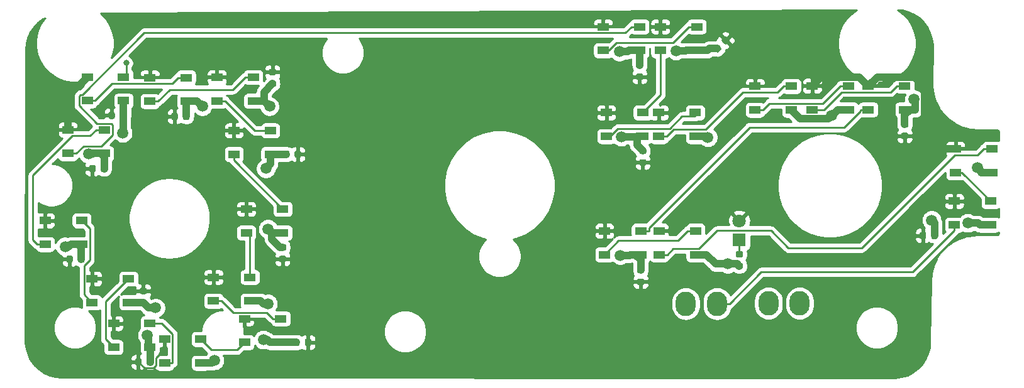
<source format=gbr>
%TF.GenerationSoftware,KiCad,Pcbnew,(5.1.10)-1*%
%TF.CreationDate,2021-11-16T17:05:13+11:00*%
%TF.ProjectId,FCS Panel PCB V2,46435320-5061-46e6-956c-205043422056,rev?*%
%TF.SameCoordinates,Original*%
%TF.FileFunction,Copper,L1,Top*%
%TF.FilePolarity,Positive*%
%FSLAX46Y46*%
G04 Gerber Fmt 4.6, Leading zero omitted, Abs format (unit mm)*
G04 Created by KiCad (PCBNEW (5.1.10)-1) date 2021-11-16 17:05:13*
%MOMM*%
%LPD*%
G01*
G04 APERTURE LIST*
%TA.AperFunction,ComponentPad*%
%ADD10O,2.700000X3.300000*%
%TD*%
%TA.AperFunction,ComponentPad*%
%ADD11C,1.800000*%
%TD*%
%TA.AperFunction,ComponentPad*%
%ADD12R,1.800000X1.800000*%
%TD*%
%TA.AperFunction,SMDPad,CuDef*%
%ADD13R,1.500000X1.000000*%
%TD*%
%TA.AperFunction,ViaPad*%
%ADD14C,1.500000*%
%TD*%
%TA.AperFunction,ViaPad*%
%ADD15C,0.800000*%
%TD*%
%TA.AperFunction,Conductor*%
%ADD16C,0.250000*%
%TD*%
%TA.AperFunction,Conductor*%
%ADD17C,1.000000*%
%TD*%
%TA.AperFunction,Conductor*%
%ADD18C,0.254000*%
%TD*%
%TA.AperFunction,Conductor*%
%ADD19C,0.100000*%
%TD*%
G04 APERTURE END LIST*
D10*
%TO.P,J2,4*%
%TO.N,/DATAOUT*%
X176624000Y-86788400D03*
%TO.P,J2,3*%
%TO.N,/LEDGND*%
X172424000Y-86788400D03*
%TO.P,J2,2*%
%TO.N,/LED+5V*%
X176624000Y-92288400D03*
%TO.P,J2,1*%
%TA.AperFunction,ComponentPad*%
G36*
G01*
X171074000Y-93688399D02*
X171074000Y-90888401D01*
G75*
G02*
X171324001Y-90638400I250001J0D01*
G01*
X173523999Y-90638400D01*
G75*
G02*
X173774000Y-90888401I0J-250001D01*
G01*
X173774000Y-93688399D01*
G75*
G02*
X173523999Y-93938400I-250001J0D01*
G01*
X171324001Y-93938400D01*
G75*
G02*
X171074000Y-93688399I0J250001D01*
G01*
G37*
%TD.AperFunction*%
%TD*%
%TO.P,J1,4*%
%TO.N,/DATAIN*%
X187747000Y-86717200D03*
%TO.P,J1,3*%
%TO.N,/LEDGND*%
X183547000Y-86717200D03*
%TO.P,J1,2*%
%TO.N,/LED+5V*%
X187747000Y-92217200D03*
%TO.P,J1,1*%
%TA.AperFunction,ComponentPad*%
G36*
G01*
X182197000Y-93617199D02*
X182197000Y-90817201D01*
G75*
G02*
X182447001Y-90567200I250001J0D01*
G01*
X184646999Y-90567200D01*
G75*
G02*
X184897000Y-90817201I0J-250001D01*
G01*
X184897000Y-93617199D01*
G75*
G02*
X184646999Y-93867200I-250001J0D01*
G01*
X182447001Y-93867200D01*
G75*
G02*
X182197000Y-93617199I0J250001D01*
G01*
G37*
%TD.AperFunction*%
%TD*%
%TO.P,R1,2*%
%TO.N,Net-(D24-Pad1)*%
%TA.AperFunction,SMDPad,CuDef*%
G36*
G01*
X179877250Y-80556700D02*
X179364750Y-80556700D01*
G75*
G02*
X179146000Y-80337950I0J218750D01*
G01*
X179146000Y-79900450D01*
G75*
G02*
X179364750Y-79681700I218750J0D01*
G01*
X179877250Y-79681700D01*
G75*
G02*
X180096000Y-79900450I0J-218750D01*
G01*
X180096000Y-80337950D01*
G75*
G02*
X179877250Y-80556700I-218750J0D01*
G01*
G37*
%TD.AperFunction*%
%TO.P,R1,1*%
%TO.N,/LEDGND*%
%TA.AperFunction,SMDPad,CuDef*%
G36*
G01*
X179877250Y-82131700D02*
X179364750Y-82131700D01*
G75*
G02*
X179146000Y-81912950I0J218750D01*
G01*
X179146000Y-81475450D01*
G75*
G02*
X179364750Y-81256700I218750J0D01*
G01*
X179877250Y-81256700D01*
G75*
G02*
X180096000Y-81475450I0J-218750D01*
G01*
X180096000Y-81912950D01*
G75*
G02*
X179877250Y-82131700I-218750J0D01*
G01*
G37*
%TD.AperFunction*%
%TD*%
%TO.P,C17,2*%
%TO.N,/LEDGND*%
%TA.AperFunction,SMDPad,CuDef*%
G36*
G01*
X104736000Y-61785250D02*
X104736000Y-61272750D01*
G75*
G02*
X104954750Y-61054000I218750J0D01*
G01*
X105392250Y-61054000D01*
G75*
G02*
X105611000Y-61272750I0J-218750D01*
G01*
X105611000Y-61785250D01*
G75*
G02*
X105392250Y-62004000I-218750J0D01*
G01*
X104954750Y-62004000D01*
G75*
G02*
X104736000Y-61785250I0J218750D01*
G01*
G37*
%TD.AperFunction*%
%TO.P,C17,1*%
%TO.N,/LED+5V*%
%TA.AperFunction,SMDPad,CuDef*%
G36*
G01*
X103161000Y-61785250D02*
X103161000Y-61272750D01*
G75*
G02*
X103379750Y-61054000I218750J0D01*
G01*
X103817250Y-61054000D01*
G75*
G02*
X104036000Y-61272750I0J-218750D01*
G01*
X104036000Y-61785250D01*
G75*
G02*
X103817250Y-62004000I-218750J0D01*
G01*
X103379750Y-62004000D01*
G75*
G02*
X103161000Y-61785250I0J218750D01*
G01*
G37*
%TD.AperFunction*%
%TD*%
%TO.P,C16,2*%
%TO.N,/LEDGND*%
%TA.AperFunction,SMDPad,CuDef*%
G36*
G01*
X166596250Y-82685200D02*
X166083750Y-82685200D01*
G75*
G02*
X165865000Y-82466450I0J218750D01*
G01*
X165865000Y-82028950D01*
G75*
G02*
X166083750Y-81810200I218750J0D01*
G01*
X166596250Y-81810200D01*
G75*
G02*
X166815000Y-82028950I0J-218750D01*
G01*
X166815000Y-82466450D01*
G75*
G02*
X166596250Y-82685200I-218750J0D01*
G01*
G37*
%TD.AperFunction*%
%TO.P,C16,1*%
%TO.N,/LED+5V*%
%TA.AperFunction,SMDPad,CuDef*%
G36*
G01*
X166596250Y-84260200D02*
X166083750Y-84260200D01*
G75*
G02*
X165865000Y-84041450I0J218750D01*
G01*
X165865000Y-83603950D01*
G75*
G02*
X166083750Y-83385200I218750J0D01*
G01*
X166596250Y-83385200D01*
G75*
G02*
X166815000Y-83603950I0J-218750D01*
G01*
X166815000Y-84041450D01*
G75*
G02*
X166596250Y-84260200I-218750J0D01*
G01*
G37*
%TD.AperFunction*%
%TD*%
%TO.P,C15,2*%
%TO.N,/LEDGND*%
%TA.AperFunction,SMDPad,CuDef*%
G36*
G01*
X90608800Y-81015550D02*
X90608800Y-80503050D01*
G75*
G02*
X90827550Y-80284300I218750J0D01*
G01*
X91265050Y-80284300D01*
G75*
G02*
X91483800Y-80503050I0J-218750D01*
G01*
X91483800Y-81015550D01*
G75*
G02*
X91265050Y-81234300I-218750J0D01*
G01*
X90827550Y-81234300D01*
G75*
G02*
X90608800Y-81015550I0J218750D01*
G01*
G37*
%TD.AperFunction*%
%TO.P,C15,1*%
%TO.N,/LED+5V*%
%TA.AperFunction,SMDPad,CuDef*%
G36*
G01*
X89033800Y-81015550D02*
X89033800Y-80503050D01*
G75*
G02*
X89252550Y-80284300I218750J0D01*
G01*
X89690050Y-80284300D01*
G75*
G02*
X89908800Y-80503050I0J-218750D01*
G01*
X89908800Y-81015550D01*
G75*
G02*
X89690050Y-81234300I-218750J0D01*
G01*
X89252550Y-81234300D01*
G75*
G02*
X89033800Y-81015550I0J218750D01*
G01*
G37*
%TD.AperFunction*%
%TD*%
%TO.P,C14,2*%
%TO.N,/LEDGND*%
%TA.AperFunction,SMDPad,CuDef*%
G36*
G01*
X99126350Y-86194500D02*
X99638850Y-86194500D01*
G75*
G02*
X99857600Y-86413250I0J-218750D01*
G01*
X99857600Y-86850750D01*
G75*
G02*
X99638850Y-87069500I-218750J0D01*
G01*
X99126350Y-87069500D01*
G75*
G02*
X98907600Y-86850750I0J218750D01*
G01*
X98907600Y-86413250D01*
G75*
G02*
X99126350Y-86194500I218750J0D01*
G01*
G37*
%TD.AperFunction*%
%TO.P,C14,1*%
%TO.N,/LED+5V*%
%TA.AperFunction,SMDPad,CuDef*%
G36*
G01*
X99126350Y-84619500D02*
X99638850Y-84619500D01*
G75*
G02*
X99857600Y-84838250I0J-218750D01*
G01*
X99857600Y-85275750D01*
G75*
G02*
X99638850Y-85494500I-218750J0D01*
G01*
X99126350Y-85494500D01*
G75*
G02*
X98907600Y-85275750I0J218750D01*
G01*
X98907600Y-84838250D01*
G75*
G02*
X99126350Y-84619500I218750J0D01*
G01*
G37*
%TD.AperFunction*%
%TD*%
%TO.P,C13,2*%
%TO.N,/LEDGND*%
%TA.AperFunction,SMDPad,CuDef*%
G36*
G01*
X205455000Y-77843050D02*
X205455000Y-77330550D01*
G75*
G02*
X205673750Y-77111800I218750J0D01*
G01*
X206111250Y-77111800D01*
G75*
G02*
X206330000Y-77330550I0J-218750D01*
G01*
X206330000Y-77843050D01*
G75*
G02*
X206111250Y-78061800I-218750J0D01*
G01*
X205673750Y-78061800D01*
G75*
G02*
X205455000Y-77843050I0J218750D01*
G01*
G37*
%TD.AperFunction*%
%TO.P,C13,1*%
%TO.N,/LED+5V*%
%TA.AperFunction,SMDPad,CuDef*%
G36*
G01*
X203880000Y-77843050D02*
X203880000Y-77330550D01*
G75*
G02*
X204098750Y-77111800I218750J0D01*
G01*
X204536250Y-77111800D01*
G75*
G02*
X204755000Y-77330550I0J-218750D01*
G01*
X204755000Y-77843050D01*
G75*
G02*
X204536250Y-78061800I-218750J0D01*
G01*
X204098750Y-78061800D01*
G75*
G02*
X203880000Y-77843050I0J218750D01*
G01*
G37*
%TD.AperFunction*%
%TD*%
%TO.P,C12,2*%
%TO.N,/LEDGND*%
%TA.AperFunction,SMDPad,CuDef*%
G36*
G01*
X202148250Y-63023100D02*
X201635750Y-63023100D01*
G75*
G02*
X201417000Y-62804350I0J218750D01*
G01*
X201417000Y-62366850D01*
G75*
G02*
X201635750Y-62148100I218750J0D01*
G01*
X202148250Y-62148100D01*
G75*
G02*
X202367000Y-62366850I0J-218750D01*
G01*
X202367000Y-62804350D01*
G75*
G02*
X202148250Y-63023100I-218750J0D01*
G01*
G37*
%TD.AperFunction*%
%TO.P,C12,1*%
%TO.N,/LED+5V*%
%TA.AperFunction,SMDPad,CuDef*%
G36*
G01*
X202148250Y-64598100D02*
X201635750Y-64598100D01*
G75*
G02*
X201417000Y-64379350I0J218750D01*
G01*
X201417000Y-63941850D01*
G75*
G02*
X201635750Y-63723100I218750J0D01*
G01*
X202148250Y-63723100D01*
G75*
G02*
X202367000Y-63941850I0J-218750D01*
G01*
X202367000Y-64379350D01*
G75*
G02*
X202148250Y-64598100I-218750J0D01*
G01*
G37*
%TD.AperFunction*%
%TD*%
%TO.P,C11,2*%
%TO.N,/LEDGND*%
%TA.AperFunction,SMDPad,CuDef*%
G36*
G01*
X166883250Y-66601800D02*
X166370750Y-66601800D01*
G75*
G02*
X166152000Y-66383050I0J218750D01*
G01*
X166152000Y-65945550D01*
G75*
G02*
X166370750Y-65726800I218750J0D01*
G01*
X166883250Y-65726800D01*
G75*
G02*
X167102000Y-65945550I0J-218750D01*
G01*
X167102000Y-66383050D01*
G75*
G02*
X166883250Y-66601800I-218750J0D01*
G01*
G37*
%TD.AperFunction*%
%TO.P,C11,1*%
%TO.N,/LED+5V*%
%TA.AperFunction,SMDPad,CuDef*%
G36*
G01*
X166883250Y-68176800D02*
X166370750Y-68176800D01*
G75*
G02*
X166152000Y-67958050I0J218750D01*
G01*
X166152000Y-67520550D01*
G75*
G02*
X166370750Y-67301800I218750J0D01*
G01*
X166883250Y-67301800D01*
G75*
G02*
X167102000Y-67520550I0J-218750D01*
G01*
X167102000Y-67958050D01*
G75*
G02*
X166883250Y-68176800I-218750J0D01*
G01*
G37*
%TD.AperFunction*%
%TD*%
%TO.P,C10,2*%
%TO.N,/LEDGND*%
%TA.AperFunction,SMDPad,CuDef*%
G36*
G01*
X176782316Y-51889291D02*
X177144709Y-52251684D01*
G75*
G02*
X177144709Y-52561044I-154680J-154680D01*
G01*
X176835350Y-52870403D01*
G75*
G02*
X176525990Y-52870403I-154680J154680D01*
G01*
X176163597Y-52508010D01*
G75*
G02*
X176163597Y-52198650I154680J154680D01*
G01*
X176472956Y-51889291D01*
G75*
G02*
X176782316Y-51889291I154680J-154680D01*
G01*
G37*
%TD.AperFunction*%
%TO.P,C10,1*%
%TO.N,/LED+5V*%
%TA.AperFunction,SMDPad,CuDef*%
G36*
G01*
X177896010Y-50775597D02*
X178258403Y-51137990D01*
G75*
G02*
X178258403Y-51447350I-154680J-154680D01*
G01*
X177949044Y-51756709D01*
G75*
G02*
X177639684Y-51756709I-154680J154680D01*
G01*
X177277291Y-51394316D01*
G75*
G02*
X177277291Y-51084956I154680J154680D01*
G01*
X177586650Y-50775597D01*
G75*
G02*
X177896010Y-50775597I154680J-154680D01*
G01*
G37*
%TD.AperFunction*%
%TD*%
%TO.P,C9,2*%
%TO.N,/LEDGND*%
%TA.AperFunction,SMDPad,CuDef*%
G36*
G01*
X166458250Y-55032100D02*
X165945750Y-55032100D01*
G75*
G02*
X165727000Y-54813350I0J218750D01*
G01*
X165727000Y-54375850D01*
G75*
G02*
X165945750Y-54157100I218750J0D01*
G01*
X166458250Y-54157100D01*
G75*
G02*
X166677000Y-54375850I0J-218750D01*
G01*
X166677000Y-54813350D01*
G75*
G02*
X166458250Y-55032100I-218750J0D01*
G01*
G37*
%TD.AperFunction*%
%TO.P,C9,1*%
%TO.N,/LED+5V*%
%TA.AperFunction,SMDPad,CuDef*%
G36*
G01*
X166458250Y-56607100D02*
X165945750Y-56607100D01*
G75*
G02*
X165727000Y-56388350I0J218750D01*
G01*
X165727000Y-55950850D01*
G75*
G02*
X165945750Y-55732100I218750J0D01*
G01*
X166458250Y-55732100D01*
G75*
G02*
X166677000Y-55950850I0J-218750D01*
G01*
X166677000Y-56388350D01*
G75*
G02*
X166458250Y-56607100I-218750J0D01*
G01*
G37*
%TD.AperFunction*%
%TD*%
%TO.P,C8,2*%
%TO.N,/LEDGND*%
%TA.AperFunction,SMDPad,CuDef*%
G36*
G01*
X119058000Y-66360350D02*
X119058000Y-66872850D01*
G75*
G02*
X118839250Y-67091600I-218750J0D01*
G01*
X118401750Y-67091600D01*
G75*
G02*
X118183000Y-66872850I0J218750D01*
G01*
X118183000Y-66360350D01*
G75*
G02*
X118401750Y-66141600I218750J0D01*
G01*
X118839250Y-66141600D01*
G75*
G02*
X119058000Y-66360350I0J-218750D01*
G01*
G37*
%TD.AperFunction*%
%TO.P,C8,1*%
%TO.N,/LED+5V*%
%TA.AperFunction,SMDPad,CuDef*%
G36*
G01*
X120633000Y-66360350D02*
X120633000Y-66872850D01*
G75*
G02*
X120414250Y-67091600I-218750J0D01*
G01*
X119976750Y-67091600D01*
G75*
G02*
X119758000Y-66872850I0J218750D01*
G01*
X119758000Y-66360350D01*
G75*
G02*
X119976750Y-66141600I218750J0D01*
G01*
X120414250Y-66141600D01*
G75*
G02*
X120633000Y-66360350I0J-218750D01*
G01*
G37*
%TD.AperFunction*%
%TD*%
%TO.P,C7,2*%
%TO.N,/LEDGND*%
%TA.AperFunction,SMDPad,CuDef*%
G36*
G01*
X118404250Y-79616900D02*
X117891750Y-79616900D01*
G75*
G02*
X117673000Y-79398150I0J218750D01*
G01*
X117673000Y-78960650D01*
G75*
G02*
X117891750Y-78741900I218750J0D01*
G01*
X118404250Y-78741900D01*
G75*
G02*
X118623000Y-78960650I0J-218750D01*
G01*
X118623000Y-79398150D01*
G75*
G02*
X118404250Y-79616900I-218750J0D01*
G01*
G37*
%TD.AperFunction*%
%TO.P,C7,1*%
%TO.N,/LED+5V*%
%TA.AperFunction,SMDPad,CuDef*%
G36*
G01*
X118404250Y-81191900D02*
X117891750Y-81191900D01*
G75*
G02*
X117673000Y-80973150I0J218750D01*
G01*
X117673000Y-80535650D01*
G75*
G02*
X117891750Y-80316900I218750J0D01*
G01*
X118404250Y-80316900D01*
G75*
G02*
X118623000Y-80535650I0J-218750D01*
G01*
X118623000Y-80973150D01*
G75*
G02*
X118404250Y-81191900I-218750J0D01*
G01*
G37*
%TD.AperFunction*%
%TD*%
%TO.P,C6,2*%
%TO.N,/LEDGND*%
%TA.AperFunction,SMDPad,CuDef*%
G36*
G01*
X120430000Y-91747650D02*
X120430000Y-92260150D01*
G75*
G02*
X120211250Y-92478900I-218750J0D01*
G01*
X119773750Y-92478900D01*
G75*
G02*
X119555000Y-92260150I0J218750D01*
G01*
X119555000Y-91747650D01*
G75*
G02*
X119773750Y-91528900I218750J0D01*
G01*
X120211250Y-91528900D01*
G75*
G02*
X120430000Y-91747650I0J-218750D01*
G01*
G37*
%TD.AperFunction*%
%TO.P,C6,1*%
%TO.N,/LED+5V*%
%TA.AperFunction,SMDPad,CuDef*%
G36*
G01*
X122005000Y-91747650D02*
X122005000Y-92260150D01*
G75*
G02*
X121786250Y-92478900I-218750J0D01*
G01*
X121348750Y-92478900D01*
G75*
G02*
X121130000Y-92260150I0J218750D01*
G01*
X121130000Y-91747650D01*
G75*
G02*
X121348750Y-91528900I218750J0D01*
G01*
X121786250Y-91528900D01*
G75*
G02*
X122005000Y-91747650I0J-218750D01*
G01*
G37*
%TD.AperFunction*%
%TD*%
%TO.P,C5,2*%
%TO.N,/LEDGND*%
%TA.AperFunction,SMDPad,CuDef*%
G36*
G01*
X99864600Y-94899150D02*
X99864600Y-94386650D01*
G75*
G02*
X100083350Y-94167900I218750J0D01*
G01*
X100520850Y-94167900D01*
G75*
G02*
X100739600Y-94386650I0J-218750D01*
G01*
X100739600Y-94899150D01*
G75*
G02*
X100520850Y-95117900I-218750J0D01*
G01*
X100083350Y-95117900D01*
G75*
G02*
X99864600Y-94899150I0J218750D01*
G01*
G37*
%TD.AperFunction*%
%TO.P,C5,1*%
%TO.N,/LED+5V*%
%TA.AperFunction,SMDPad,CuDef*%
G36*
G01*
X98289600Y-94899150D02*
X98289600Y-94386650D01*
G75*
G02*
X98508350Y-94167900I218750J0D01*
G01*
X98945850Y-94167900D01*
G75*
G02*
X99164600Y-94386650I0J-218750D01*
G01*
X99164600Y-94899150D01*
G75*
G02*
X98945850Y-95117900I-218750J0D01*
G01*
X98508350Y-95117900D01*
G75*
G02*
X98289600Y-94899150I0J218750D01*
G01*
G37*
%TD.AperFunction*%
%TD*%
%TO.P,C4,2*%
%TO.N,/LEDGND*%
%TA.AperFunction,SMDPad,CuDef*%
G36*
G01*
X93679700Y-68818450D02*
X93679700Y-68305950D01*
G75*
G02*
X93898450Y-68087200I218750J0D01*
G01*
X94335950Y-68087200D01*
G75*
G02*
X94554700Y-68305950I0J-218750D01*
G01*
X94554700Y-68818450D01*
G75*
G02*
X94335950Y-69037200I-218750J0D01*
G01*
X93898450Y-69037200D01*
G75*
G02*
X93679700Y-68818450I0J218750D01*
G01*
G37*
%TD.AperFunction*%
%TO.P,C4,1*%
%TO.N,/LED+5V*%
%TA.AperFunction,SMDPad,CuDef*%
G36*
G01*
X92104700Y-68818450D02*
X92104700Y-68305950D01*
G75*
G02*
X92323450Y-68087200I218750J0D01*
G01*
X92760950Y-68087200D01*
G75*
G02*
X92979700Y-68305950I0J-218750D01*
G01*
X92979700Y-68818450D01*
G75*
G02*
X92760950Y-69037200I-218750J0D01*
G01*
X92323450Y-69037200D01*
G75*
G02*
X92104700Y-68818450I0J218750D01*
G01*
G37*
%TD.AperFunction*%
%TD*%
%TO.P,C3,2*%
%TO.N,/LEDGND*%
%TA.AperFunction,SMDPad,CuDef*%
G36*
G01*
X96267900Y-61653150D02*
X96267900Y-61140650D01*
G75*
G02*
X96486650Y-60921900I218750J0D01*
G01*
X96924150Y-60921900D01*
G75*
G02*
X97142900Y-61140650I0J-218750D01*
G01*
X97142900Y-61653150D01*
G75*
G02*
X96924150Y-61871900I-218750J0D01*
G01*
X96486650Y-61871900D01*
G75*
G02*
X96267900Y-61653150I0J218750D01*
G01*
G37*
%TD.AperFunction*%
%TO.P,C3,1*%
%TO.N,/LED+5V*%
%TA.AperFunction,SMDPad,CuDef*%
G36*
G01*
X94692900Y-61653150D02*
X94692900Y-61140650D01*
G75*
G02*
X94911650Y-60921900I218750J0D01*
G01*
X95349150Y-60921900D01*
G75*
G02*
X95567900Y-61140650I0J-218750D01*
G01*
X95567900Y-61653150D01*
G75*
G02*
X95349150Y-61871900I-218750J0D01*
G01*
X94911650Y-61871900D01*
G75*
G02*
X94692900Y-61653150I0J218750D01*
G01*
G37*
%TD.AperFunction*%
%TD*%
%TO.P,C2,2*%
%TO.N,/LEDGND*%
%TA.AperFunction,SMDPad,CuDef*%
G36*
G01*
X116532750Y-56672000D02*
X117045250Y-56672000D01*
G75*
G02*
X117264000Y-56890750I0J-218750D01*
G01*
X117264000Y-57328250D01*
G75*
G02*
X117045250Y-57547000I-218750J0D01*
G01*
X116532750Y-57547000D01*
G75*
G02*
X116314000Y-57328250I0J218750D01*
G01*
X116314000Y-56890750D01*
G75*
G02*
X116532750Y-56672000I218750J0D01*
G01*
G37*
%TD.AperFunction*%
%TO.P,C2,1*%
%TO.N,/LED+5V*%
%TA.AperFunction,SMDPad,CuDef*%
G36*
G01*
X116532750Y-55097000D02*
X117045250Y-55097000D01*
G75*
G02*
X117264000Y-55315750I0J-218750D01*
G01*
X117264000Y-55753250D01*
G75*
G02*
X117045250Y-55972000I-218750J0D01*
G01*
X116532750Y-55972000D01*
G75*
G02*
X116314000Y-55753250I0J218750D01*
G01*
X116314000Y-55315750D01*
G75*
G02*
X116532750Y-55097000I218750J0D01*
G01*
G37*
%TD.AperFunction*%
%TD*%
D11*
%TO.P,D24,2*%
%TO.N,/LED+5V*%
X179624000Y-75615800D03*
D12*
%TO.P,D24,1*%
%TO.N,Net-(D24-Pad1)*%
X179624000Y-78155800D03*
%TD*%
D13*
%TO.P,D23,1*%
%TO.N,/LED+5V*%
X208562000Y-72948800D03*
%TO.P,D23,2*%
%TO.N,/DATAOUT*%
X208562000Y-76148800D03*
%TO.P,D23,4*%
%TO.N,Net-(D22-Pad2)*%
X213462000Y-72948800D03*
%TO.P,D23,3*%
%TO.N,/LEDGND*%
X213462000Y-76148800D03*
%TD*%
%TO.P,D22,1*%
%TO.N,/LED+5V*%
X208714000Y-65887600D03*
%TO.P,D22,2*%
%TO.N,Net-(D22-Pad2)*%
X208714000Y-69087600D03*
%TO.P,D22,4*%
%TO.N,Net-(D21-Pad2)*%
X213614000Y-65887600D03*
%TO.P,D22,3*%
%TO.N,/LEDGND*%
X213614000Y-69087600D03*
%TD*%
%TO.P,D21,1*%
%TO.N,/LED+5V*%
X168836000Y-76962000D03*
%TO.P,D21,2*%
%TO.N,Net-(D21-Pad2)*%
X168836000Y-80162000D03*
%TO.P,D21,4*%
%TO.N,Net-(D20-Pad2)*%
X173736000Y-76962000D03*
%TO.P,D21,3*%
%TO.N,/LEDGND*%
X173736000Y-80162000D03*
%TD*%
%TO.P,D20,1*%
%TO.N,/LED+5V*%
X161470000Y-76962400D03*
%TO.P,D20,2*%
%TO.N,Net-(D20-Pad2)*%
X161470000Y-80162400D03*
%TO.P,D20,4*%
%TO.N,Net-(D19-Pad2)*%
X166370000Y-76962400D03*
%TO.P,D20,3*%
%TO.N,/LEDGND*%
X166370000Y-80162400D03*
%TD*%
%TO.P,D19,1*%
%TO.N,/LED+5V*%
X196979000Y-57404000D03*
%TO.P,D19,2*%
%TO.N,Net-(D19-Pad2)*%
X196979000Y-60604000D03*
%TO.P,D19,4*%
%TO.N,Net-(D18-Pad2)*%
X201879000Y-57404000D03*
%TO.P,D19,3*%
%TO.N,/LEDGND*%
X201879000Y-60604000D03*
%TD*%
%TO.P,D18,1*%
%TO.N,/LED+5V*%
X189433000Y-57404000D03*
%TO.P,D18,2*%
%TO.N,Net-(D18-Pad2)*%
X189433000Y-60604000D03*
%TO.P,D18,4*%
%TO.N,Net-(D17-Pad2)*%
X194333000Y-57404000D03*
%TO.P,D18,3*%
%TO.N,/LEDGND*%
X194333000Y-60604000D03*
%TD*%
%TO.P,D17,1*%
%TO.N,/LED+5V*%
X181739000Y-57455200D03*
%TO.P,D17,2*%
%TO.N,Net-(D17-Pad2)*%
X181739000Y-60655200D03*
%TO.P,D17,4*%
%TO.N,Net-(D16-Pad2)*%
X186639000Y-57455200D03*
%TO.P,D17,3*%
%TO.N,/LEDGND*%
X186639000Y-60655200D03*
%TD*%
%TO.P,D16,1*%
%TO.N,/LED+5V*%
X168785000Y-61011200D03*
%TO.P,D16,2*%
%TO.N,Net-(D16-Pad2)*%
X168785000Y-64211200D03*
%TO.P,D16,4*%
%TO.N,Net-(D15-Pad2)*%
X173685000Y-61011200D03*
%TO.P,D16,3*%
%TO.N,/LEDGND*%
X173685000Y-64211200D03*
%TD*%
%TO.P,D15,1*%
%TO.N,/LED+5V*%
X161724000Y-61010800D03*
%TO.P,D15,2*%
%TO.N,Net-(D15-Pad2)*%
X161724000Y-64210800D03*
%TO.P,D15,4*%
%TO.N,Net-(D14-Pad2)*%
X166624000Y-61010800D03*
%TO.P,D15,3*%
%TO.N,/LEDGND*%
X166624000Y-64210800D03*
%TD*%
%TO.P,D14,1*%
%TO.N,/LED+5V*%
X168988000Y-49428800D03*
%TO.P,D14,2*%
%TO.N,Net-(D14-Pad2)*%
X168988000Y-52628800D03*
%TO.P,D14,4*%
%TO.N,Net-(D13-Pad2)*%
X173888000Y-49428800D03*
%TO.P,D14,3*%
%TO.N,/LEDGND*%
X173888000Y-52628800D03*
%TD*%
%TO.P,D13,1*%
%TO.N,/LED+5V*%
X161290000Y-49428400D03*
%TO.P,D13,2*%
%TO.N,Net-(D13-Pad2)*%
X161290000Y-52628400D03*
%TO.P,D13,4*%
%TO.N,Net-(D12-Pad2)*%
X166190000Y-49428400D03*
%TO.P,D13,3*%
%TO.N,/LEDGND*%
X166190000Y-52628400D03*
%TD*%
%TO.P,D12,1*%
%TO.N,/LED+5V*%
X89244000Y-63322400D03*
%TO.P,D12,2*%
%TO.N,Net-(D12-Pad2)*%
X89244000Y-66522400D03*
%TO.P,D12,4*%
%TO.N,Net-(D11-Pad2)*%
X94144000Y-63322400D03*
%TO.P,D12,3*%
%TO.N,/LEDGND*%
X94144000Y-66522400D03*
%TD*%
%TO.P,D11,1*%
%TO.N,/LED+5V*%
X86196000Y-75565200D03*
%TO.P,D11,2*%
%TO.N,Net-(D11-Pad2)*%
X86196000Y-78765200D03*
%TO.P,D11,4*%
%TO.N,Net-(D10-Pad2)*%
X91096000Y-75565200D03*
%TO.P,D11,3*%
%TO.N,/LEDGND*%
X91096000Y-78765200D03*
%TD*%
%TO.P,D10,1*%
%TO.N,/LED+5V*%
X92506800Y-83413600D03*
%TO.P,D10,2*%
%TO.N,Net-(D10-Pad2)*%
X92506800Y-86613600D03*
%TO.P,D10,4*%
%TO.N,Net-(D10-Pad4)*%
X97406800Y-83413600D03*
%TO.P,D10,3*%
%TO.N,/LEDGND*%
X97406800Y-86613600D03*
%TD*%
%TO.P,D9,1*%
%TO.N,/LED+5V*%
X95390800Y-89433600D03*
%TO.P,D9,2*%
%TO.N,Net-(D10-Pad4)*%
X95390800Y-92633600D03*
%TO.P,D9,4*%
%TO.N,Net-(D8-Pad2)*%
X100290800Y-89433600D03*
%TO.P,D9,3*%
%TO.N,/LEDGND*%
X100290800Y-92633600D03*
%TD*%
%TO.P,D8,1*%
%TO.N,/LED+5V*%
X102249000Y-91567200D03*
%TO.P,D8,2*%
%TO.N,Net-(D8-Pad2)*%
X102249000Y-94767200D03*
%TO.P,D8,4*%
%TO.N,Net-(D7-Pad2)*%
X107149000Y-91567200D03*
%TO.P,D8,3*%
%TO.N,/LEDGND*%
X107149000Y-94767200D03*
%TD*%
%TO.P,D7,1*%
%TO.N,/LED+5V*%
X113007000Y-88798400D03*
%TO.P,D7,2*%
%TO.N,Net-(D7-Pad2)*%
X113007000Y-91998400D03*
%TO.P,D7,4*%
%TO.N,Net-(D6-Pad2)*%
X117907000Y-88798400D03*
%TO.P,D7,3*%
%TO.N,/LEDGND*%
X117907000Y-91998400D03*
%TD*%
%TO.P,D6,1*%
%TO.N,/LED+5V*%
X108841000Y-83210400D03*
%TO.P,D6,2*%
%TO.N,Net-(D6-Pad2)*%
X108841000Y-86410400D03*
%TO.P,D6,4*%
%TO.N,Net-(D5-Pad2)*%
X113741000Y-83210400D03*
%TO.P,D6,3*%
%TO.N,/LEDGND*%
X113741000Y-86410400D03*
%TD*%
%TO.P,D5,1*%
%TO.N,/LED+5V*%
X113261000Y-74015600D03*
%TO.P,D5,2*%
%TO.N,Net-(D5-Pad2)*%
X113261000Y-77215600D03*
%TO.P,D5,4*%
%TO.N,Net-(D4-Pad2)*%
X118161000Y-74015600D03*
%TO.P,D5,3*%
%TO.N,/LEDGND*%
X118161000Y-77215600D03*
%TD*%
%TO.P,D4,1*%
%TO.N,/LED+5V*%
X111596000Y-63424000D03*
%TO.P,D4,2*%
%TO.N,Net-(D4-Pad2)*%
X111596000Y-66624000D03*
%TO.P,D4,4*%
%TO.N,Net-(D3-Pad2)*%
X116496000Y-63424000D03*
%TO.P,D4,3*%
%TO.N,/LEDGND*%
X116496000Y-66624000D03*
%TD*%
%TO.P,D3,1*%
%TO.N,/LED+5V*%
X109298000Y-56235600D03*
%TO.P,D3,2*%
%TO.N,Net-(D3-Pad2)*%
X109298000Y-59435600D03*
%TO.P,D3,4*%
%TO.N,Net-(D2-Pad2)*%
X114198000Y-56235600D03*
%TO.P,D3,3*%
%TO.N,/LEDGND*%
X114198000Y-59435600D03*
%TD*%
%TO.P,D2,1*%
%TO.N,/LED+5V*%
X100279000Y-56286400D03*
%TO.P,D2,2*%
%TO.N,Net-(D2-Pad2)*%
X100279000Y-59486400D03*
%TO.P,D2,4*%
%TO.N,Net-(D1-Pad2)*%
X105179000Y-56286400D03*
%TO.P,D2,3*%
%TO.N,/LEDGND*%
X105179000Y-59486400D03*
%TD*%
%TO.P,D1,1*%
%TO.N,/LED+5V*%
X91834800Y-56210400D03*
%TO.P,D1,2*%
%TO.N,Net-(D1-Pad2)*%
X91834800Y-59410400D03*
%TO.P,D1,4*%
%TO.N,/DATAIN*%
X96734800Y-56210400D03*
%TO.P,D1,3*%
%TO.N,/LEDGND*%
X96734800Y-59410400D03*
%TD*%
D14*
%TO.N,/LEDGND*%
X210376800Y-75893000D03*
X116171100Y-86789000D03*
X99926100Y-91033600D03*
X88871200Y-79071900D03*
X211640000Y-68414300D03*
X203135700Y-59229100D03*
X163749800Y-64278100D03*
X163580200Y-80251300D03*
X116399600Y-60153800D03*
X107350200Y-60153800D03*
X96623600Y-63755600D03*
X92025100Y-66590300D03*
X205502100Y-75518300D03*
X175390100Y-64357200D03*
X163465600Y-52786100D03*
X108975500Y-94433400D03*
X192015400Y-61425100D03*
X178072100Y-81413500D03*
X101055600Y-87331800D03*
X171091800Y-52663600D03*
X115901400Y-68557400D03*
X115554300Y-91632200D03*
X116176200Y-76713900D03*
%TO.N,/LED+5V*%
X161736100Y-83830500D03*
D15*
%TO.N,/DATAIN*%
X97085150Y-54316630D03*
%TD*%
D16*
%TO.N,Net-(D1-Pad2)*%
X105179000Y-56286400D02*
X104103700Y-56286400D01*
X91834800Y-59410400D02*
X92910100Y-59410400D01*
X92910100Y-59410400D02*
X95208800Y-57111700D01*
X95208800Y-57111700D02*
X103278400Y-57111700D01*
X103278400Y-57111700D02*
X104103700Y-56286400D01*
%TO.N,Net-(D2-Pad2)*%
X114198000Y-56235600D02*
X113122700Y-56235600D01*
X100279000Y-59486400D02*
X101354300Y-59486400D01*
X101354300Y-59486400D02*
X102948200Y-57892500D01*
X102948200Y-57892500D02*
X111465800Y-57892500D01*
X111465800Y-57892500D02*
X113122700Y-56235600D01*
%TO.N,Net-(D3-Pad2)*%
X109298000Y-59435600D02*
X110373300Y-59435600D01*
X110373300Y-59435600D02*
X114361700Y-63424000D01*
X114361700Y-63424000D02*
X116496000Y-63424000D01*
%TO.N,Net-(D4-Pad2)*%
X111596000Y-67450600D02*
X118161000Y-74015600D01*
X111596000Y-66624000D02*
X111596000Y-67450600D01*
%TO.N,Net-(D5-Pad2)*%
X113741000Y-77695600D02*
X113261000Y-77215600D01*
X113741000Y-83210400D02*
X113741000Y-77695600D01*
%TO.N,Net-(D6-Pad2)*%
X117907000Y-88798400D02*
X116831700Y-88798400D01*
X108841000Y-86410400D02*
X109916300Y-86410400D01*
X109916300Y-86410400D02*
X111479000Y-87973100D01*
X111479000Y-87973100D02*
X116006400Y-87973100D01*
X116006400Y-87973100D02*
X116831700Y-88798400D01*
%TO.N,Net-(D7-Pad2)*%
X113007000Y-91998400D02*
X112000600Y-93004800D01*
X112000600Y-93004800D02*
X108586600Y-93004800D01*
X108586600Y-93004800D02*
X107149000Y-91567200D01*
%TO.N,Net-(D8-Pad2)*%
X102249000Y-94767200D02*
X103324300Y-94767200D01*
X103324300Y-94767200D02*
X103324300Y-90862300D01*
X103324300Y-90862300D02*
X101895600Y-89433600D01*
X101895600Y-89433600D02*
X100290800Y-89433600D01*
%TO.N,Net-(D10-Pad4)*%
X94315799Y-86504601D02*
X97406800Y-83413600D01*
X94315799Y-91558599D02*
X94315799Y-86504601D01*
X95390800Y-92633600D02*
X94315799Y-91558599D01*
%TO.N,Net-(D10-Pad2)*%
X92171001Y-76640201D02*
X91096000Y-75565200D01*
X92171001Y-80878593D02*
X92171001Y-76640201D01*
X91431799Y-81617795D02*
X92171001Y-80878593D01*
X91431799Y-85538599D02*
X91431799Y-81617795D01*
X92506800Y-86613600D02*
X91431799Y-85538599D01*
%TO.N,Net-(D11-Pad2)*%
X94144000Y-63322400D02*
X93068700Y-63322400D01*
X86196000Y-78765200D02*
X85120700Y-78765200D01*
X85120700Y-78765200D02*
X84544400Y-78188900D01*
X84544400Y-78188900D02*
X84544400Y-69475800D01*
X84544400Y-69475800D02*
X89872500Y-64147700D01*
X89872500Y-64147700D02*
X92243400Y-64147700D01*
X92243400Y-64147700D02*
X93068700Y-63322400D01*
%TO.N,Net-(D12-Pad2)*%
X166190000Y-49428400D02*
X165114700Y-49428400D01*
X89244000Y-66522400D02*
X90319300Y-66522400D01*
X90319300Y-66522400D02*
X91326800Y-65514900D01*
X91326800Y-65514900D02*
X93738500Y-65514900D01*
X93738500Y-65514900D02*
X95251800Y-64001600D01*
X95251800Y-64001600D02*
X95251800Y-62680400D01*
X95251800Y-62680400D02*
X95068400Y-62497000D01*
X95068400Y-62497000D02*
X93178700Y-62497000D01*
X93178700Y-62497000D02*
X90759400Y-60077700D01*
X90759400Y-60077700D02*
X90759400Y-58775700D01*
X90759400Y-58775700D02*
X90950100Y-58585000D01*
X90950100Y-58585000D02*
X91197300Y-58585000D01*
X91197300Y-58585000D02*
X99528600Y-50253700D01*
X99528600Y-50253700D02*
X164289400Y-50253700D01*
X164289400Y-50253700D02*
X165114700Y-49428400D01*
%TO.N,Net-(D13-Pad2)*%
X172812700Y-49428800D02*
X173888000Y-49428800D01*
X170687100Y-51554400D02*
X172812700Y-49428800D01*
X163106298Y-51554400D02*
X170687100Y-51554400D01*
X162032298Y-52628400D02*
X163106298Y-51554400D01*
X161290000Y-52628400D02*
X162032298Y-52628400D01*
%TO.N,Net-(D14-Pad2)*%
X168988000Y-58646800D02*
X168988000Y-52628800D01*
X166624000Y-61010800D02*
X168988000Y-58646800D01*
%TO.N,Net-(D15-Pad2)*%
X162226098Y-64210800D02*
X161724000Y-64210800D01*
X163233799Y-63203099D02*
X162226098Y-64210800D01*
X170231991Y-63203099D02*
X163233799Y-63203099D01*
X173685000Y-61519000D02*
X171916090Y-61519000D01*
X171916090Y-61519000D02*
X170231991Y-63203099D01*
X173685000Y-61011200D02*
X173685000Y-61519000D01*
%TO.N,Net-(D16-Pad2)*%
X186639000Y-57455200D02*
X185563700Y-57455200D01*
X168785000Y-64211200D02*
X169860300Y-64211200D01*
X169860300Y-64211200D02*
X170789700Y-63281800D01*
X170789700Y-63281800D02*
X175126000Y-63281800D01*
X175126000Y-63281800D02*
X180127300Y-58280500D01*
X180127300Y-58280500D02*
X184738400Y-58280500D01*
X184738400Y-58280500D02*
X185563700Y-57455200D01*
%TO.N,Net-(D17-Pad2)*%
X193257700Y-57404000D02*
X190883100Y-59778600D01*
X190883100Y-59778600D02*
X183690900Y-59778600D01*
X183690900Y-59778600D02*
X182814300Y-60655200D01*
X194333000Y-57404000D02*
X193257700Y-57404000D01*
X181739000Y-60655200D02*
X182814300Y-60655200D01*
%TO.N,Net-(D18-Pad2)*%
X201879000Y-57404000D02*
X200803700Y-57404000D01*
X189433000Y-60604000D02*
X190979700Y-60604000D01*
X190979700Y-60604000D02*
X193354400Y-58229300D01*
X193354400Y-58229300D02*
X199978400Y-58229300D01*
X199978400Y-58229300D02*
X200803700Y-57404000D01*
%TO.N,Net-(D19-Pad2)*%
X166370000Y-76962400D02*
X167445300Y-76962400D01*
X196979000Y-60604000D02*
X195903700Y-60604000D01*
X195903700Y-60604000D02*
X195903700Y-60810300D01*
X195903700Y-60810300D02*
X193730100Y-62983900D01*
X193730100Y-62983900D02*
X181011200Y-62983900D01*
X181011200Y-62983900D02*
X167445300Y-76549800D01*
X167445300Y-76549800D02*
X167445300Y-76962400D01*
%TO.N,Net-(D20-Pad2)*%
X173736000Y-76962000D02*
X172660700Y-76962000D01*
X161470000Y-80162400D02*
X163344000Y-78288400D01*
X163344000Y-78288400D02*
X171334300Y-78288400D01*
X171334300Y-78288400D02*
X172660700Y-76962000D01*
%TO.N,Net-(D21-Pad2)*%
X211365610Y-66712610D02*
X211365900Y-66712900D01*
X212538700Y-65887600D02*
X213614000Y-65887600D01*
X196088000Y-79248000D02*
X208623390Y-66712610D01*
X208623390Y-66712610D02*
X211365610Y-66712610D01*
X186182000Y-79248000D02*
X196088000Y-79248000D01*
X211713400Y-66712900D02*
X212538700Y-65887600D01*
X183864500Y-76930500D02*
X186182000Y-79248000D01*
X176604900Y-76930500D02*
X183864500Y-76930500D01*
X170736600Y-79336700D02*
X174198700Y-79336700D01*
X174198700Y-79336700D02*
X176604900Y-76930500D01*
X169911300Y-80162000D02*
X170736600Y-79336700D01*
X211365900Y-66712900D02*
X211713400Y-66712900D01*
X168836000Y-80162000D02*
X169911300Y-80162000D01*
%TO.N,Net-(D22-Pad2)*%
X209600800Y-69087600D02*
X213462000Y-72948800D01*
X208714000Y-69087600D02*
X209600800Y-69087600D01*
%TO.N,Net-(D24-Pad1)*%
X179624000Y-78155800D02*
X179624000Y-79381100D01*
X179624000Y-79381100D02*
X179621000Y-79384100D01*
X179621000Y-79384100D02*
X179621000Y-80119200D01*
D17*
%TO.N,/LEDGND*%
X213462000Y-76148800D02*
X212011700Y-76148800D01*
X210376800Y-75893000D02*
X211755900Y-75893000D01*
X211755900Y-75893000D02*
X212011700Y-76148800D01*
X113741000Y-86410400D02*
X115191300Y-86410400D01*
X116171100Y-86789000D02*
X115569900Y-86789000D01*
X115569900Y-86789000D02*
X115191300Y-86410400D01*
X99926100Y-91033600D02*
X100108500Y-91216000D01*
X100108500Y-91216000D02*
X100108500Y-92633600D01*
X90610000Y-78765200D02*
X91046300Y-79201500D01*
X91046300Y-79201500D02*
X91046300Y-80759300D01*
X91096000Y-78765200D02*
X90610000Y-78765200D01*
X90552900Y-78765200D02*
X90610000Y-78765200D01*
X90552900Y-78765200D02*
X89645700Y-78765200D01*
X88871200Y-79071900D02*
X89339000Y-79071900D01*
X89339000Y-79071900D02*
X89645700Y-78765200D01*
X213614000Y-69087600D02*
X212163700Y-69087600D01*
X211640000Y-68414300D02*
X212163700Y-68938000D01*
X212163700Y-68938000D02*
X212163700Y-69087600D01*
X202604200Y-60604000D02*
X201892000Y-61316200D01*
X201892000Y-61316200D02*
X201892000Y-62585600D01*
X202604200Y-60604000D02*
X203329300Y-60604000D01*
X201879000Y-60604000D02*
X202604200Y-60604000D01*
X203135700Y-59229100D02*
X203329300Y-59422700D01*
X203329300Y-59422700D02*
X203329300Y-60604000D01*
X178072100Y-81413500D02*
X179340300Y-81413500D01*
X179340300Y-81413500D02*
X179621000Y-81694200D01*
X175186300Y-80162000D02*
X176437800Y-81413500D01*
X176437800Y-81413500D02*
X178072100Y-81413500D01*
X165644900Y-80162400D02*
X164919700Y-80162400D01*
X165854600Y-64278100D02*
X165854600Y-65391900D01*
X165854600Y-65391900D02*
X166627000Y-66164300D01*
X165898900Y-64210800D02*
X165854600Y-64255100D01*
X165854600Y-64255100D02*
X165854600Y-64278100D01*
X163749800Y-64278100D02*
X165854600Y-64278100D01*
X163580200Y-80251300D02*
X164830800Y-80251300D01*
X164830800Y-80251300D02*
X164919700Y-80162400D01*
X118161000Y-77215600D02*
X116710700Y-77215600D01*
X116176200Y-76713900D02*
X116209000Y-76713900D01*
X116209000Y-76713900D02*
X116710700Y-77215600D01*
X116399600Y-60153800D02*
X116366500Y-60153800D01*
X116366500Y-60153800D02*
X115648300Y-59435600D01*
X114198000Y-59435600D02*
X115648300Y-59435600D01*
X116789000Y-57109500D02*
X115648300Y-58250200D01*
X115648300Y-58250200D02*
X115648300Y-59435600D01*
X105179000Y-59486400D02*
X106629300Y-59486400D01*
X107350200Y-60153800D02*
X107296700Y-60153800D01*
X107296700Y-60153800D02*
X106629300Y-59486400D01*
X105173500Y-61529000D02*
X105179000Y-61523500D01*
X105179000Y-61523500D02*
X105179000Y-59486400D01*
X100108500Y-92633600D02*
X100302100Y-92827200D01*
X100302100Y-92827200D02*
X100302100Y-94642900D01*
X100290800Y-92633600D02*
X100108500Y-92633600D01*
X96623600Y-63755600D02*
X96705400Y-63673800D01*
X96705400Y-63673800D02*
X96705400Y-61396900D01*
X93680900Y-66522400D02*
X94117200Y-66958700D01*
X94117200Y-66958700D02*
X94117200Y-68562200D01*
X94144000Y-66522400D02*
X93680900Y-66522400D01*
X93612300Y-66522400D02*
X93680900Y-66522400D01*
X93612300Y-66522400D02*
X92693700Y-66522400D01*
X92025100Y-66590300D02*
X92625800Y-66590300D01*
X92625800Y-66590300D02*
X92693700Y-66522400D01*
X173736000Y-80162000D02*
X175186300Y-80162000D01*
X205502100Y-75518300D02*
X205892500Y-75908700D01*
X205892500Y-75908700D02*
X205892500Y-77586800D01*
X192015400Y-61425100D02*
X191636100Y-61804400D01*
X191636100Y-61804400D02*
X187788200Y-61804400D01*
X187788200Y-61804400D02*
X186639000Y-60655200D01*
X192015400Y-61425100D02*
X192061600Y-61425100D01*
X192061600Y-61425100D02*
X192882700Y-60604000D01*
X173685000Y-64211200D02*
X175135300Y-64211200D01*
X175390100Y-64357200D02*
X175281300Y-64357200D01*
X175281300Y-64357200D02*
X175135300Y-64211200D01*
X165644900Y-80162400D02*
X166340000Y-80857500D01*
X166340000Y-80857500D02*
X166340000Y-82247700D01*
X166370000Y-80162400D02*
X165644900Y-80162400D01*
X166624000Y-64210800D02*
X165898900Y-64210800D01*
X166190000Y-52628400D02*
X164739700Y-52628400D01*
X163465600Y-52786100D02*
X164582000Y-52786100D01*
X164582000Y-52786100D02*
X164739700Y-52628400D01*
X107149000Y-94767200D02*
X108599300Y-94767200D01*
X108975500Y-94433400D02*
X108933100Y-94433400D01*
X108933100Y-94433400D02*
X108599300Y-94767200D01*
X194333000Y-60604000D02*
X192882700Y-60604000D01*
X101055600Y-87331800D02*
X100082400Y-87331800D01*
X100082400Y-87331800D02*
X99382600Y-86632000D01*
X173888000Y-52628800D02*
X172437700Y-52628800D01*
X171091800Y-52663600D02*
X172402900Y-52663600D01*
X172402900Y-52663600D02*
X172437700Y-52628800D01*
X166190000Y-52628400D02*
X166190000Y-54582600D01*
X166190000Y-54582600D02*
X166202000Y-54594600D01*
X117907000Y-91998400D02*
X116456700Y-91998400D01*
X115554300Y-91632200D02*
X116090500Y-91632200D01*
X116090500Y-91632200D02*
X116456700Y-91998400D01*
X173888000Y-52628800D02*
X175338300Y-52628800D01*
X176654200Y-52379800D02*
X175587300Y-52379800D01*
X175587300Y-52379800D02*
X175338300Y-52628800D01*
X97406800Y-86613600D02*
X98857100Y-86613600D01*
X99382600Y-86632000D02*
X98875500Y-86632000D01*
X98875500Y-86632000D02*
X98857100Y-86613600D01*
X116496000Y-66624000D02*
X117946300Y-66624000D01*
X118620500Y-66616600D02*
X117953700Y-66616600D01*
X117953700Y-66616600D02*
X117946300Y-66624000D01*
X96705400Y-61396900D02*
X96734800Y-61367500D01*
X96734800Y-61367500D02*
X96734800Y-59410400D01*
X119992500Y-92003900D02*
X119992000Y-92003900D01*
X117907000Y-91998400D02*
X119987000Y-91998400D01*
X119987000Y-91998400D02*
X119992000Y-92003900D01*
X117811200Y-79179300D02*
X118148000Y-79179300D01*
X116710700Y-77215600D02*
X116710700Y-78078800D01*
X118148000Y-79179300D02*
X118148000Y-79179400D01*
X116710700Y-78078800D02*
X117811200Y-79179300D01*
X116496000Y-67962800D02*
X115901400Y-68557400D01*
X116496000Y-66624000D02*
X116496000Y-67962800D01*
D16*
%TO.N,/LED+5V*%
X100721084Y-95467910D02*
X99552110Y-95467910D01*
X101127110Y-95061884D02*
X100721084Y-95467910D01*
X99552110Y-95467910D02*
X98727100Y-94642900D01*
X101127110Y-94054088D02*
X101127110Y-95061884D01*
X102249000Y-92932198D02*
X101127110Y-94054088D01*
X102249000Y-91567200D02*
X102249000Y-92932198D01*
D17*
X89244000Y-58801200D02*
X89244000Y-63322400D01*
X91834800Y-56210400D02*
X89244000Y-58801200D01*
X190633001Y-56203999D02*
X189433000Y-57404000D01*
X195778999Y-56203999D02*
X190633001Y-56203999D01*
X196979000Y-57404000D02*
X195778999Y-56203999D01*
X203189001Y-56203999D02*
X198179001Y-56203999D01*
X204585701Y-57600699D02*
X203189001Y-56203999D01*
X198179001Y-56203999D02*
X196979000Y-57404000D01*
X204585701Y-63509301D02*
X204585701Y-57600699D01*
X206964000Y-65887600D02*
X204585701Y-63509301D01*
X208714000Y-65887600D02*
X206964000Y-65887600D01*
D16*
%TO.N,/DATAIN*%
X97085150Y-55860050D02*
X96734800Y-56210400D01*
X97085150Y-54316630D02*
X97085150Y-55860050D01*
%TO.N,/DATAOUT*%
X182568100Y-82519600D02*
X178299300Y-86788400D01*
X202941200Y-82519600D02*
X182568100Y-82519600D01*
X208562000Y-76898800D02*
X202941200Y-82519600D01*
X178299300Y-86788400D02*
X176624000Y-86788400D01*
X208562000Y-76148800D02*
X208562000Y-76898800D01*
%TD*%
D18*
%TO.N,/LED+5V*%
X194787003Y-47561233D02*
X194051981Y-48296255D01*
X193474477Y-49160549D01*
X193076686Y-50120902D01*
X192873894Y-51140407D01*
X192873894Y-52179885D01*
X193076686Y-53199390D01*
X193474477Y-54159743D01*
X194051981Y-55024037D01*
X194787003Y-55759059D01*
X195651297Y-56336563D01*
X195829517Y-56410384D01*
X195777815Y-56452815D01*
X195698463Y-56549506D01*
X195656000Y-56628947D01*
X195613537Y-56549506D01*
X195534185Y-56452815D01*
X195437494Y-56373463D01*
X195327180Y-56314498D01*
X195207482Y-56278188D01*
X195083000Y-56265928D01*
X193583000Y-56265928D01*
X193458518Y-56278188D01*
X193338820Y-56314498D01*
X193228506Y-56373463D01*
X193131815Y-56452815D01*
X193052463Y-56549506D01*
X192993498Y-56659820D01*
X192983433Y-56693000D01*
X192965453Y-56698454D01*
X192833424Y-56769026D01*
X192717699Y-56863999D01*
X192693901Y-56892997D01*
X190568299Y-59018600D01*
X184923329Y-59018600D01*
X185030647Y-58986046D01*
X185162676Y-58915474D01*
X185278401Y-58820501D01*
X185302203Y-58791498D01*
X185582377Y-58511325D01*
X185644820Y-58544702D01*
X185764518Y-58581012D01*
X185889000Y-58593272D01*
X187389000Y-58593272D01*
X187513482Y-58581012D01*
X187633180Y-58544702D01*
X187743494Y-58485737D01*
X187840185Y-58406385D01*
X187919537Y-58309694D01*
X187978502Y-58199380D01*
X188014812Y-58079682D01*
X188027072Y-57955200D01*
X188027072Y-57904000D01*
X188044928Y-57904000D01*
X188057188Y-58028482D01*
X188093498Y-58148180D01*
X188152463Y-58258494D01*
X188231815Y-58355185D01*
X188328506Y-58434537D01*
X188438820Y-58493502D01*
X188558518Y-58529812D01*
X188683000Y-58542072D01*
X189147250Y-58539000D01*
X189306000Y-58380250D01*
X189306000Y-57531000D01*
X189560000Y-57531000D01*
X189560000Y-58380250D01*
X189718750Y-58539000D01*
X190183000Y-58542072D01*
X190307482Y-58529812D01*
X190427180Y-58493502D01*
X190537494Y-58434537D01*
X190634185Y-58355185D01*
X190713537Y-58258494D01*
X190772502Y-58148180D01*
X190808812Y-58028482D01*
X190821072Y-57904000D01*
X190818000Y-57689750D01*
X190659250Y-57531000D01*
X189560000Y-57531000D01*
X189306000Y-57531000D01*
X188206750Y-57531000D01*
X188048000Y-57689750D01*
X188044928Y-57904000D01*
X188027072Y-57904000D01*
X188027072Y-56955200D01*
X188022030Y-56904000D01*
X188044928Y-56904000D01*
X188048000Y-57118250D01*
X188206750Y-57277000D01*
X189306000Y-57277000D01*
X189306000Y-56427750D01*
X189560000Y-56427750D01*
X189560000Y-57277000D01*
X190659250Y-57277000D01*
X190818000Y-57118250D01*
X190821072Y-56904000D01*
X190808812Y-56779518D01*
X190772502Y-56659820D01*
X190713537Y-56549506D01*
X190634185Y-56452815D01*
X190537494Y-56373463D01*
X190427180Y-56314498D01*
X190307482Y-56278188D01*
X190183000Y-56265928D01*
X189718750Y-56269000D01*
X189560000Y-56427750D01*
X189306000Y-56427750D01*
X189147250Y-56269000D01*
X188683000Y-56265928D01*
X188558518Y-56278188D01*
X188438820Y-56314498D01*
X188328506Y-56373463D01*
X188231815Y-56452815D01*
X188152463Y-56549506D01*
X188093498Y-56659820D01*
X188057188Y-56779518D01*
X188044928Y-56904000D01*
X188022030Y-56904000D01*
X188014812Y-56830718D01*
X187978502Y-56711020D01*
X187919537Y-56600706D01*
X187840185Y-56504015D01*
X187743494Y-56424663D01*
X187633180Y-56365698D01*
X187513482Y-56329388D01*
X187389000Y-56317128D01*
X185889000Y-56317128D01*
X185764518Y-56329388D01*
X185644820Y-56365698D01*
X185534506Y-56424663D01*
X185437815Y-56504015D01*
X185358463Y-56600706D01*
X185299498Y-56711020D01*
X185289433Y-56744200D01*
X185271453Y-56749654D01*
X185139424Y-56820226D01*
X185139422Y-56820227D01*
X185139423Y-56820227D01*
X185052696Y-56891401D01*
X185052692Y-56891405D01*
X185023699Y-56915199D01*
X184999905Y-56944192D01*
X184423598Y-57520500D01*
X180164622Y-57520500D01*
X180127299Y-57516824D01*
X180089976Y-57520500D01*
X180089967Y-57520500D01*
X179978314Y-57531497D01*
X179835053Y-57574954D01*
X179703024Y-57645526D01*
X179587299Y-57740499D01*
X179563501Y-57769497D01*
X174811199Y-62521800D01*
X171988092Y-62521800D01*
X172230892Y-62279000D01*
X173647667Y-62279000D01*
X173685000Y-62282677D01*
X173770997Y-62274207D01*
X173833986Y-62268003D01*
X173977247Y-62224546D01*
X174109276Y-62153974D01*
X174115005Y-62149272D01*
X174435000Y-62149272D01*
X174559482Y-62137012D01*
X174679180Y-62100702D01*
X174789494Y-62041737D01*
X174886185Y-61962385D01*
X174965537Y-61865694D01*
X175024502Y-61755380D01*
X175060812Y-61635682D01*
X175073072Y-61511200D01*
X175073072Y-60511200D01*
X175060812Y-60386718D01*
X175024502Y-60267020D01*
X174965537Y-60156706D01*
X174886185Y-60060015D01*
X174789494Y-59980663D01*
X174679180Y-59921698D01*
X174559482Y-59885388D01*
X174435000Y-59873128D01*
X172935000Y-59873128D01*
X172810518Y-59885388D01*
X172690820Y-59921698D01*
X172580506Y-59980663D01*
X172483815Y-60060015D01*
X172404463Y-60156706D01*
X172345498Y-60267020D01*
X172309188Y-60386718D01*
X172296928Y-60511200D01*
X172296928Y-60759000D01*
X171953415Y-60759000D01*
X171916090Y-60755324D01*
X171878765Y-60759000D01*
X171878757Y-60759000D01*
X171767104Y-60769997D01*
X171623843Y-60813454D01*
X171491814Y-60884026D01*
X171376089Y-60978999D01*
X171352291Y-61007997D01*
X169917190Y-62443099D01*
X163271121Y-62443099D01*
X163233798Y-62439423D01*
X163196475Y-62443099D01*
X163196466Y-62443099D01*
X163084813Y-62454096D01*
X162941552Y-62497553D01*
X162809523Y-62568125D01*
X162809521Y-62568126D01*
X162809522Y-62568126D01*
X162722795Y-62639300D01*
X162722791Y-62639304D01*
X162693798Y-62663098D01*
X162670004Y-62692091D01*
X162289368Y-63072728D01*
X160974000Y-63072728D01*
X160849518Y-63084988D01*
X160729820Y-63121298D01*
X160619506Y-63180263D01*
X160522815Y-63259615D01*
X160443463Y-63356306D01*
X160384498Y-63466620D01*
X160348188Y-63586318D01*
X160335928Y-63710800D01*
X160335928Y-64710800D01*
X160348188Y-64835282D01*
X160384498Y-64954980D01*
X160443463Y-65065294D01*
X160522815Y-65161985D01*
X160619506Y-65241337D01*
X160729820Y-65300302D01*
X160849518Y-65336612D01*
X160974000Y-65348872D01*
X162474000Y-65348872D01*
X162598482Y-65336612D01*
X162718180Y-65300302D01*
X162780178Y-65267163D01*
X162866914Y-65353899D01*
X163093757Y-65505471D01*
X163345811Y-65609875D01*
X163613389Y-65663100D01*
X163886211Y-65663100D01*
X164153789Y-65609875D01*
X164405843Y-65505471D01*
X164544086Y-65413100D01*
X164716197Y-65413100D01*
X164719600Y-65447651D01*
X164719600Y-65447652D01*
X164736023Y-65614399D01*
X164800924Y-65828347D01*
X164906317Y-66025523D01*
X165048152Y-66198349D01*
X165091459Y-66233890D01*
X165591368Y-66733801D01*
X165658329Y-66859075D01*
X165676100Y-66880730D01*
X165621463Y-66947306D01*
X165562498Y-67057620D01*
X165526188Y-67177318D01*
X165513928Y-67301800D01*
X165517000Y-67453550D01*
X165675750Y-67612300D01*
X166500000Y-67612300D01*
X166500000Y-67592300D01*
X166754000Y-67592300D01*
X166754000Y-67612300D01*
X167578250Y-67612300D01*
X167737000Y-67453550D01*
X167740072Y-67301800D01*
X167727812Y-67177318D01*
X167691502Y-67057620D01*
X167632537Y-66947306D01*
X167577900Y-66880730D01*
X167595671Y-66859075D01*
X167674850Y-66710942D01*
X167723608Y-66550208D01*
X167736878Y-66415474D01*
X167745577Y-66386799D01*
X167767491Y-66164300D01*
X167745577Y-65941801D01*
X167736878Y-65913126D01*
X167723608Y-65778392D01*
X167674850Y-65617658D01*
X167595671Y-65469525D01*
X167489115Y-65339685D01*
X167486775Y-65337765D01*
X167498482Y-65336612D01*
X167618180Y-65300302D01*
X167704126Y-65254362D01*
X167790820Y-65300702D01*
X167910518Y-65337012D01*
X168035000Y-65349272D01*
X169535000Y-65349272D01*
X169659482Y-65337012D01*
X169779180Y-65300702D01*
X169889494Y-65241737D01*
X169986185Y-65162385D01*
X170065537Y-65065694D01*
X170124502Y-64955380D01*
X170134567Y-64922200D01*
X170152547Y-64916746D01*
X170284576Y-64846174D01*
X170400301Y-64751201D01*
X170424103Y-64722198D01*
X171104502Y-64041800D01*
X172296928Y-64041800D01*
X172296928Y-64711200D01*
X172309188Y-64835682D01*
X172345498Y-64955380D01*
X172404463Y-65065694D01*
X172483815Y-65162385D01*
X172580506Y-65241737D01*
X172690820Y-65300702D01*
X172810518Y-65337012D01*
X172935000Y-65349272D01*
X174423487Y-65349272D01*
X174507214Y-65432999D01*
X174734057Y-65584571D01*
X174986111Y-65688975D01*
X175253689Y-65742200D01*
X175526511Y-65742200D01*
X175794089Y-65688975D01*
X176046143Y-65584571D01*
X176272986Y-65432999D01*
X176465899Y-65240086D01*
X176617471Y-65013243D01*
X176721875Y-64761189D01*
X176775100Y-64493611D01*
X176775100Y-64220789D01*
X176721875Y-63953211D01*
X176617471Y-63701157D01*
X176465899Y-63474314D01*
X176272986Y-63281401D01*
X176229954Y-63252648D01*
X180442102Y-59040500D01*
X183505971Y-59040500D01*
X183398653Y-59073054D01*
X183266624Y-59143626D01*
X183150899Y-59238599D01*
X183127101Y-59267597D01*
X182795623Y-59599075D01*
X182733180Y-59565698D01*
X182613482Y-59529388D01*
X182489000Y-59517128D01*
X180989000Y-59517128D01*
X180864518Y-59529388D01*
X180744820Y-59565698D01*
X180634506Y-59624663D01*
X180537815Y-59704015D01*
X180458463Y-59800706D01*
X180399498Y-59911020D01*
X180363188Y-60030718D01*
X180350928Y-60155200D01*
X180350928Y-61155200D01*
X180363188Y-61279682D01*
X180399498Y-61399380D01*
X180458463Y-61509694D01*
X180537815Y-61606385D01*
X180634506Y-61685737D01*
X180744820Y-61744702D01*
X180864518Y-61781012D01*
X180989000Y-61793272D01*
X182489000Y-61793272D01*
X182613482Y-61781012D01*
X182733180Y-61744702D01*
X182843494Y-61685737D01*
X182940185Y-61606385D01*
X183019537Y-61509694D01*
X183078502Y-61399380D01*
X183088567Y-61366200D01*
X183106547Y-61360746D01*
X183238576Y-61290174D01*
X183354301Y-61195201D01*
X183378103Y-61166198D01*
X184005702Y-60538600D01*
X185250928Y-60538600D01*
X185250928Y-61155200D01*
X185263188Y-61279682D01*
X185299498Y-61399380D01*
X185358463Y-61509694D01*
X185437815Y-61606385D01*
X185534506Y-61685737D01*
X185644820Y-61744702D01*
X185764518Y-61781012D01*
X185889000Y-61793272D01*
X186171941Y-61793272D01*
X186602568Y-62223900D01*
X181048525Y-62223900D01*
X181011200Y-62220224D01*
X180973875Y-62223900D01*
X180973867Y-62223900D01*
X180862214Y-62234897D01*
X180718953Y-62278354D01*
X180586924Y-62348926D01*
X180471199Y-62443899D01*
X180447401Y-62472897D01*
X167095971Y-75824328D01*
X165620000Y-75824328D01*
X165495518Y-75836588D01*
X165375820Y-75872898D01*
X165265506Y-75931863D01*
X165168815Y-76011215D01*
X165089463Y-76107906D01*
X165030498Y-76218220D01*
X164994188Y-76337918D01*
X164981928Y-76462400D01*
X164981928Y-77462400D01*
X164988428Y-77528400D01*
X163381322Y-77528400D01*
X163343999Y-77524724D01*
X163306676Y-77528400D01*
X163306667Y-77528400D01*
X163195014Y-77539397D01*
X163051753Y-77582854D01*
X162919724Y-77653426D01*
X162803999Y-77748399D01*
X162780201Y-77777397D01*
X162761828Y-77795770D01*
X162809502Y-77706580D01*
X162845812Y-77586882D01*
X162858072Y-77462400D01*
X162855000Y-77248150D01*
X162696250Y-77089400D01*
X161597000Y-77089400D01*
X161597000Y-77938650D01*
X161755750Y-78097400D01*
X162220000Y-78100472D01*
X162344482Y-78088212D01*
X162464180Y-78051902D01*
X162553370Y-78004228D01*
X161533271Y-79024328D01*
X160720000Y-79024328D01*
X160595518Y-79036588D01*
X160475820Y-79072898D01*
X160365506Y-79131863D01*
X160268815Y-79211215D01*
X160189463Y-79307906D01*
X160130498Y-79418220D01*
X160094188Y-79537918D01*
X160081928Y-79662400D01*
X160081928Y-80662400D01*
X160094188Y-80786882D01*
X160130498Y-80906580D01*
X160189463Y-81016894D01*
X160268815Y-81113585D01*
X160365506Y-81192937D01*
X160475820Y-81251902D01*
X160595518Y-81288212D01*
X160720000Y-81300472D01*
X162220000Y-81300472D01*
X162344482Y-81288212D01*
X162464180Y-81251902D01*
X162567103Y-81196888D01*
X162697314Y-81327099D01*
X162924157Y-81478671D01*
X163176211Y-81583075D01*
X163443789Y-81636300D01*
X163716611Y-81636300D01*
X163984189Y-81583075D01*
X164236243Y-81478671D01*
X164374486Y-81386300D01*
X164775049Y-81386300D01*
X164830800Y-81391791D01*
X164886551Y-81386300D01*
X164886552Y-81386300D01*
X165053299Y-81369877D01*
X165202106Y-81324737D01*
X165205000Y-81327631D01*
X165205000Y-82303452D01*
X165221423Y-82470199D01*
X165230122Y-82498874D01*
X165243392Y-82633608D01*
X165292150Y-82794342D01*
X165371329Y-82942475D01*
X165389100Y-82964130D01*
X165334463Y-83030706D01*
X165275498Y-83141020D01*
X165239188Y-83260718D01*
X165226928Y-83385200D01*
X165230000Y-83536950D01*
X165388750Y-83695700D01*
X166213000Y-83695700D01*
X166213000Y-83675700D01*
X166467000Y-83675700D01*
X166467000Y-83695700D01*
X167291250Y-83695700D01*
X167450000Y-83536950D01*
X167453072Y-83385200D01*
X167440812Y-83260718D01*
X167404502Y-83141020D01*
X167345537Y-83030706D01*
X167290900Y-82964130D01*
X167308671Y-82942475D01*
X167387850Y-82794342D01*
X167436608Y-82633608D01*
X167449878Y-82498874D01*
X167458577Y-82470199D01*
X167475000Y-82303452D01*
X167475000Y-81192522D01*
X167571185Y-81113585D01*
X167603164Y-81074618D01*
X167634815Y-81113185D01*
X167731506Y-81192537D01*
X167841820Y-81251502D01*
X167961518Y-81287812D01*
X168086000Y-81300072D01*
X169586000Y-81300072D01*
X169710482Y-81287812D01*
X169830180Y-81251502D01*
X169940494Y-81192537D01*
X170037185Y-81113185D01*
X170116537Y-81016494D01*
X170175502Y-80906180D01*
X170185567Y-80873000D01*
X170203547Y-80867546D01*
X170335576Y-80796974D01*
X170451301Y-80702001D01*
X170475103Y-80672998D01*
X171051402Y-80096700D01*
X172347928Y-80096700D01*
X172347928Y-80662000D01*
X172360188Y-80786482D01*
X172396498Y-80906180D01*
X172455463Y-81016494D01*
X172534815Y-81113185D01*
X172631506Y-81192537D01*
X172741820Y-81251502D01*
X172861518Y-81287812D01*
X172986000Y-81300072D01*
X174486000Y-81300072D01*
X174517192Y-81297000D01*
X174716169Y-81297000D01*
X175595808Y-82176640D01*
X175631351Y-82219949D01*
X175804177Y-82361784D01*
X176001353Y-82467176D01*
X176215301Y-82532077D01*
X176382048Y-82548500D01*
X176382057Y-82548500D01*
X176437799Y-82553990D01*
X176493541Y-82548500D01*
X177277814Y-82548500D01*
X177416057Y-82640871D01*
X177668111Y-82745275D01*
X177935689Y-82798500D01*
X178208511Y-82798500D01*
X178476089Y-82745275D01*
X178728143Y-82640871D01*
X178827068Y-82574771D01*
X178888725Y-82625371D01*
X179036858Y-82704550D01*
X179197592Y-82753308D01*
X179204801Y-82754018D01*
X179398501Y-82812777D01*
X179621000Y-82834691D01*
X179843499Y-82812777D01*
X180037199Y-82754018D01*
X180044408Y-82753308D01*
X180205142Y-82704550D01*
X180353275Y-82625371D01*
X180483115Y-82518815D01*
X180589671Y-82388975D01*
X180668850Y-82240842D01*
X180717608Y-82080108D01*
X180730878Y-81945374D01*
X180739577Y-81916699D01*
X180761491Y-81694200D01*
X180739577Y-81471701D01*
X180730878Y-81443026D01*
X180717608Y-81308292D01*
X180668850Y-81147558D01*
X180589671Y-80999425D01*
X180513574Y-80906700D01*
X180589671Y-80813975D01*
X180668850Y-80665842D01*
X180717608Y-80505108D01*
X180734072Y-80337950D01*
X180734072Y-79900450D01*
X180717608Y-79733292D01*
X180697427Y-79666765D01*
X180768180Y-79645302D01*
X180878494Y-79586337D01*
X180975185Y-79506985D01*
X181054537Y-79410294D01*
X181113502Y-79299980D01*
X181149812Y-79180282D01*
X181162072Y-79055800D01*
X181162072Y-77690500D01*
X183549699Y-77690500D01*
X185618201Y-79759003D01*
X185641999Y-79788001D01*
X185670997Y-79811799D01*
X185757723Y-79882974D01*
X185864225Y-79939901D01*
X185889753Y-79953546D01*
X186033014Y-79997003D01*
X186144667Y-80008000D01*
X186144677Y-80008000D01*
X186182000Y-80011676D01*
X186219323Y-80008000D01*
X196050678Y-80008000D01*
X196088000Y-80011676D01*
X196125322Y-80008000D01*
X196125333Y-80008000D01*
X196236986Y-79997003D01*
X196380247Y-79953546D01*
X196512276Y-79882974D01*
X196628001Y-79788001D01*
X196651804Y-79758997D01*
X198349001Y-78061800D01*
X203241928Y-78061800D01*
X203254188Y-78186282D01*
X203290498Y-78305980D01*
X203349463Y-78416294D01*
X203428815Y-78512985D01*
X203525506Y-78592337D01*
X203635820Y-78651302D01*
X203755518Y-78687612D01*
X203880000Y-78699872D01*
X204031750Y-78696800D01*
X204190500Y-78538050D01*
X204190500Y-77713800D01*
X203403750Y-77713800D01*
X203245000Y-77872550D01*
X203241928Y-78061800D01*
X198349001Y-78061800D01*
X199299001Y-77111800D01*
X203241928Y-77111800D01*
X203245000Y-77301050D01*
X203403750Y-77459800D01*
X204190500Y-77459800D01*
X204190500Y-76635550D01*
X204031750Y-76476800D01*
X203880000Y-76473728D01*
X203755518Y-76485988D01*
X203635820Y-76522298D01*
X203525506Y-76581263D01*
X203428815Y-76660615D01*
X203349463Y-76757306D01*
X203290498Y-76867620D01*
X203254188Y-76987318D01*
X203241928Y-77111800D01*
X199299001Y-77111800D01*
X202962001Y-73448800D01*
X207173928Y-73448800D01*
X207186188Y-73573282D01*
X207222498Y-73692980D01*
X207281463Y-73803294D01*
X207360815Y-73899985D01*
X207457506Y-73979337D01*
X207567820Y-74038302D01*
X207687518Y-74074612D01*
X207812000Y-74086872D01*
X208276250Y-74083800D01*
X208435000Y-73925050D01*
X208435000Y-73075800D01*
X208689000Y-73075800D01*
X208689000Y-73925050D01*
X208847750Y-74083800D01*
X209312000Y-74086872D01*
X209436482Y-74074612D01*
X209556180Y-74038302D01*
X209666494Y-73979337D01*
X209763185Y-73899985D01*
X209842537Y-73803294D01*
X209901502Y-73692980D01*
X209937812Y-73573282D01*
X209950072Y-73448800D01*
X209947000Y-73234550D01*
X209788250Y-73075800D01*
X208689000Y-73075800D01*
X208435000Y-73075800D01*
X207335750Y-73075800D01*
X207177000Y-73234550D01*
X207173928Y-73448800D01*
X202962001Y-73448800D01*
X203962001Y-72448800D01*
X207173928Y-72448800D01*
X207177000Y-72663050D01*
X207335750Y-72821800D01*
X208435000Y-72821800D01*
X208435000Y-71972550D01*
X208689000Y-71972550D01*
X208689000Y-72821800D01*
X209788250Y-72821800D01*
X209947000Y-72663050D01*
X209950072Y-72448800D01*
X209937812Y-72324318D01*
X209901502Y-72204620D01*
X209842537Y-72094306D01*
X209763185Y-71997615D01*
X209666494Y-71918263D01*
X209556180Y-71859298D01*
X209436482Y-71822988D01*
X209312000Y-71810728D01*
X208847750Y-71813800D01*
X208689000Y-71972550D01*
X208435000Y-71972550D01*
X208276250Y-71813800D01*
X207812000Y-71810728D01*
X207687518Y-71822988D01*
X207567820Y-71859298D01*
X207457506Y-71918263D01*
X207360815Y-71997615D01*
X207281463Y-72094306D01*
X207222498Y-72204620D01*
X207186188Y-72324318D01*
X207173928Y-72448800D01*
X203962001Y-72448800D01*
X207325928Y-69084874D01*
X207325928Y-69587600D01*
X207338188Y-69712082D01*
X207374498Y-69831780D01*
X207433463Y-69942094D01*
X207512815Y-70038785D01*
X207609506Y-70118137D01*
X207719820Y-70177102D01*
X207839518Y-70213412D01*
X207964000Y-70225672D01*
X209464000Y-70225672D01*
X209588482Y-70213412D01*
X209637071Y-70198673D01*
X212073928Y-72635531D01*
X212073928Y-73448800D01*
X212086188Y-73573282D01*
X212122498Y-73692980D01*
X212181463Y-73803294D01*
X212260815Y-73899985D01*
X212357506Y-73979337D01*
X212467820Y-74038302D01*
X212587518Y-74074612D01*
X212712000Y-74086872D01*
X214212000Y-74086872D01*
X214336482Y-74074612D01*
X214456180Y-74038302D01*
X214566494Y-73979337D01*
X214579601Y-73968581D01*
X214579601Y-75129019D01*
X214566494Y-75118263D01*
X214456180Y-75059298D01*
X214336482Y-75022988D01*
X214212000Y-75010728D01*
X212712000Y-75010728D01*
X212680808Y-75013800D01*
X212473702Y-75013800D01*
X212389523Y-74944716D01*
X212192347Y-74839324D01*
X211978399Y-74774423D01*
X211811652Y-74758000D01*
X211811651Y-74758000D01*
X211755900Y-74752509D01*
X211700149Y-74758000D01*
X211171086Y-74758000D01*
X211032843Y-74665629D01*
X210780789Y-74561225D01*
X210513211Y-74508000D01*
X210240389Y-74508000D01*
X209972811Y-74561225D01*
X209720757Y-74665629D01*
X209493914Y-74817201D01*
X209301001Y-75010114D01*
X209300591Y-75010728D01*
X207812000Y-75010728D01*
X207687518Y-75022988D01*
X207567820Y-75059298D01*
X207457506Y-75118263D01*
X207360815Y-75197615D01*
X207281463Y-75294306D01*
X207222498Y-75404620D01*
X207186188Y-75524318D01*
X207173928Y-75648800D01*
X207173928Y-76648800D01*
X207186188Y-76773282D01*
X207222498Y-76892980D01*
X207281463Y-77003294D01*
X207327098Y-77058900D01*
X207027500Y-77358498D01*
X207027500Y-75964451D01*
X207032991Y-75908700D01*
X207011077Y-75686201D01*
X207003197Y-75660224D01*
X206946176Y-75472253D01*
X206880713Y-75349779D01*
X206833875Y-75114311D01*
X206729471Y-74862257D01*
X206577899Y-74635414D01*
X206384986Y-74442501D01*
X206158143Y-74290929D01*
X205906089Y-74186525D01*
X205638511Y-74133300D01*
X205365689Y-74133300D01*
X205098111Y-74186525D01*
X204846057Y-74290929D01*
X204619214Y-74442501D01*
X204426301Y-74635414D01*
X204274729Y-74862257D01*
X204170325Y-75114311D01*
X204117100Y-75381889D01*
X204117100Y-75654711D01*
X204170325Y-75922289D01*
X204274729Y-76174343D01*
X204426301Y-76401186D01*
X204552583Y-76527468D01*
X204444500Y-76635550D01*
X204444500Y-77459800D01*
X204464500Y-77459800D01*
X204464500Y-77713800D01*
X204444500Y-77713800D01*
X204444500Y-78538050D01*
X204603250Y-78696800D01*
X204755000Y-78699872D01*
X204879482Y-78687612D01*
X204999180Y-78651302D01*
X205109494Y-78592337D01*
X205176070Y-78537700D01*
X205197725Y-78555471D01*
X205345858Y-78634650D01*
X205506592Y-78683408D01*
X205641327Y-78696679D01*
X205670002Y-78705377D01*
X205679669Y-78706329D01*
X202626399Y-81759600D01*
X182605423Y-81759600D01*
X182568100Y-81755924D01*
X182530777Y-81759600D01*
X182530767Y-81759600D01*
X182419114Y-81770597D01*
X182275853Y-81814054D01*
X182143824Y-81884626D01*
X182028099Y-81979599D01*
X182004301Y-82008597D01*
X178404433Y-85608466D01*
X178282453Y-85380257D01*
X178034398Y-85078002D01*
X177732143Y-84829947D01*
X177387301Y-84645626D01*
X177013127Y-84532122D01*
X176624000Y-84493796D01*
X176234872Y-84532122D01*
X175860698Y-84645626D01*
X175515857Y-84829947D01*
X175213602Y-85078002D01*
X174965547Y-85380257D01*
X174781226Y-85725099D01*
X174667722Y-86099273D01*
X174639000Y-86390891D01*
X174639000Y-87185910D01*
X174667722Y-87477528D01*
X174781226Y-87851702D01*
X174965547Y-88196543D01*
X175213603Y-88498798D01*
X175515858Y-88746853D01*
X175860699Y-88931174D01*
X176234873Y-89044678D01*
X176624000Y-89083004D01*
X177013128Y-89044678D01*
X177387302Y-88931174D01*
X177732143Y-88746853D01*
X178034398Y-88498798D01*
X178282453Y-88196543D01*
X178466774Y-87851702D01*
X178573651Y-87499375D01*
X178591547Y-87493946D01*
X178723576Y-87423374D01*
X178839301Y-87328401D01*
X178863104Y-87299397D01*
X179842810Y-86319691D01*
X181562000Y-86319691D01*
X181562000Y-87114710D01*
X181590722Y-87406328D01*
X181704226Y-87780502D01*
X181888547Y-88125343D01*
X182136603Y-88427598D01*
X182438858Y-88675653D01*
X182783699Y-88859974D01*
X183157873Y-88973478D01*
X183547000Y-89011804D01*
X183936128Y-88973478D01*
X184310302Y-88859974D01*
X184655143Y-88675653D01*
X184957398Y-88427598D01*
X185205453Y-88125343D01*
X185389774Y-87780502D01*
X185503278Y-87406327D01*
X185532000Y-87114709D01*
X185532000Y-86319691D01*
X185762000Y-86319691D01*
X185762000Y-87114710D01*
X185790722Y-87406328D01*
X185904226Y-87780502D01*
X186088547Y-88125343D01*
X186336603Y-88427598D01*
X186638858Y-88675653D01*
X186983699Y-88859974D01*
X187357873Y-88973478D01*
X187747000Y-89011804D01*
X188136128Y-88973478D01*
X188510302Y-88859974D01*
X188855143Y-88675653D01*
X189157398Y-88427598D01*
X189405453Y-88125343D01*
X189589774Y-87780502D01*
X189703278Y-87406327D01*
X189732000Y-87114709D01*
X189732000Y-86319690D01*
X189703278Y-86028072D01*
X189589774Y-85653898D01*
X189405453Y-85309057D01*
X189157398Y-85006802D01*
X188855143Y-84758747D01*
X188510301Y-84574426D01*
X188136127Y-84460922D01*
X187747000Y-84422596D01*
X187357872Y-84460922D01*
X186983698Y-84574426D01*
X186638857Y-84758747D01*
X186336602Y-85006802D01*
X186088547Y-85309057D01*
X185904226Y-85653899D01*
X185790722Y-86028073D01*
X185762000Y-86319691D01*
X185532000Y-86319691D01*
X185532000Y-86319690D01*
X185503278Y-86028072D01*
X185389774Y-85653898D01*
X185205453Y-85309057D01*
X184957398Y-85006802D01*
X184655143Y-84758747D01*
X184310301Y-84574426D01*
X183936127Y-84460922D01*
X183547000Y-84422596D01*
X183157872Y-84460922D01*
X182783698Y-84574426D01*
X182438857Y-84758747D01*
X182136602Y-85006802D01*
X181888547Y-85309057D01*
X181704226Y-85653899D01*
X181590722Y-86028073D01*
X181562000Y-86319691D01*
X179842810Y-86319691D01*
X182882902Y-83279600D01*
X202903878Y-83279600D01*
X202941200Y-83283276D01*
X202978522Y-83279600D01*
X202978533Y-83279600D01*
X203090186Y-83268603D01*
X203233447Y-83225146D01*
X203365476Y-83154574D01*
X203481201Y-83059601D01*
X203505004Y-83030597D01*
X209073003Y-77462599D01*
X209102001Y-77438801D01*
X209196974Y-77323076D01*
X209216326Y-77286872D01*
X209312000Y-77286872D01*
X209436482Y-77274612D01*
X209556180Y-77238302D01*
X209666494Y-77179337D01*
X209732445Y-77125212D01*
X209972811Y-77224775D01*
X210240389Y-77278000D01*
X210513211Y-77278000D01*
X210780789Y-77224775D01*
X211032843Y-77120371D01*
X211171086Y-77028000D01*
X211293898Y-77028000D01*
X211378077Y-77097084D01*
X211575253Y-77202476D01*
X211789201Y-77267377D01*
X211839714Y-77272352D01*
X212011700Y-77289291D01*
X212067452Y-77283800D01*
X212680808Y-77283800D01*
X212712000Y-77286872D01*
X214212000Y-77286872D01*
X214336482Y-77274612D01*
X214456180Y-77238302D01*
X214566494Y-77179337D01*
X214575797Y-77171702D01*
X214569715Y-77233731D01*
X214549811Y-77299658D01*
X214517485Y-77360455D01*
X214473962Y-77413818D01*
X214420900Y-77457715D01*
X214360327Y-77490466D01*
X214294547Y-77510828D01*
X214195869Y-77521200D01*
X211600381Y-77521200D01*
X211594136Y-77521815D01*
X211308629Y-77527233D01*
X211302522Y-77527868D01*
X211296390Y-77527579D01*
X211234433Y-77532836D01*
X210306199Y-77655865D01*
X210281987Y-77661188D01*
X210257386Y-77664209D01*
X210197200Y-77679830D01*
X209302967Y-77957497D01*
X209280004Y-77966821D01*
X209256257Y-77973946D01*
X209199563Y-77999484D01*
X208364897Y-78423852D01*
X208343836Y-78436910D01*
X208321627Y-78447935D01*
X208270047Y-78482661D01*
X207518816Y-79041592D01*
X207500252Y-79058016D01*
X207480222Y-79072622D01*
X207435231Y-79115542D01*
X206788913Y-79793058D01*
X206773380Y-79812377D01*
X206756099Y-79830148D01*
X206718982Y-79880035D01*
X206196059Y-80656761D01*
X206184001Y-80678425D01*
X206169964Y-80698849D01*
X206141783Y-80754276D01*
X205757206Y-81608005D01*
X205748971Y-81631390D01*
X205738575Y-81653889D01*
X205720136Y-81713272D01*
X205484902Y-82619594D01*
X205480726Y-82644025D01*
X205474268Y-82667959D01*
X205466098Y-82729600D01*
X205387650Y-83654133D01*
X205385021Y-83677823D01*
X205283777Y-91865168D01*
X205211363Y-92718596D01*
X205004268Y-93516503D01*
X204665691Y-94268115D01*
X204205318Y-94951932D01*
X203636313Y-95548403D01*
X202974943Y-96040476D01*
X202240117Y-96414082D01*
X201452848Y-96658536D01*
X200617069Y-96769311D01*
X200349083Y-96774396D01*
X88420110Y-96723844D01*
X87570604Y-96651763D01*
X86772697Y-96444668D01*
X86021085Y-96106091D01*
X85337268Y-95645718D01*
X84783973Y-95117900D01*
X97651528Y-95117900D01*
X97663788Y-95242382D01*
X97700098Y-95362080D01*
X97759063Y-95472394D01*
X97838415Y-95569085D01*
X97935106Y-95648437D01*
X98045420Y-95707402D01*
X98165118Y-95743712D01*
X98289600Y-95755972D01*
X98441350Y-95752900D01*
X98600100Y-95594150D01*
X98600100Y-94769900D01*
X97813350Y-94769900D01*
X97654600Y-94928650D01*
X97651528Y-95117900D01*
X84783973Y-95117900D01*
X84740797Y-95076713D01*
X84248724Y-94415343D01*
X84122918Y-94167900D01*
X97651528Y-94167900D01*
X97654600Y-94357150D01*
X97813350Y-94515900D01*
X98600100Y-94515900D01*
X98600100Y-93691650D01*
X98441350Y-93532900D01*
X98289600Y-93529828D01*
X98165118Y-93542088D01*
X98045420Y-93578398D01*
X97935106Y-93637363D01*
X97838415Y-93716715D01*
X97759063Y-93813406D01*
X97700098Y-93923720D01*
X97663788Y-94043418D01*
X97651528Y-94167900D01*
X84122918Y-94167900D01*
X83875118Y-93680517D01*
X83630664Y-92893248D01*
X83519889Y-92057469D01*
X83514808Y-91789738D01*
X83528400Y-81234300D01*
X88395728Y-81234300D01*
X88407988Y-81358782D01*
X88444298Y-81478480D01*
X88503263Y-81588794D01*
X88582615Y-81685485D01*
X88679306Y-81764837D01*
X88789620Y-81823802D01*
X88909318Y-81860112D01*
X89033800Y-81872372D01*
X89185550Y-81869300D01*
X89344300Y-81710550D01*
X89344300Y-80886300D01*
X88557550Y-80886300D01*
X88398800Y-81045050D01*
X88395728Y-81234300D01*
X83528400Y-81234300D01*
X83552111Y-62822400D01*
X87855928Y-62822400D01*
X87859000Y-63036650D01*
X88017750Y-63195400D01*
X89117000Y-63195400D01*
X89117000Y-62346150D01*
X89371000Y-62346150D01*
X89371000Y-63195400D01*
X90470250Y-63195400D01*
X90629000Y-63036650D01*
X90632072Y-62822400D01*
X90619812Y-62697918D01*
X90583502Y-62578220D01*
X90524537Y-62467906D01*
X90445185Y-62371215D01*
X90348494Y-62291863D01*
X90238180Y-62232898D01*
X90118482Y-62196588D01*
X89994000Y-62184328D01*
X89529750Y-62187400D01*
X89371000Y-62346150D01*
X89117000Y-62346150D01*
X88958250Y-62187400D01*
X88494000Y-62184328D01*
X88369518Y-62196588D01*
X88249820Y-62232898D01*
X88139506Y-62291863D01*
X88042815Y-62371215D01*
X87963463Y-62467906D01*
X87904498Y-62578220D01*
X87868188Y-62697918D01*
X87855928Y-62822400D01*
X83552111Y-62822400D01*
X83565333Y-52555580D01*
X83637437Y-51705804D01*
X83844532Y-50907897D01*
X84183106Y-50156290D01*
X84643482Y-49472468D01*
X85212487Y-48875997D01*
X85873858Y-48383923D01*
X86159584Y-48238652D01*
X86101981Y-48296255D01*
X85524477Y-49160549D01*
X85126686Y-50120902D01*
X84923894Y-51140407D01*
X84923894Y-52179885D01*
X85126686Y-53199390D01*
X85524477Y-54159743D01*
X86101981Y-55024037D01*
X86837003Y-55759059D01*
X87701297Y-56336563D01*
X88661650Y-56734354D01*
X89681155Y-56937146D01*
X90490009Y-56937146D01*
X90495298Y-56954580D01*
X90554263Y-57064894D01*
X90633615Y-57161585D01*
X90730306Y-57240937D01*
X90840620Y-57299902D01*
X90960318Y-57336212D01*
X91084800Y-57348472D01*
X91360854Y-57346645D01*
X90879192Y-57828307D01*
X90801114Y-57835997D01*
X90657853Y-57879454D01*
X90525824Y-57950026D01*
X90410099Y-58044999D01*
X90386296Y-58074003D01*
X90248398Y-58211901D01*
X90219400Y-58235699D01*
X90195602Y-58264697D01*
X90195601Y-58264698D01*
X90124426Y-58351424D01*
X90053854Y-58483454D01*
X90031877Y-58555906D01*
X90010398Y-58626714D01*
X89999497Y-58737397D01*
X89995724Y-58775700D01*
X89999401Y-58813032D01*
X89999400Y-60040377D01*
X89995724Y-60077700D01*
X89999400Y-60115022D01*
X89999400Y-60115032D01*
X90010397Y-60226685D01*
X90047592Y-60349301D01*
X90053854Y-60369946D01*
X90124426Y-60501976D01*
X90143742Y-60525512D01*
X90219399Y-60617701D01*
X90248403Y-60641504D01*
X92461598Y-62854700D01*
X91928598Y-63387700D01*
X89909822Y-63387700D01*
X89872499Y-63384024D01*
X89835176Y-63387700D01*
X89835167Y-63387700D01*
X89723514Y-63398697D01*
X89580253Y-63442154D01*
X89566697Y-63449400D01*
X89371000Y-63449400D01*
X89371000Y-63469400D01*
X89117000Y-63469400D01*
X89117000Y-63449400D01*
X88017750Y-63449400D01*
X87859000Y-63608150D01*
X87855928Y-63822400D01*
X87868188Y-63946882D01*
X87904498Y-64066580D01*
X87963463Y-64176894D01*
X88042815Y-64273585D01*
X88139506Y-64352937D01*
X88249820Y-64411902D01*
X88369518Y-64448212D01*
X88485740Y-64459658D01*
X84033398Y-68912001D01*
X84004400Y-68935799D01*
X83980602Y-68964797D01*
X83980601Y-68964798D01*
X83909426Y-69051524D01*
X83838854Y-69183554D01*
X83829788Y-69213443D01*
X83795398Y-69326814D01*
X83790175Y-69379846D01*
X83780724Y-69475800D01*
X83784401Y-69513132D01*
X83784400Y-78151578D01*
X83780724Y-78188900D01*
X83784400Y-78226222D01*
X83784400Y-78226232D01*
X83795397Y-78337885D01*
X83827769Y-78444603D01*
X83838854Y-78481146D01*
X83909426Y-78613176D01*
X83940716Y-78651302D01*
X84004399Y-78728901D01*
X84033402Y-78752703D01*
X84556900Y-79276202D01*
X84580699Y-79305201D01*
X84696424Y-79400174D01*
X84828453Y-79470746D01*
X84846433Y-79476200D01*
X84856498Y-79509380D01*
X84915463Y-79619694D01*
X84994815Y-79716385D01*
X85091506Y-79795737D01*
X85201820Y-79854702D01*
X85321518Y-79891012D01*
X85446000Y-79903272D01*
X86946000Y-79903272D01*
X87070482Y-79891012D01*
X87190180Y-79854702D01*
X87300494Y-79795737D01*
X87397185Y-79716385D01*
X87476537Y-79619694D01*
X87535502Y-79509380D01*
X87543025Y-79484580D01*
X87643829Y-79727943D01*
X87795401Y-79954786D01*
X87988314Y-80147699D01*
X88215157Y-80299271D01*
X88397195Y-80374673D01*
X88398800Y-80473550D01*
X88557550Y-80632300D01*
X89344300Y-80632300D01*
X89344300Y-80612300D01*
X89598300Y-80612300D01*
X89598300Y-80632300D01*
X89618300Y-80632300D01*
X89618300Y-80886300D01*
X89598300Y-80886300D01*
X89598300Y-81710550D01*
X89757050Y-81869300D01*
X89908800Y-81872372D01*
X90033282Y-81860112D01*
X90152980Y-81823802D01*
X90263294Y-81764837D01*
X90329870Y-81710200D01*
X90351525Y-81727971D01*
X90499658Y-81807150D01*
X90660392Y-81855908D01*
X90671800Y-81857032D01*
X90671799Y-85501276D01*
X90668123Y-85538599D01*
X90671799Y-85575921D01*
X90671799Y-85575931D01*
X90682796Y-85687584D01*
X90712625Y-85785918D01*
X90726253Y-85830845D01*
X90796825Y-85962875D01*
X90822040Y-85993599D01*
X90891798Y-86078600D01*
X90920801Y-86102403D01*
X91118728Y-86300329D01*
X91118728Y-87113600D01*
X91130988Y-87238082D01*
X91141139Y-87271545D01*
X91044940Y-87231698D01*
X90485894Y-87120497D01*
X89915894Y-87120497D01*
X89356848Y-87231698D01*
X88830237Y-87449828D01*
X88356300Y-87766502D01*
X87953250Y-88169552D01*
X87636576Y-88643489D01*
X87418446Y-89170100D01*
X87307245Y-89729146D01*
X87307245Y-90299146D01*
X87418446Y-90858192D01*
X87636576Y-91384803D01*
X87953250Y-91858740D01*
X88356300Y-92261790D01*
X88830237Y-92578464D01*
X89356848Y-92796594D01*
X89915894Y-92907795D01*
X90485894Y-92907795D01*
X91044940Y-92796594D01*
X91571551Y-92578464D01*
X92045488Y-92261790D01*
X92448538Y-91858740D01*
X92765212Y-91384803D01*
X92983342Y-90858192D01*
X93094543Y-90299146D01*
X93094543Y-89729146D01*
X92983342Y-89170100D01*
X92765212Y-88643489D01*
X92448538Y-88169552D01*
X92045488Y-87766502D01*
X92023293Y-87751672D01*
X93256800Y-87751672D01*
X93381282Y-87739412D01*
X93500980Y-87703102D01*
X93555800Y-87673800D01*
X93555799Y-91521276D01*
X93552123Y-91558599D01*
X93555799Y-91595921D01*
X93555799Y-91595931D01*
X93566796Y-91707584D01*
X93605404Y-91834859D01*
X93610253Y-91850845D01*
X93680825Y-91982875D01*
X93713303Y-92022449D01*
X93775798Y-92098600D01*
X93804801Y-92122403D01*
X94002728Y-92320329D01*
X94002728Y-93133600D01*
X94014988Y-93258082D01*
X94051298Y-93377780D01*
X94110263Y-93488094D01*
X94189615Y-93584785D01*
X94286306Y-93664137D01*
X94396620Y-93723102D01*
X94516318Y-93759412D01*
X94640800Y-93771672D01*
X96140800Y-93771672D01*
X96265282Y-93759412D01*
X96384980Y-93723102D01*
X96495294Y-93664137D01*
X96591985Y-93584785D01*
X96671337Y-93488094D01*
X96730302Y-93377780D01*
X96766612Y-93258082D01*
X96778872Y-93133600D01*
X96778872Y-92133600D01*
X96766612Y-92009118D01*
X96730302Y-91889420D01*
X96671337Y-91779106D01*
X96591985Y-91682415D01*
X96495294Y-91603063D01*
X96384980Y-91544098D01*
X96265282Y-91507788D01*
X96140800Y-91495528D01*
X95327529Y-91495528D01*
X95075799Y-91243798D01*
X95075799Y-90568794D01*
X95105050Y-90568600D01*
X95263800Y-90409850D01*
X95263800Y-89560600D01*
X95517800Y-89560600D01*
X95517800Y-90409850D01*
X95676550Y-90568600D01*
X96140800Y-90571672D01*
X96265282Y-90559412D01*
X96384980Y-90523102D01*
X96495294Y-90464137D01*
X96591985Y-90384785D01*
X96671337Y-90288094D01*
X96730302Y-90177780D01*
X96766612Y-90058082D01*
X96778872Y-89933600D01*
X96775800Y-89719350D01*
X96617050Y-89560600D01*
X95517800Y-89560600D01*
X95263800Y-89560600D01*
X95243800Y-89560600D01*
X95243800Y-89306600D01*
X95263800Y-89306600D01*
X95263800Y-88457350D01*
X95517800Y-88457350D01*
X95517800Y-89306600D01*
X96617050Y-89306600D01*
X96775800Y-89147850D01*
X96778872Y-88933600D01*
X96766612Y-88809118D01*
X96730302Y-88689420D01*
X96671337Y-88579106D01*
X96591985Y-88482415D01*
X96495294Y-88403063D01*
X96384980Y-88344098D01*
X96265282Y-88307788D01*
X96140800Y-88295528D01*
X95676550Y-88298600D01*
X95517800Y-88457350D01*
X95263800Y-88457350D01*
X95105050Y-88298600D01*
X95075799Y-88298406D01*
X95075799Y-86819402D01*
X96114972Y-85780229D01*
X96067298Y-85869420D01*
X96030988Y-85989118D01*
X96018728Y-86113600D01*
X96018728Y-87113600D01*
X96030988Y-87238082D01*
X96067298Y-87357780D01*
X96126263Y-87468094D01*
X96205615Y-87564785D01*
X96302306Y-87644137D01*
X96412620Y-87703102D01*
X96532318Y-87739412D01*
X96656800Y-87751672D01*
X98156800Y-87751672D01*
X98187992Y-87748600D01*
X98646484Y-87748600D01*
X98653001Y-87750577D01*
X98819748Y-87767000D01*
X98819749Y-87767000D01*
X98875500Y-87772491D01*
X98914153Y-87768684D01*
X99240408Y-88094940D01*
X99275951Y-88138249D01*
X99369090Y-88214686D01*
X99448777Y-88280084D01*
X99487493Y-88300778D01*
X99416318Y-88307788D01*
X99296620Y-88344098D01*
X99186306Y-88403063D01*
X99089615Y-88482415D01*
X99010263Y-88579106D01*
X98951298Y-88689420D01*
X98914988Y-88809118D01*
X98902728Y-88933600D01*
X98902728Y-89933600D01*
X98914988Y-90058082D01*
X98921492Y-90079523D01*
X98850301Y-90150714D01*
X98698729Y-90377557D01*
X98594325Y-90629611D01*
X98541100Y-90897189D01*
X98541100Y-91170011D01*
X98594325Y-91437589D01*
X98698729Y-91689643D01*
X98850301Y-91916486D01*
X98921492Y-91987677D01*
X98914988Y-92009118D01*
X98902728Y-92133600D01*
X98902728Y-93133600D01*
X98914988Y-93258082D01*
X98951298Y-93377780D01*
X99010263Y-93488094D01*
X99046476Y-93532219D01*
X99012850Y-93532900D01*
X98854100Y-93691650D01*
X98854100Y-94515900D01*
X98874100Y-94515900D01*
X98874100Y-94769900D01*
X98854100Y-94769900D01*
X98854100Y-95594150D01*
X99012850Y-95752900D01*
X99164600Y-95755972D01*
X99289082Y-95743712D01*
X99408780Y-95707402D01*
X99519094Y-95648437D01*
X99585670Y-95593800D01*
X99607325Y-95611571D01*
X99755458Y-95690750D01*
X99916192Y-95739508D01*
X100050927Y-95752779D01*
X100079602Y-95761477D01*
X100302100Y-95783391D01*
X100524599Y-95761477D01*
X100553274Y-95752778D01*
X100688008Y-95739508D01*
X100848742Y-95690750D01*
X100971351Y-95625214D01*
X101047815Y-95718385D01*
X101144506Y-95797737D01*
X101254820Y-95856702D01*
X101374518Y-95893012D01*
X101499000Y-95905272D01*
X102999000Y-95905272D01*
X103123482Y-95893012D01*
X103243180Y-95856702D01*
X103353494Y-95797737D01*
X103450185Y-95718385D01*
X103529537Y-95621694D01*
X103588502Y-95511380D01*
X103598567Y-95478200D01*
X103616547Y-95472746D01*
X103748576Y-95402174D01*
X103864301Y-95307201D01*
X103959274Y-95191476D01*
X104029846Y-95059447D01*
X104073303Y-94916186D01*
X104087977Y-94767200D01*
X104084300Y-94729867D01*
X104084300Y-91067200D01*
X105760928Y-91067200D01*
X105760928Y-92067200D01*
X105773188Y-92191682D01*
X105809498Y-92311380D01*
X105868463Y-92421694D01*
X105947815Y-92518385D01*
X106044506Y-92597737D01*
X106154820Y-92656702D01*
X106274518Y-92693012D01*
X106399000Y-92705272D01*
X107212270Y-92705272D01*
X107978606Y-93471609D01*
X107899701Y-93550514D01*
X107847173Y-93629128D01*
X106399000Y-93629128D01*
X106274518Y-93641388D01*
X106154820Y-93677698D01*
X106044506Y-93736663D01*
X105947815Y-93816015D01*
X105868463Y-93912706D01*
X105809498Y-94023020D01*
X105773188Y-94142718D01*
X105760928Y-94267200D01*
X105760928Y-95267200D01*
X105773188Y-95391682D01*
X105809498Y-95511380D01*
X105868463Y-95621694D01*
X105947815Y-95718385D01*
X106044506Y-95797737D01*
X106154820Y-95856702D01*
X106274518Y-95893012D01*
X106399000Y-95905272D01*
X107899000Y-95905272D01*
X107930192Y-95902200D01*
X108543549Y-95902200D01*
X108599300Y-95907691D01*
X108655051Y-95902200D01*
X108655052Y-95902200D01*
X108821799Y-95885777D01*
X109035747Y-95820876D01*
X109040379Y-95818400D01*
X109111911Y-95818400D01*
X109379489Y-95765175D01*
X109631543Y-95660771D01*
X109858386Y-95509199D01*
X110051299Y-95316286D01*
X110202871Y-95089443D01*
X110307275Y-94837389D01*
X110360500Y-94569811D01*
X110360500Y-94296989D01*
X110307275Y-94029411D01*
X110202871Y-93777357D01*
X110194481Y-93764800D01*
X111963278Y-93764800D01*
X112000600Y-93768476D01*
X112037922Y-93764800D01*
X112037933Y-93764800D01*
X112149586Y-93753803D01*
X112292847Y-93710346D01*
X112424876Y-93639774D01*
X112540601Y-93544801D01*
X112564404Y-93515798D01*
X112943729Y-93136472D01*
X113757000Y-93136472D01*
X113881482Y-93124212D01*
X114001180Y-93087902D01*
X114111494Y-93028937D01*
X114208185Y-92949585D01*
X114287537Y-92852894D01*
X114346502Y-92742580D01*
X114382812Y-92622882D01*
X114395072Y-92498400D01*
X114395072Y-92390226D01*
X114478501Y-92515086D01*
X114671414Y-92707999D01*
X114898257Y-92859571D01*
X115150311Y-92963975D01*
X115417889Y-93017200D01*
X115690711Y-93017200D01*
X115883324Y-92978887D01*
X116020253Y-93052076D01*
X116182426Y-93101271D01*
X116234201Y-93116977D01*
X116456699Y-93138891D01*
X116512451Y-93133400D01*
X117125808Y-93133400D01*
X117157000Y-93136472D01*
X118657000Y-93136472D01*
X118688192Y-93133400D01*
X119871677Y-93133400D01*
X119937753Y-93143100D01*
X120020701Y-93138900D01*
X120048252Y-93138900D01*
X120077402Y-93136029D01*
X120161041Y-93131794D01*
X120187100Y-93125225D01*
X120214999Y-93122477D01*
X120243674Y-93113778D01*
X120378408Y-93100508D01*
X120539142Y-93051750D01*
X120687275Y-92972571D01*
X120708930Y-92954800D01*
X120775506Y-93009437D01*
X120885820Y-93068402D01*
X121005518Y-93104712D01*
X121130000Y-93116972D01*
X121281750Y-93113900D01*
X121440500Y-92955150D01*
X121440500Y-92130900D01*
X121694500Y-92130900D01*
X121694500Y-92955150D01*
X121853250Y-93113900D01*
X122005000Y-93116972D01*
X122129482Y-93104712D01*
X122249180Y-93068402D01*
X122359494Y-93009437D01*
X122456185Y-92930085D01*
X122535537Y-92833394D01*
X122594502Y-92723080D01*
X122630812Y-92603382D01*
X122643072Y-92478900D01*
X122640000Y-92289650D01*
X122481250Y-92130900D01*
X121694500Y-92130900D01*
X121440500Y-92130900D01*
X121420500Y-92130900D01*
X121420500Y-91876900D01*
X121440500Y-91876900D01*
X121440500Y-91052650D01*
X121694500Y-91052650D01*
X121694500Y-91876900D01*
X122481250Y-91876900D01*
X122640000Y-91718150D01*
X122643072Y-91528900D01*
X122630812Y-91404418D01*
X122594502Y-91284720D01*
X122535537Y-91174406D01*
X122456185Y-91077715D01*
X122359494Y-90998363D01*
X122249180Y-90939398D01*
X122129482Y-90903088D01*
X122005000Y-90890828D01*
X121853250Y-90893900D01*
X121694500Y-91052650D01*
X121440500Y-91052650D01*
X121281750Y-90893900D01*
X121130000Y-90890828D01*
X121005518Y-90903088D01*
X120885820Y-90939398D01*
X120775506Y-90998363D01*
X120708930Y-91053000D01*
X120687275Y-91035229D01*
X120539142Y-90956050D01*
X120378408Y-90907292D01*
X120278748Y-90897476D01*
X120262452Y-90891673D01*
X120235539Y-90887722D01*
X120209499Y-90879823D01*
X120125117Y-90871512D01*
X120041247Y-90859200D01*
X119958299Y-90863400D01*
X118688192Y-90863400D01*
X118657000Y-90860328D01*
X117157000Y-90860328D01*
X117125808Y-90863400D01*
X116927847Y-90863400D01*
X116896949Y-90825751D01*
X116724123Y-90683916D01*
X116526947Y-90578524D01*
X116423191Y-90547050D01*
X116210343Y-90404829D01*
X115958289Y-90300425D01*
X115690711Y-90247200D01*
X115417889Y-90247200D01*
X115150311Y-90300425D01*
X114898257Y-90404829D01*
X114671414Y-90556401D01*
X114478501Y-90749314D01*
X114326929Y-90976157D01*
X114267539Y-91119538D01*
X114208185Y-91047215D01*
X114111494Y-90967863D01*
X114001180Y-90908898D01*
X113881482Y-90872588D01*
X113757000Y-90860328D01*
X112983964Y-90860328D01*
X112994543Y-90807146D01*
X112994543Y-90237147D01*
X131757246Y-90237147D01*
X131757246Y-90807145D01*
X131868447Y-91366192D01*
X132086577Y-91892802D01*
X132403251Y-92366739D01*
X132806301Y-92769789D01*
X133280238Y-93086463D01*
X133806848Y-93304593D01*
X134365895Y-93415794D01*
X134935893Y-93415794D01*
X135494940Y-93304593D01*
X136021550Y-93086463D01*
X136495487Y-92769789D01*
X136898537Y-92366739D01*
X137215211Y-91892802D01*
X137433341Y-91366192D01*
X137544542Y-90807145D01*
X137544542Y-90237147D01*
X137443495Y-89729147D01*
X195257246Y-89729147D01*
X195257246Y-90299145D01*
X195368447Y-90858192D01*
X195586577Y-91384802D01*
X195903251Y-91858739D01*
X196306301Y-92261789D01*
X196780238Y-92578463D01*
X197306848Y-92796593D01*
X197865895Y-92907794D01*
X198435893Y-92907794D01*
X198994940Y-92796593D01*
X199521550Y-92578463D01*
X199995487Y-92261789D01*
X200398537Y-91858739D01*
X200715211Y-91384802D01*
X200933341Y-90858192D01*
X201044542Y-90299145D01*
X201044542Y-89729147D01*
X200933341Y-89170100D01*
X200715211Y-88643490D01*
X200398537Y-88169553D01*
X199995487Y-87766503D01*
X199521550Y-87449829D01*
X198994940Y-87231699D01*
X198435893Y-87120498D01*
X197865895Y-87120498D01*
X197306848Y-87231699D01*
X196780238Y-87449829D01*
X196306301Y-87766503D01*
X195903251Y-88169553D01*
X195586577Y-88643490D01*
X195368447Y-89170100D01*
X195257246Y-89729147D01*
X137443495Y-89729147D01*
X137433341Y-89678100D01*
X137215211Y-89151490D01*
X136898537Y-88677553D01*
X136495487Y-88274503D01*
X136021550Y-87957829D01*
X135494940Y-87739699D01*
X134935893Y-87628498D01*
X134365895Y-87628498D01*
X133806848Y-87739699D01*
X133280238Y-87957829D01*
X132806301Y-88274503D01*
X132403251Y-88677553D01*
X132086577Y-89151490D01*
X131868447Y-89678100D01*
X131757246Y-90237147D01*
X112994543Y-90237147D01*
X112994543Y-90237146D01*
X112883342Y-89678100D01*
X112880000Y-89670032D01*
X112880000Y-88925400D01*
X113134000Y-88925400D01*
X113134000Y-89774650D01*
X113292750Y-89933400D01*
X113757000Y-89936472D01*
X113881482Y-89924212D01*
X114001180Y-89887902D01*
X114111494Y-89828937D01*
X114208185Y-89749585D01*
X114287537Y-89652894D01*
X114346502Y-89542580D01*
X114382812Y-89422882D01*
X114395072Y-89298400D01*
X114392000Y-89084150D01*
X114233250Y-88925400D01*
X113134000Y-88925400D01*
X112880000Y-88925400D01*
X112860000Y-88925400D01*
X112860000Y-88733100D01*
X115691598Y-88733100D01*
X116267905Y-89309408D01*
X116291699Y-89338401D01*
X116320692Y-89362195D01*
X116320696Y-89362199D01*
X116391385Y-89420211D01*
X116407424Y-89433374D01*
X116539453Y-89503946D01*
X116557433Y-89509400D01*
X116567498Y-89542580D01*
X116626463Y-89652894D01*
X116705815Y-89749585D01*
X116802506Y-89828937D01*
X116912820Y-89887902D01*
X117032518Y-89924212D01*
X117157000Y-89936472D01*
X118657000Y-89936472D01*
X118781482Y-89924212D01*
X118901180Y-89887902D01*
X119011494Y-89828937D01*
X119108185Y-89749585D01*
X119187537Y-89652894D01*
X119246502Y-89542580D01*
X119282812Y-89422882D01*
X119295072Y-89298400D01*
X119295072Y-88298400D01*
X119282812Y-88173918D01*
X119246502Y-88054220D01*
X119187537Y-87943906D01*
X119108185Y-87847215D01*
X119011494Y-87767863D01*
X118901180Y-87708898D01*
X118781482Y-87672588D01*
X118657000Y-87660328D01*
X117254622Y-87660328D01*
X117398471Y-87445043D01*
X117502875Y-87192989D01*
X117556100Y-86925411D01*
X117556100Y-86652589D01*
X117504045Y-86390891D01*
X170439000Y-86390891D01*
X170439000Y-87185910D01*
X170467722Y-87477528D01*
X170581226Y-87851702D01*
X170765547Y-88196543D01*
X171013603Y-88498798D01*
X171315858Y-88746853D01*
X171660699Y-88931174D01*
X172034873Y-89044678D01*
X172424000Y-89083004D01*
X172813128Y-89044678D01*
X173187302Y-88931174D01*
X173532143Y-88746853D01*
X173834398Y-88498798D01*
X174082453Y-88196543D01*
X174266774Y-87851702D01*
X174380278Y-87477527D01*
X174409000Y-87185909D01*
X174409000Y-86390890D01*
X174380278Y-86099272D01*
X174266774Y-85725098D01*
X174082453Y-85380257D01*
X173834398Y-85078002D01*
X173532143Y-84829947D01*
X173187301Y-84645626D01*
X172813127Y-84532122D01*
X172424000Y-84493796D01*
X172034872Y-84532122D01*
X171660698Y-84645626D01*
X171315857Y-84829947D01*
X171013602Y-85078002D01*
X170765547Y-85380257D01*
X170581226Y-85725099D01*
X170467722Y-86099273D01*
X170439000Y-86390891D01*
X117504045Y-86390891D01*
X117502875Y-86385011D01*
X117398471Y-86132957D01*
X117246899Y-85906114D01*
X117053986Y-85713201D01*
X116827143Y-85561629D01*
X116575089Y-85457225D01*
X116307511Y-85404000D01*
X116034689Y-85404000D01*
X115802575Y-85450171D01*
X115627747Y-85356724D01*
X115413799Y-85291823D01*
X115247052Y-85275400D01*
X115247051Y-85275400D01*
X115191300Y-85269909D01*
X115135549Y-85275400D01*
X114522192Y-85275400D01*
X114491000Y-85272328D01*
X112991000Y-85272328D01*
X112866518Y-85284588D01*
X112746820Y-85320898D01*
X112636506Y-85379863D01*
X112539815Y-85459215D01*
X112460463Y-85555906D01*
X112401498Y-85666220D01*
X112365188Y-85785918D01*
X112352928Y-85910400D01*
X112352928Y-86910400D01*
X112365188Y-87034882D01*
X112401498Y-87154580D01*
X112432778Y-87213100D01*
X111793802Y-87213100D01*
X110480104Y-85899403D01*
X110456301Y-85870399D01*
X110340576Y-85775426D01*
X110208547Y-85704854D01*
X110190567Y-85699400D01*
X110180502Y-85666220D01*
X110121537Y-85555906D01*
X110042185Y-85459215D01*
X109945494Y-85379863D01*
X109835180Y-85320898D01*
X109715482Y-85284588D01*
X109591000Y-85272328D01*
X108091000Y-85272328D01*
X107966518Y-85284588D01*
X107846820Y-85320898D01*
X107736506Y-85379863D01*
X107639815Y-85459215D01*
X107560463Y-85555906D01*
X107501498Y-85666220D01*
X107465188Y-85785918D01*
X107452928Y-85910400D01*
X107452928Y-86910400D01*
X107465188Y-87034882D01*
X107501498Y-87154580D01*
X107560463Y-87264894D01*
X107639815Y-87361585D01*
X107736506Y-87440937D01*
X107846820Y-87499902D01*
X107966518Y-87536212D01*
X108091000Y-87548472D01*
X109591000Y-87548472D01*
X109715482Y-87536212D01*
X109835180Y-87499902D01*
X109897623Y-87466525D01*
X110059596Y-87628497D01*
X109815894Y-87628497D01*
X109256848Y-87739698D01*
X108730237Y-87957828D01*
X108256300Y-88274502D01*
X107853250Y-88677552D01*
X107536576Y-89151489D01*
X107318446Y-89678100D01*
X107207245Y-90237146D01*
X107207245Y-90429128D01*
X106399000Y-90429128D01*
X106274518Y-90441388D01*
X106154820Y-90477698D01*
X106044506Y-90536663D01*
X105947815Y-90616015D01*
X105868463Y-90712706D01*
X105809498Y-90823020D01*
X105773188Y-90942718D01*
X105760928Y-91067200D01*
X104084300Y-91067200D01*
X104084300Y-90899623D01*
X104087976Y-90862300D01*
X104084300Y-90824977D01*
X104084300Y-90824967D01*
X104073303Y-90713314D01*
X104029846Y-90570053D01*
X104022549Y-90556401D01*
X103959274Y-90438023D01*
X103888099Y-90351297D01*
X103864301Y-90322299D01*
X103835303Y-90298501D01*
X102459404Y-88922603D01*
X102435601Y-88893599D01*
X102319876Y-88798626D01*
X102187847Y-88728054D01*
X102044586Y-88684597D01*
X101932933Y-88673600D01*
X101932922Y-88673600D01*
X101895600Y-88669924D01*
X101858278Y-88673600D01*
X101621846Y-88673600D01*
X101588046Y-88610366D01*
X101711643Y-88559171D01*
X101938486Y-88407599D01*
X102131399Y-88214686D01*
X102282971Y-87987843D01*
X102387375Y-87735789D01*
X102440600Y-87468211D01*
X102440600Y-87195389D01*
X102387375Y-86927811D01*
X102282971Y-86675757D01*
X102131399Y-86448914D01*
X101938486Y-86256001D01*
X101711643Y-86104429D01*
X101459589Y-86000025D01*
X101192011Y-85946800D01*
X100919189Y-85946800D01*
X100651611Y-86000025D01*
X100442410Y-86086679D01*
X100418233Y-86062502D01*
X100351271Y-85937225D01*
X100333500Y-85915570D01*
X100388137Y-85848994D01*
X100447102Y-85738680D01*
X100483412Y-85618982D01*
X100495672Y-85494500D01*
X100492600Y-85342750D01*
X100333850Y-85184000D01*
X99509600Y-85184000D01*
X99509600Y-85204000D01*
X99255600Y-85204000D01*
X99255600Y-85184000D01*
X98431350Y-85184000D01*
X98272600Y-85342750D01*
X98269850Y-85478600D01*
X98187992Y-85478600D01*
X98156800Y-85475528D01*
X96656800Y-85475528D01*
X96532318Y-85487788D01*
X96412620Y-85524098D01*
X96323429Y-85571772D01*
X97343530Y-84551672D01*
X98156800Y-84551672D01*
X98277378Y-84539797D01*
X98269528Y-84619500D01*
X98272600Y-84771250D01*
X98431350Y-84930000D01*
X99255600Y-84930000D01*
X99255600Y-84143250D01*
X99509600Y-84143250D01*
X99509600Y-84930000D01*
X100333850Y-84930000D01*
X100492600Y-84771250D01*
X100495672Y-84619500D01*
X100483412Y-84495018D01*
X100447102Y-84375320D01*
X100388137Y-84265006D01*
X100308785Y-84168315D01*
X100212094Y-84088963D01*
X100101780Y-84029998D01*
X99982082Y-83993688D01*
X99857600Y-83981428D01*
X99668350Y-83984500D01*
X99509600Y-84143250D01*
X99255600Y-84143250D01*
X99096850Y-83984500D01*
X98907600Y-83981428D01*
X98787022Y-83993303D01*
X98794872Y-83913600D01*
X98794872Y-83710400D01*
X107452928Y-83710400D01*
X107465188Y-83834882D01*
X107501498Y-83954580D01*
X107560463Y-84064894D01*
X107639815Y-84161585D01*
X107736506Y-84240937D01*
X107846820Y-84299902D01*
X107966518Y-84336212D01*
X108091000Y-84348472D01*
X108555250Y-84345400D01*
X108714000Y-84186650D01*
X108714000Y-83337400D01*
X108968000Y-83337400D01*
X108968000Y-84186650D01*
X109126750Y-84345400D01*
X109591000Y-84348472D01*
X109715482Y-84336212D01*
X109835180Y-84299902D01*
X109945494Y-84240937D01*
X110042185Y-84161585D01*
X110121537Y-84064894D01*
X110180502Y-83954580D01*
X110216812Y-83834882D01*
X110229072Y-83710400D01*
X110226000Y-83496150D01*
X110067250Y-83337400D01*
X108968000Y-83337400D01*
X108714000Y-83337400D01*
X107614750Y-83337400D01*
X107456000Y-83496150D01*
X107452928Y-83710400D01*
X98794872Y-83710400D01*
X98794872Y-82913600D01*
X98782612Y-82789118D01*
X98758734Y-82710400D01*
X107452928Y-82710400D01*
X107456000Y-82924650D01*
X107614750Y-83083400D01*
X108714000Y-83083400D01*
X108714000Y-82234150D01*
X108968000Y-82234150D01*
X108968000Y-83083400D01*
X110067250Y-83083400D01*
X110226000Y-82924650D01*
X110229072Y-82710400D01*
X110216812Y-82585918D01*
X110180502Y-82466220D01*
X110121537Y-82355906D01*
X110042185Y-82259215D01*
X109945494Y-82179863D01*
X109835180Y-82120898D01*
X109715482Y-82084588D01*
X109591000Y-82072328D01*
X109126750Y-82075400D01*
X108968000Y-82234150D01*
X108714000Y-82234150D01*
X108555250Y-82075400D01*
X108091000Y-82072328D01*
X107966518Y-82084588D01*
X107846820Y-82120898D01*
X107736506Y-82179863D01*
X107639815Y-82259215D01*
X107560463Y-82355906D01*
X107501498Y-82466220D01*
X107465188Y-82585918D01*
X107452928Y-82710400D01*
X98758734Y-82710400D01*
X98746302Y-82669420D01*
X98687337Y-82559106D01*
X98607985Y-82462415D01*
X98511294Y-82383063D01*
X98400980Y-82324098D01*
X98281282Y-82287788D01*
X98156800Y-82275528D01*
X96656800Y-82275528D01*
X96532318Y-82287788D01*
X96412620Y-82324098D01*
X96302306Y-82383063D01*
X96205615Y-82462415D01*
X96126263Y-82559106D01*
X96067298Y-82669420D01*
X96030988Y-82789118D01*
X96018728Y-82913600D01*
X96018728Y-83726870D01*
X93853256Y-85892343D01*
X93846302Y-85869420D01*
X93787337Y-85759106D01*
X93707985Y-85662415D01*
X93611294Y-85583063D01*
X93500980Y-85524098D01*
X93381282Y-85487788D01*
X93256800Y-85475528D01*
X92443529Y-85475528D01*
X92191799Y-85223798D01*
X92191799Y-84548794D01*
X92221050Y-84548600D01*
X92379800Y-84389850D01*
X92379800Y-83540600D01*
X92633800Y-83540600D01*
X92633800Y-84389850D01*
X92792550Y-84548600D01*
X93256800Y-84551672D01*
X93381282Y-84539412D01*
X93500980Y-84503102D01*
X93611294Y-84444137D01*
X93707985Y-84364785D01*
X93787337Y-84268094D01*
X93846302Y-84157780D01*
X93882612Y-84038082D01*
X93894872Y-83913600D01*
X93891800Y-83699350D01*
X93733050Y-83540600D01*
X92633800Y-83540600D01*
X92379800Y-83540600D01*
X92359800Y-83540600D01*
X92359800Y-83286600D01*
X92379800Y-83286600D01*
X92379800Y-82437350D01*
X92633800Y-82437350D01*
X92633800Y-83286600D01*
X93733050Y-83286600D01*
X93891800Y-83127850D01*
X93894872Y-82913600D01*
X93882612Y-82789118D01*
X93846302Y-82669420D01*
X93787337Y-82559106D01*
X93707985Y-82462415D01*
X93611294Y-82383063D01*
X93500980Y-82324098D01*
X93381282Y-82287788D01*
X93256800Y-82275528D01*
X92792550Y-82278600D01*
X92633800Y-82437350D01*
X92379800Y-82437350D01*
X92221050Y-82278600D01*
X92191799Y-82278406D01*
X92191799Y-81932597D01*
X92682010Y-81442387D01*
X92711002Y-81418594D01*
X92734796Y-81389601D01*
X92734800Y-81389597D01*
X92805974Y-81302870D01*
X92805975Y-81302869D01*
X92876547Y-81170840D01*
X92920004Y-81027579D01*
X92931001Y-80915926D01*
X92931001Y-80915917D01*
X92934677Y-80878594D01*
X92931001Y-80841271D01*
X92931001Y-76677523D01*
X92934677Y-76640201D01*
X92931001Y-76602878D01*
X92931001Y-76602868D01*
X92920004Y-76491215D01*
X92876547Y-76347954D01*
X92856212Y-76309911D01*
X92805975Y-76215924D01*
X92734800Y-76129198D01*
X92711002Y-76100200D01*
X92682004Y-76076402D01*
X92484072Y-75878470D01*
X92484072Y-75065200D01*
X92471812Y-74940718D01*
X92435502Y-74821020D01*
X92409864Y-74773055D01*
X97406931Y-74773055D01*
X97406931Y-75791237D01*
X97594021Y-76792082D01*
X97961831Y-77741507D01*
X98497834Y-78607183D01*
X99183778Y-79359628D01*
X99996305Y-79973219D01*
X100907743Y-80427062D01*
X101887056Y-80705700D01*
X102900894Y-80799646D01*
X103914732Y-80705700D01*
X104894045Y-80427062D01*
X105805483Y-79973219D01*
X106618010Y-79359628D01*
X107303954Y-78607183D01*
X107839957Y-77741507D01*
X108207767Y-76792082D01*
X108222063Y-76715600D01*
X111872928Y-76715600D01*
X111872928Y-77715600D01*
X111885188Y-77840082D01*
X111921498Y-77959780D01*
X111980463Y-78070094D01*
X112059815Y-78166785D01*
X112156506Y-78246137D01*
X112266820Y-78305102D01*
X112386518Y-78341412D01*
X112511000Y-78353672D01*
X112981001Y-78353672D01*
X112981000Y-82073313D01*
X112866518Y-82084588D01*
X112746820Y-82120898D01*
X112636506Y-82179863D01*
X112539815Y-82259215D01*
X112460463Y-82355906D01*
X112401498Y-82466220D01*
X112365188Y-82585918D01*
X112352928Y-82710400D01*
X112352928Y-83710400D01*
X112365188Y-83834882D01*
X112401498Y-83954580D01*
X112460463Y-84064894D01*
X112539815Y-84161585D01*
X112636506Y-84240937D01*
X112746820Y-84299902D01*
X112866518Y-84336212D01*
X112991000Y-84348472D01*
X114491000Y-84348472D01*
X114615482Y-84336212D01*
X114735180Y-84299902D01*
X114809456Y-84260200D01*
X165226928Y-84260200D01*
X165239188Y-84384682D01*
X165275498Y-84504380D01*
X165334463Y-84614694D01*
X165413815Y-84711385D01*
X165510506Y-84790737D01*
X165620820Y-84849702D01*
X165740518Y-84886012D01*
X165865000Y-84898272D01*
X166054250Y-84895200D01*
X166213000Y-84736450D01*
X166213000Y-83949700D01*
X166467000Y-83949700D01*
X166467000Y-84736450D01*
X166625750Y-84895200D01*
X166815000Y-84898272D01*
X166939482Y-84886012D01*
X167059180Y-84849702D01*
X167169494Y-84790737D01*
X167266185Y-84711385D01*
X167345537Y-84614694D01*
X167404502Y-84504380D01*
X167440812Y-84384682D01*
X167453072Y-84260200D01*
X167450000Y-84108450D01*
X167291250Y-83949700D01*
X166467000Y-83949700D01*
X166213000Y-83949700D01*
X165388750Y-83949700D01*
X165230000Y-84108450D01*
X165226928Y-84260200D01*
X114809456Y-84260200D01*
X114845494Y-84240937D01*
X114942185Y-84161585D01*
X115021537Y-84064894D01*
X115080502Y-83954580D01*
X115116812Y-83834882D01*
X115129072Y-83710400D01*
X115129072Y-82710400D01*
X115116812Y-82585918D01*
X115080502Y-82466220D01*
X115021537Y-82355906D01*
X114942185Y-82259215D01*
X114845494Y-82179863D01*
X114735180Y-82120898D01*
X114615482Y-82084588D01*
X114501000Y-82073313D01*
X114501000Y-81191900D01*
X117034928Y-81191900D01*
X117047188Y-81316382D01*
X117083498Y-81436080D01*
X117142463Y-81546394D01*
X117221815Y-81643085D01*
X117318506Y-81722437D01*
X117428820Y-81781402D01*
X117548518Y-81817712D01*
X117673000Y-81829972D01*
X117862250Y-81826900D01*
X118021000Y-81668150D01*
X118021000Y-80881400D01*
X118275000Y-80881400D01*
X118275000Y-81668150D01*
X118433750Y-81826900D01*
X118623000Y-81829972D01*
X118747482Y-81817712D01*
X118867180Y-81781402D01*
X118977494Y-81722437D01*
X119074185Y-81643085D01*
X119153537Y-81546394D01*
X119212502Y-81436080D01*
X119248812Y-81316382D01*
X119261072Y-81191900D01*
X119258000Y-81040150D01*
X119099250Y-80881400D01*
X118275000Y-80881400D01*
X118021000Y-80881400D01*
X117196750Y-80881400D01*
X117038000Y-81040150D01*
X117034928Y-81191900D01*
X114501000Y-81191900D01*
X114501000Y-78119489D01*
X114541537Y-78070094D01*
X114600502Y-77959780D01*
X114636812Y-77840082D01*
X114649072Y-77715600D01*
X114649072Y-76715600D01*
X114636812Y-76591118D01*
X114632678Y-76577489D01*
X114791200Y-76577489D01*
X114791200Y-76850311D01*
X114844425Y-77117889D01*
X114948829Y-77369943D01*
X115100401Y-77596786D01*
X115293314Y-77789699D01*
X115520157Y-77941271D01*
X115575700Y-77964278D01*
X115575700Y-78023049D01*
X115570209Y-78078800D01*
X115575700Y-78134551D01*
X115575700Y-78134552D01*
X115592123Y-78301299D01*
X115657024Y-78515247D01*
X115762417Y-78712423D01*
X115904252Y-78885249D01*
X115947560Y-78920791D01*
X116969208Y-79942440D01*
X117004751Y-79985749D01*
X117091800Y-80057188D01*
X117083498Y-80072720D01*
X117047188Y-80192418D01*
X117034928Y-80316900D01*
X117038000Y-80468650D01*
X117196750Y-80627400D01*
X118021000Y-80627400D01*
X118021000Y-80607400D01*
X118275000Y-80607400D01*
X118275000Y-80627400D01*
X119099250Y-80627400D01*
X119258000Y-80468650D01*
X119261072Y-80316900D01*
X119248812Y-80192418D01*
X119212502Y-80072720D01*
X119153537Y-79962406D01*
X119098900Y-79895830D01*
X119116671Y-79874175D01*
X119195850Y-79726042D01*
X119244608Y-79565308D01*
X119257879Y-79430573D01*
X119266577Y-79401898D01*
X119283000Y-79235151D01*
X119283000Y-79235052D01*
X119288491Y-79179300D01*
X119266577Y-78956801D01*
X119257864Y-78928078D01*
X119244608Y-78793492D01*
X119195850Y-78632758D01*
X119116671Y-78484625D01*
X119010115Y-78354785D01*
X118998284Y-78345076D01*
X119035482Y-78341412D01*
X119155180Y-78305102D01*
X119265494Y-78246137D01*
X119362185Y-78166785D01*
X119441537Y-78070094D01*
X119500502Y-77959780D01*
X119536812Y-77840082D01*
X119549072Y-77715600D01*
X119549072Y-76715600D01*
X119536812Y-76591118D01*
X119500502Y-76471420D01*
X119441537Y-76361106D01*
X119362185Y-76264415D01*
X119265494Y-76185063D01*
X119155180Y-76126098D01*
X119035482Y-76089788D01*
X118911000Y-76077528D01*
X117411719Y-76077528D01*
X117403571Y-76057857D01*
X117251999Y-75831014D01*
X117059086Y-75638101D01*
X116832243Y-75486529D01*
X116580189Y-75382125D01*
X116312611Y-75328900D01*
X116039789Y-75328900D01*
X115772211Y-75382125D01*
X115520157Y-75486529D01*
X115293314Y-75638101D01*
X115100401Y-75831014D01*
X114948829Y-76057857D01*
X114844425Y-76309911D01*
X114791200Y-76577489D01*
X114632678Y-76577489D01*
X114600502Y-76471420D01*
X114541537Y-76361106D01*
X114462185Y-76264415D01*
X114365494Y-76185063D01*
X114255180Y-76126098D01*
X114135482Y-76089788D01*
X114011000Y-76077528D01*
X112511000Y-76077528D01*
X112386518Y-76089788D01*
X112266820Y-76126098D01*
X112156506Y-76185063D01*
X112059815Y-76264415D01*
X111980463Y-76361106D01*
X111921498Y-76471420D01*
X111885188Y-76591118D01*
X111872928Y-76715600D01*
X108222063Y-76715600D01*
X108394857Y-75791237D01*
X108394857Y-74773055D01*
X108346731Y-74515600D01*
X111872928Y-74515600D01*
X111885188Y-74640082D01*
X111921498Y-74759780D01*
X111980463Y-74870094D01*
X112059815Y-74966785D01*
X112156506Y-75046137D01*
X112266820Y-75105102D01*
X112386518Y-75141412D01*
X112511000Y-75153672D01*
X112975250Y-75150600D01*
X113134000Y-74991850D01*
X113134000Y-74142600D01*
X113388000Y-74142600D01*
X113388000Y-74991850D01*
X113546750Y-75150600D01*
X114011000Y-75153672D01*
X114135482Y-75141412D01*
X114255180Y-75105102D01*
X114365494Y-75046137D01*
X114462185Y-74966785D01*
X114541537Y-74870094D01*
X114600502Y-74759780D01*
X114636812Y-74640082D01*
X114649072Y-74515600D01*
X114646000Y-74301350D01*
X114487250Y-74142600D01*
X113388000Y-74142600D01*
X113134000Y-74142600D01*
X112034750Y-74142600D01*
X111876000Y-74301350D01*
X111872928Y-74515600D01*
X108346731Y-74515600D01*
X108207767Y-73772210D01*
X108108356Y-73515600D01*
X111872928Y-73515600D01*
X111876000Y-73729850D01*
X112034750Y-73888600D01*
X113134000Y-73888600D01*
X113134000Y-73039350D01*
X113388000Y-73039350D01*
X113388000Y-73888600D01*
X114487250Y-73888600D01*
X114646000Y-73729850D01*
X114649072Y-73515600D01*
X114636812Y-73391118D01*
X114600502Y-73271420D01*
X114541537Y-73161106D01*
X114462185Y-73064415D01*
X114365494Y-72985063D01*
X114255180Y-72926098D01*
X114135482Y-72889788D01*
X114011000Y-72877528D01*
X113546750Y-72880600D01*
X113388000Y-73039350D01*
X113134000Y-73039350D01*
X112975250Y-72880600D01*
X112511000Y-72877528D01*
X112386518Y-72889788D01*
X112266820Y-72926098D01*
X112156506Y-72985063D01*
X112059815Y-73064415D01*
X111980463Y-73161106D01*
X111921498Y-73271420D01*
X111885188Y-73391118D01*
X111872928Y-73515600D01*
X108108356Y-73515600D01*
X107839957Y-72822785D01*
X107303954Y-71957109D01*
X106618010Y-71204664D01*
X105805483Y-70591073D01*
X104894045Y-70137230D01*
X103914732Y-69858592D01*
X102900894Y-69764646D01*
X101887056Y-69858592D01*
X100907743Y-70137230D01*
X99996305Y-70591073D01*
X99183778Y-71204664D01*
X98497834Y-71957109D01*
X97961831Y-72822785D01*
X97594021Y-73772210D01*
X97406931Y-74773055D01*
X92409864Y-74773055D01*
X92376537Y-74710706D01*
X92297185Y-74614015D01*
X92200494Y-74534663D01*
X92090180Y-74475698D01*
X91970482Y-74439388D01*
X91846000Y-74427128D01*
X90346000Y-74427128D01*
X90221518Y-74439388D01*
X90101820Y-74475698D01*
X89991506Y-74534663D01*
X89894815Y-74614015D01*
X89815463Y-74710706D01*
X89756498Y-74821020D01*
X89720188Y-74940718D01*
X89707928Y-75065200D01*
X89707928Y-76065200D01*
X89720188Y-76189682D01*
X89756498Y-76309380D01*
X89815463Y-76419694D01*
X89894815Y-76516385D01*
X89991506Y-76595737D01*
X90101820Y-76654702D01*
X90221518Y-76691012D01*
X90346000Y-76703272D01*
X91159270Y-76703272D01*
X91411002Y-76955004D01*
X91411002Y-77627128D01*
X90634561Y-77627128D01*
X90610000Y-77624709D01*
X90585439Y-77627128D01*
X90346000Y-77627128D01*
X90314808Y-77630200D01*
X89701441Y-77630200D01*
X89645699Y-77624710D01*
X89589957Y-77630200D01*
X89589948Y-77630200D01*
X89423201Y-77646623D01*
X89209253Y-77711524D01*
X89188139Y-77722810D01*
X89007611Y-77686900D01*
X88734789Y-77686900D01*
X88467211Y-77740125D01*
X88215157Y-77844529D01*
X87988314Y-77996101D01*
X87795401Y-78189014D01*
X87643829Y-78415857D01*
X87584072Y-78560123D01*
X87584072Y-78265200D01*
X87571812Y-78140718D01*
X87535502Y-78021020D01*
X87476537Y-77910706D01*
X87397185Y-77814015D01*
X87300494Y-77734663D01*
X87190180Y-77675698D01*
X87070482Y-77639388D01*
X86946000Y-77627128D01*
X85446000Y-77627128D01*
X85321518Y-77639388D01*
X85304400Y-77644581D01*
X85304400Y-76685819D01*
X85321518Y-76691012D01*
X85446000Y-76703272D01*
X85910250Y-76700200D01*
X86069000Y-76541450D01*
X86069000Y-75692200D01*
X86323000Y-75692200D01*
X86323000Y-76541450D01*
X86481750Y-76700200D01*
X86946000Y-76703272D01*
X87070482Y-76691012D01*
X87190180Y-76654702D01*
X87300494Y-76595737D01*
X87397185Y-76516385D01*
X87476537Y-76419694D01*
X87535502Y-76309380D01*
X87571812Y-76189682D01*
X87584072Y-76065200D01*
X87581000Y-75850950D01*
X87422250Y-75692200D01*
X86323000Y-75692200D01*
X86069000Y-75692200D01*
X86049000Y-75692200D01*
X86049000Y-75438200D01*
X86069000Y-75438200D01*
X86069000Y-74588950D01*
X86323000Y-74588950D01*
X86323000Y-75438200D01*
X87422250Y-75438200D01*
X87581000Y-75279450D01*
X87584072Y-75065200D01*
X87571812Y-74940718D01*
X87535502Y-74821020D01*
X87476537Y-74710706D01*
X87397185Y-74614015D01*
X87300494Y-74534663D01*
X87190180Y-74475698D01*
X87070482Y-74439388D01*
X86946000Y-74427128D01*
X86481750Y-74430200D01*
X86323000Y-74588950D01*
X86069000Y-74588950D01*
X85910250Y-74430200D01*
X85446000Y-74427128D01*
X85321518Y-74439388D01*
X85304400Y-74444581D01*
X85304400Y-73162041D01*
X85655238Y-73396463D01*
X86181848Y-73614593D01*
X86740895Y-73725794D01*
X87310893Y-73725794D01*
X87869940Y-73614593D01*
X88396550Y-73396463D01*
X88870487Y-73079789D01*
X89273537Y-72676739D01*
X89590211Y-72202802D01*
X89808341Y-71676192D01*
X89919542Y-71117145D01*
X89919542Y-70547147D01*
X89808341Y-69988100D01*
X89590211Y-69461490D01*
X89306711Y-69037200D01*
X91466628Y-69037200D01*
X91478888Y-69161682D01*
X91515198Y-69281380D01*
X91574163Y-69391694D01*
X91653515Y-69488385D01*
X91750206Y-69567737D01*
X91860520Y-69626702D01*
X91980218Y-69663012D01*
X92104700Y-69675272D01*
X92256450Y-69672200D01*
X92415200Y-69513450D01*
X92415200Y-68689200D01*
X91628450Y-68689200D01*
X91469700Y-68847950D01*
X91466628Y-69037200D01*
X89306711Y-69037200D01*
X89273537Y-68987553D01*
X88870487Y-68584503D01*
X88396550Y-68267829D01*
X87869940Y-68049699D01*
X87310893Y-67938498D01*
X87156503Y-67938498D01*
X87886792Y-67208210D01*
X87904498Y-67266580D01*
X87963463Y-67376894D01*
X88042815Y-67473585D01*
X88139506Y-67552937D01*
X88249820Y-67611902D01*
X88369518Y-67648212D01*
X88494000Y-67660472D01*
X89994000Y-67660472D01*
X90118482Y-67648212D01*
X90238180Y-67611902D01*
X90348494Y-67552937D01*
X90445185Y-67473585D01*
X90524537Y-67376894D01*
X90583502Y-67266580D01*
X90593567Y-67233400D01*
X90611547Y-67227946D01*
X90743576Y-67157374D01*
X90756488Y-67146778D01*
X90797729Y-67246343D01*
X90949301Y-67473186D01*
X91142214Y-67666099D01*
X91369057Y-67817671D01*
X91505716Y-67874277D01*
X91478888Y-67962718D01*
X91466628Y-68087200D01*
X91469700Y-68276450D01*
X91628450Y-68435200D01*
X92415200Y-68435200D01*
X92415200Y-68415200D01*
X92669200Y-68415200D01*
X92669200Y-68435200D01*
X92689200Y-68435200D01*
X92689200Y-68689200D01*
X92669200Y-68689200D01*
X92669200Y-69513450D01*
X92827950Y-69672200D01*
X92979700Y-69675272D01*
X93104182Y-69663012D01*
X93223880Y-69626702D01*
X93334194Y-69567737D01*
X93400770Y-69513100D01*
X93422425Y-69530871D01*
X93570558Y-69610050D01*
X93731292Y-69658808D01*
X93866027Y-69672079D01*
X93894702Y-69680777D01*
X94117200Y-69702691D01*
X94339699Y-69680777D01*
X94368374Y-69672078D01*
X94503108Y-69658808D01*
X94663842Y-69610050D01*
X94811975Y-69530871D01*
X94941815Y-69424315D01*
X95048371Y-69294475D01*
X95127550Y-69146342D01*
X95176308Y-68985608D01*
X95177018Y-68978400D01*
X95235777Y-68784699D01*
X95252200Y-68617952D01*
X95252200Y-67549896D01*
X95345185Y-67473585D01*
X95424537Y-67376894D01*
X95483502Y-67266580D01*
X95519812Y-67146882D01*
X95532072Y-67022400D01*
X95532072Y-66124000D01*
X110207928Y-66124000D01*
X110207928Y-67124000D01*
X110220188Y-67248482D01*
X110256498Y-67368180D01*
X110315463Y-67478494D01*
X110394815Y-67575185D01*
X110491506Y-67654537D01*
X110601820Y-67713502D01*
X110721518Y-67749812D01*
X110846000Y-67762072D01*
X110900731Y-67762072D01*
X110961026Y-67874876D01*
X111013240Y-67938498D01*
X111056000Y-67990601D01*
X111084998Y-68014399D01*
X116772928Y-73702330D01*
X116772928Y-74515600D01*
X116785188Y-74640082D01*
X116821498Y-74759780D01*
X116880463Y-74870094D01*
X116959815Y-74966785D01*
X117056506Y-75046137D01*
X117166820Y-75105102D01*
X117286518Y-75141412D01*
X117411000Y-75153672D01*
X118911000Y-75153672D01*
X119035482Y-75141412D01*
X119155180Y-75105102D01*
X119265494Y-75046137D01*
X119362185Y-74966785D01*
X119441537Y-74870094D01*
X119500502Y-74759780D01*
X119536812Y-74640082D01*
X119549072Y-74515600D01*
X119549072Y-73515600D01*
X119536812Y-73391118D01*
X119500502Y-73271420D01*
X119441537Y-73161106D01*
X119362185Y-73064415D01*
X119265494Y-72985063D01*
X119155180Y-72926098D01*
X119035482Y-72889788D01*
X118911000Y-72877528D01*
X118097730Y-72877528D01*
X115320928Y-70100726D01*
X139873894Y-70100726D01*
X139873894Y-71573566D01*
X140161231Y-73018106D01*
X140724863Y-74378834D01*
X141543129Y-75603456D01*
X142584584Y-76644911D01*
X143809206Y-77463177D01*
X145169934Y-78026809D01*
X145503431Y-78093146D01*
X145493965Y-78099471D01*
X145088219Y-78505217D01*
X144769427Y-78982323D01*
X144549839Y-79512455D01*
X144437894Y-80075241D01*
X144437894Y-80649051D01*
X144549839Y-81211837D01*
X144769427Y-81741969D01*
X145088219Y-82219075D01*
X145493965Y-82624821D01*
X145971071Y-82943613D01*
X146501203Y-83163201D01*
X147063989Y-83275146D01*
X147637799Y-83275146D01*
X148200585Y-83163201D01*
X148730717Y-82943613D01*
X149207823Y-82624821D01*
X149613569Y-82219075D01*
X149932361Y-81741969D01*
X150151949Y-81211837D01*
X150263894Y-80649051D01*
X150263894Y-80075241D01*
X150151949Y-79512455D01*
X149932361Y-78982323D01*
X149613569Y-78505217D01*
X149207823Y-78099471D01*
X149198357Y-78093146D01*
X149531854Y-78026809D01*
X150892582Y-77463177D01*
X150893744Y-77462400D01*
X160081928Y-77462400D01*
X160094188Y-77586882D01*
X160130498Y-77706580D01*
X160189463Y-77816894D01*
X160268815Y-77913585D01*
X160365506Y-77992937D01*
X160475820Y-78051902D01*
X160595518Y-78088212D01*
X160720000Y-78100472D01*
X161184250Y-78097400D01*
X161343000Y-77938650D01*
X161343000Y-77089400D01*
X160243750Y-77089400D01*
X160085000Y-77248150D01*
X160081928Y-77462400D01*
X150893744Y-77462400D01*
X152117204Y-76644911D01*
X152299715Y-76462400D01*
X160081928Y-76462400D01*
X160085000Y-76676650D01*
X160243750Y-76835400D01*
X161343000Y-76835400D01*
X161343000Y-75986150D01*
X161597000Y-75986150D01*
X161597000Y-76835400D01*
X162696250Y-76835400D01*
X162855000Y-76676650D01*
X162858072Y-76462400D01*
X162845812Y-76337918D01*
X162809502Y-76218220D01*
X162750537Y-76107906D01*
X162671185Y-76011215D01*
X162574494Y-75931863D01*
X162464180Y-75872898D01*
X162344482Y-75836588D01*
X162220000Y-75824328D01*
X161755750Y-75827400D01*
X161597000Y-75986150D01*
X161343000Y-75986150D01*
X161184250Y-75827400D01*
X160720000Y-75824328D01*
X160595518Y-75836588D01*
X160475820Y-75872898D01*
X160365506Y-75931863D01*
X160268815Y-76011215D01*
X160189463Y-76107906D01*
X160130498Y-76218220D01*
X160094188Y-76337918D01*
X160081928Y-76462400D01*
X152299715Y-76462400D01*
X153158659Y-75603456D01*
X153976925Y-74378834D01*
X154540557Y-73018106D01*
X154827894Y-71573566D01*
X154827894Y-70100726D01*
X154540557Y-68656186D01*
X154341989Y-68176800D01*
X165513928Y-68176800D01*
X165526188Y-68301282D01*
X165562498Y-68420980D01*
X165621463Y-68531294D01*
X165700815Y-68627985D01*
X165797506Y-68707337D01*
X165907820Y-68766302D01*
X166027518Y-68802612D01*
X166152000Y-68814872D01*
X166341250Y-68811800D01*
X166500000Y-68653050D01*
X166500000Y-67866300D01*
X166754000Y-67866300D01*
X166754000Y-68653050D01*
X166912750Y-68811800D01*
X167102000Y-68814872D01*
X167226482Y-68802612D01*
X167346180Y-68766302D01*
X167456494Y-68707337D01*
X167553185Y-68627985D01*
X167632537Y-68531294D01*
X167691502Y-68420980D01*
X167727812Y-68301282D01*
X167740072Y-68176800D01*
X167737000Y-68025050D01*
X167578250Y-67866300D01*
X166754000Y-67866300D01*
X166500000Y-67866300D01*
X165675750Y-67866300D01*
X165517000Y-68025050D01*
X165513928Y-68176800D01*
X154341989Y-68176800D01*
X153976925Y-67295458D01*
X153158659Y-66070836D01*
X152117204Y-65029381D01*
X150892582Y-64211115D01*
X149531854Y-63647483D01*
X148087314Y-63360146D01*
X146614474Y-63360146D01*
X145169934Y-63647483D01*
X143809206Y-64211115D01*
X142584584Y-65029381D01*
X141543129Y-66070836D01*
X140724863Y-67295458D01*
X140161231Y-68656186D01*
X139873894Y-70100726D01*
X115320928Y-70100726D01*
X113641191Y-68420989D01*
X114516400Y-68420989D01*
X114516400Y-68693811D01*
X114569625Y-68961389D01*
X114674029Y-69213443D01*
X114825601Y-69440286D01*
X115018514Y-69633199D01*
X115245357Y-69784771D01*
X115497411Y-69889175D01*
X115764989Y-69942400D01*
X116037811Y-69942400D01*
X116305389Y-69889175D01*
X116557443Y-69784771D01*
X116784286Y-69633199D01*
X116977199Y-69440286D01*
X117128771Y-69213443D01*
X117233175Y-68961389D01*
X117265336Y-68799707D01*
X117302449Y-68769249D01*
X117444284Y-68596423D01*
X117549676Y-68399247D01*
X117614577Y-68185299D01*
X117631000Y-68018552D01*
X117631000Y-68018543D01*
X117636490Y-67962801D01*
X117631000Y-67907059D01*
X117631000Y-67759000D01*
X117890549Y-67759000D01*
X117946300Y-67764491D01*
X118002051Y-67759000D01*
X118002052Y-67759000D01*
X118077186Y-67751600D01*
X118676252Y-67751600D01*
X118842999Y-67735177D01*
X118871674Y-67726478D01*
X119006408Y-67713208D01*
X119167142Y-67664450D01*
X119315275Y-67585271D01*
X119336930Y-67567500D01*
X119403506Y-67622137D01*
X119513820Y-67681102D01*
X119633518Y-67717412D01*
X119758000Y-67729672D01*
X119909750Y-67726600D01*
X120068500Y-67567850D01*
X120068500Y-66743600D01*
X120322500Y-66743600D01*
X120322500Y-67567850D01*
X120481250Y-67726600D01*
X120633000Y-67729672D01*
X120757482Y-67717412D01*
X120877180Y-67681102D01*
X120987494Y-67622137D01*
X121084185Y-67542785D01*
X121163537Y-67446094D01*
X121222502Y-67335780D01*
X121258812Y-67216082D01*
X121271072Y-67091600D01*
X121268000Y-66902350D01*
X121109250Y-66743600D01*
X120322500Y-66743600D01*
X120068500Y-66743600D01*
X120048500Y-66743600D01*
X120048500Y-66489600D01*
X120068500Y-66489600D01*
X120068500Y-65665350D01*
X120322500Y-65665350D01*
X120322500Y-66489600D01*
X121109250Y-66489600D01*
X121268000Y-66330850D01*
X121271072Y-66141600D01*
X121258812Y-66017118D01*
X121222502Y-65897420D01*
X121163537Y-65787106D01*
X121084185Y-65690415D01*
X120987494Y-65611063D01*
X120877180Y-65552098D01*
X120757482Y-65515788D01*
X120633000Y-65503528D01*
X120481250Y-65506600D01*
X120322500Y-65665350D01*
X120068500Y-65665350D01*
X119909750Y-65506600D01*
X119758000Y-65503528D01*
X119633518Y-65515788D01*
X119513820Y-65552098D01*
X119403506Y-65611063D01*
X119336930Y-65665700D01*
X119315275Y-65647929D01*
X119167142Y-65568750D01*
X119006408Y-65519992D01*
X118871674Y-65506722D01*
X118842999Y-65498023D01*
X118676252Y-65481600D01*
X118009443Y-65481600D01*
X117953699Y-65476110D01*
X117897955Y-65481600D01*
X117897948Y-65481600D01*
X117822814Y-65489000D01*
X117277192Y-65489000D01*
X117246000Y-65485928D01*
X116520561Y-65485928D01*
X116496000Y-65483509D01*
X116471439Y-65485928D01*
X115746000Y-65485928D01*
X115621518Y-65498188D01*
X115501820Y-65534498D01*
X115391506Y-65593463D01*
X115294815Y-65672815D01*
X115215463Y-65769506D01*
X115156498Y-65879820D01*
X115120188Y-65999518D01*
X115107928Y-66124000D01*
X115107928Y-67124000D01*
X115120188Y-67248482D01*
X115156498Y-67368180D01*
X115164857Y-67383818D01*
X115018514Y-67481601D01*
X114825601Y-67674514D01*
X114674029Y-67901357D01*
X114569625Y-68153411D01*
X114516400Y-68420989D01*
X113641191Y-68420989D01*
X112796197Y-67575996D01*
X112797185Y-67575185D01*
X112876537Y-67478494D01*
X112935502Y-67368180D01*
X112971812Y-67248482D01*
X112984072Y-67124000D01*
X112984072Y-66124000D01*
X112971812Y-65999518D01*
X112935502Y-65879820D01*
X112876537Y-65769506D01*
X112797185Y-65672815D01*
X112700494Y-65593463D01*
X112590180Y-65534498D01*
X112470482Y-65498188D01*
X112346000Y-65485928D01*
X110846000Y-65485928D01*
X110721518Y-65498188D01*
X110601820Y-65534498D01*
X110491506Y-65593463D01*
X110394815Y-65672815D01*
X110315463Y-65769506D01*
X110256498Y-65879820D01*
X110220188Y-65999518D01*
X110207928Y-66124000D01*
X95532072Y-66124000D01*
X95532072Y-66022400D01*
X95519812Y-65897918D01*
X95483502Y-65778220D01*
X95424537Y-65667906D01*
X95345185Y-65571215D01*
X95248494Y-65491863D01*
X95138180Y-65432898D01*
X95018482Y-65396588D01*
X94939402Y-65388800D01*
X95618759Y-64709444D01*
X95740714Y-64831399D01*
X95967557Y-64982971D01*
X96219611Y-65087375D01*
X96487189Y-65140600D01*
X96760011Y-65140600D01*
X97027589Y-65087375D01*
X97279643Y-64982971D01*
X97506486Y-64831399D01*
X97699399Y-64638486D01*
X97850971Y-64411643D01*
X97955375Y-64159589D01*
X98002236Y-63924000D01*
X110207928Y-63924000D01*
X110220188Y-64048482D01*
X110256498Y-64168180D01*
X110315463Y-64278494D01*
X110394815Y-64375185D01*
X110491506Y-64454537D01*
X110601820Y-64513502D01*
X110721518Y-64549812D01*
X110846000Y-64562072D01*
X111310250Y-64559000D01*
X111469000Y-64400250D01*
X111469000Y-63551000D01*
X111723000Y-63551000D01*
X111723000Y-64400250D01*
X111881750Y-64559000D01*
X112346000Y-64562072D01*
X112470482Y-64549812D01*
X112590180Y-64513502D01*
X112700494Y-64454537D01*
X112797185Y-64375185D01*
X112876537Y-64278494D01*
X112935502Y-64168180D01*
X112971812Y-64048482D01*
X112984072Y-63924000D01*
X112981000Y-63709750D01*
X112822250Y-63551000D01*
X111723000Y-63551000D01*
X111469000Y-63551000D01*
X110369750Y-63551000D01*
X110211000Y-63709750D01*
X110207928Y-63924000D01*
X98002236Y-63924000D01*
X98008600Y-63892011D01*
X98008600Y-63619189D01*
X97955375Y-63351611D01*
X97850971Y-63099557D01*
X97840400Y-63083736D01*
X97840400Y-62924000D01*
X110207928Y-62924000D01*
X110211000Y-63138250D01*
X110369750Y-63297000D01*
X111469000Y-63297000D01*
X111469000Y-62447750D01*
X111310250Y-62289000D01*
X110846000Y-62285928D01*
X110721518Y-62298188D01*
X110601820Y-62334498D01*
X110491506Y-62393463D01*
X110394815Y-62472815D01*
X110315463Y-62569506D01*
X110256498Y-62679820D01*
X110220188Y-62799518D01*
X110207928Y-62924000D01*
X97840400Y-62924000D01*
X97840400Y-62004000D01*
X102522928Y-62004000D01*
X102535188Y-62128482D01*
X102571498Y-62248180D01*
X102630463Y-62358494D01*
X102709815Y-62455185D01*
X102806506Y-62534537D01*
X102916820Y-62593502D01*
X103036518Y-62629812D01*
X103161000Y-62642072D01*
X103312750Y-62639000D01*
X103471500Y-62480250D01*
X103471500Y-61656000D01*
X102684750Y-61656000D01*
X102526000Y-61814750D01*
X102522928Y-62004000D01*
X97840400Y-62004000D01*
X97840400Y-61632778D01*
X97853377Y-61589999D01*
X97869800Y-61423252D01*
X97869800Y-61423251D01*
X97875291Y-61367500D01*
X97869800Y-61311748D01*
X97869800Y-61054000D01*
X102522928Y-61054000D01*
X102526000Y-61243250D01*
X102684750Y-61402000D01*
X103471500Y-61402000D01*
X103471500Y-60577750D01*
X103312750Y-60419000D01*
X103161000Y-60415928D01*
X103036518Y-60428188D01*
X102916820Y-60464498D01*
X102806506Y-60523463D01*
X102709815Y-60602815D01*
X102630463Y-60699506D01*
X102571498Y-60809820D01*
X102535188Y-60929518D01*
X102522928Y-61054000D01*
X97869800Y-61054000D01*
X97869800Y-60415901D01*
X97935985Y-60361585D01*
X98015337Y-60264894D01*
X98074302Y-60154580D01*
X98110612Y-60034882D01*
X98122872Y-59910400D01*
X98122872Y-58910400D01*
X98110612Y-58785918D01*
X98074302Y-58666220D01*
X98015337Y-58555906D01*
X97935985Y-58459215D01*
X97839294Y-58379863D01*
X97728980Y-58320898D01*
X97609282Y-58284588D01*
X97484800Y-58272328D01*
X96759361Y-58272328D01*
X96734800Y-58269909D01*
X96710239Y-58272328D01*
X95984800Y-58272328D01*
X95860318Y-58284588D01*
X95740620Y-58320898D01*
X95630306Y-58379863D01*
X95533615Y-58459215D01*
X95454263Y-58555906D01*
X95395298Y-58666220D01*
X95358988Y-58785918D01*
X95346728Y-58910400D01*
X95346728Y-59910400D01*
X95358988Y-60034882D01*
X95395298Y-60154580D01*
X95454263Y-60264894D01*
X95471405Y-60285781D01*
X95416150Y-60286900D01*
X95257400Y-60445650D01*
X95257400Y-61269900D01*
X95277400Y-61269900D01*
X95277400Y-61523900D01*
X95257400Y-61523900D01*
X95257400Y-61543900D01*
X95003400Y-61543900D01*
X95003400Y-61523900D01*
X94216650Y-61523900D01*
X94057900Y-61682650D01*
X94057018Y-61737000D01*
X93493502Y-61737000D01*
X92678402Y-60921900D01*
X94054828Y-60921900D01*
X94057900Y-61111150D01*
X94216650Y-61269900D01*
X95003400Y-61269900D01*
X95003400Y-60445650D01*
X94844650Y-60286900D01*
X94692900Y-60283828D01*
X94568418Y-60296088D01*
X94448720Y-60332398D01*
X94338406Y-60391363D01*
X94241715Y-60470715D01*
X94162363Y-60567406D01*
X94103398Y-60677720D01*
X94067088Y-60797418D01*
X94054828Y-60921900D01*
X92678402Y-60921900D01*
X92304973Y-60548472D01*
X92584800Y-60548472D01*
X92709282Y-60536212D01*
X92828980Y-60499902D01*
X92939294Y-60440937D01*
X93035985Y-60361585D01*
X93115337Y-60264894D01*
X93174302Y-60154580D01*
X93184367Y-60121400D01*
X93202347Y-60115946D01*
X93334376Y-60045374D01*
X93450101Y-59950401D01*
X93473904Y-59921397D01*
X95523602Y-57871700D01*
X101894198Y-57871700D01*
X101335623Y-58430275D01*
X101273180Y-58396898D01*
X101153482Y-58360588D01*
X101029000Y-58348328D01*
X99529000Y-58348328D01*
X99404518Y-58360588D01*
X99284820Y-58396898D01*
X99174506Y-58455863D01*
X99077815Y-58535215D01*
X98998463Y-58631906D01*
X98939498Y-58742220D01*
X98903188Y-58861918D01*
X98890928Y-58986400D01*
X98890928Y-59986400D01*
X98903188Y-60110882D01*
X98939498Y-60230580D01*
X98998463Y-60340894D01*
X99077815Y-60437585D01*
X99174506Y-60516937D01*
X99284820Y-60575902D01*
X99404518Y-60612212D01*
X99529000Y-60624472D01*
X101029000Y-60624472D01*
X101153482Y-60612212D01*
X101273180Y-60575902D01*
X101383494Y-60516937D01*
X101480185Y-60437585D01*
X101559537Y-60340894D01*
X101618502Y-60230580D01*
X101628567Y-60197400D01*
X101646547Y-60191946D01*
X101778576Y-60121374D01*
X101894301Y-60026401D01*
X101918104Y-59997397D01*
X103263002Y-58652500D01*
X103887455Y-58652500D01*
X103839498Y-58742220D01*
X103803188Y-58861918D01*
X103790928Y-58986400D01*
X103790928Y-59986400D01*
X103803188Y-60110882D01*
X103839498Y-60230580D01*
X103898463Y-60340894D01*
X103961283Y-60417441D01*
X103884250Y-60419000D01*
X103725500Y-60577750D01*
X103725500Y-61402000D01*
X103745500Y-61402000D01*
X103745500Y-61656000D01*
X103725500Y-61656000D01*
X103725500Y-62480250D01*
X103884250Y-62639000D01*
X104036000Y-62642072D01*
X104160482Y-62629812D01*
X104280180Y-62593502D01*
X104390494Y-62534537D01*
X104457070Y-62479900D01*
X104478725Y-62497671D01*
X104626858Y-62576850D01*
X104787592Y-62625608D01*
X104922327Y-62638879D01*
X104951002Y-62647577D01*
X105173500Y-62669491D01*
X105395998Y-62647577D01*
X105424673Y-62638879D01*
X105559408Y-62625608D01*
X105720142Y-62576850D01*
X105868275Y-62497671D01*
X105998115Y-62391115D01*
X106104671Y-62261275D01*
X106183850Y-62113142D01*
X106227231Y-61970134D01*
X106232676Y-61959947D01*
X106297577Y-61745999D01*
X106314000Y-61579252D01*
X106314000Y-61579245D01*
X106319490Y-61523501D01*
X106314000Y-61467757D01*
X106314000Y-61076285D01*
X106467314Y-61229599D01*
X106694157Y-61381171D01*
X106946211Y-61485575D01*
X107213789Y-61538800D01*
X107486611Y-61538800D01*
X107754189Y-61485575D01*
X108006243Y-61381171D01*
X108233086Y-61229599D01*
X108425999Y-61036686D01*
X108577571Y-60809843D01*
X108675396Y-60573672D01*
X110048000Y-60573672D01*
X110172482Y-60561412D01*
X110292180Y-60525102D01*
X110354624Y-60491725D01*
X112150123Y-62287224D01*
X111881750Y-62289000D01*
X111723000Y-62447750D01*
X111723000Y-63297000D01*
X112822250Y-63297000D01*
X112981000Y-63138250D01*
X112981285Y-63118387D01*
X113797901Y-63935003D01*
X113821699Y-63964001D01*
X113937424Y-64058974D01*
X114069453Y-64129546D01*
X114212714Y-64173003D01*
X114324367Y-64184000D01*
X114324376Y-64184000D01*
X114361699Y-64187676D01*
X114399022Y-64184000D01*
X115164954Y-64184000D01*
X115215463Y-64278494D01*
X115294815Y-64375185D01*
X115391506Y-64454537D01*
X115501820Y-64513502D01*
X115621518Y-64549812D01*
X115746000Y-64562072D01*
X117246000Y-64562072D01*
X117370482Y-64549812D01*
X117490180Y-64513502D01*
X117600494Y-64454537D01*
X117697185Y-64375185D01*
X117776537Y-64278494D01*
X117835502Y-64168180D01*
X117871812Y-64048482D01*
X117884072Y-63924000D01*
X117884072Y-62924000D01*
X117871812Y-62799518D01*
X117835502Y-62679820D01*
X117776537Y-62569506D01*
X117697185Y-62472815D01*
X117600494Y-62393463D01*
X117490180Y-62334498D01*
X117370482Y-62298188D01*
X117246000Y-62285928D01*
X115746000Y-62285928D01*
X115621518Y-62298188D01*
X115501820Y-62334498D01*
X115391506Y-62393463D01*
X115294815Y-62472815D01*
X115215463Y-62569506D01*
X115164954Y-62664000D01*
X114676502Y-62664000D01*
X110937104Y-58924603D01*
X110913301Y-58895599D01*
X110797576Y-58800626D01*
X110665547Y-58730054D01*
X110647567Y-58724600D01*
X110637502Y-58691420D01*
X110616698Y-58652500D01*
X111428478Y-58652500D01*
X111465800Y-58656176D01*
X111503122Y-58652500D01*
X111503133Y-58652500D01*
X111614786Y-58641503D01*
X111758047Y-58598046D01*
X111890076Y-58527474D01*
X112005801Y-58432501D01*
X112029603Y-58403498D01*
X113141377Y-57291725D01*
X113203820Y-57325102D01*
X113323518Y-57361412D01*
X113448000Y-57373672D01*
X114919697Y-57373672D01*
X114885164Y-57408204D01*
X114841851Y-57443751D01*
X114700016Y-57616577D01*
X114622095Y-57762359D01*
X114594624Y-57813754D01*
X114529723Y-58027702D01*
X114507809Y-58250200D01*
X114512470Y-58297528D01*
X113448000Y-58297528D01*
X113323518Y-58309788D01*
X113203820Y-58346098D01*
X113093506Y-58405063D01*
X112996815Y-58484415D01*
X112917463Y-58581106D01*
X112858498Y-58691420D01*
X112822188Y-58811118D01*
X112809928Y-58935600D01*
X112809928Y-59935600D01*
X112822188Y-60060082D01*
X112858498Y-60179780D01*
X112917463Y-60290094D01*
X112996815Y-60386785D01*
X113093506Y-60466137D01*
X113203820Y-60525102D01*
X113323518Y-60561412D01*
X113448000Y-60573672D01*
X114948000Y-60573672D01*
X114979192Y-60570600D01*
X115073131Y-60570600D01*
X115172229Y-60809843D01*
X115323801Y-61036686D01*
X115516714Y-61229599D01*
X115743557Y-61381171D01*
X115995611Y-61485575D01*
X116263189Y-61538800D01*
X116536011Y-61538800D01*
X116676775Y-61510800D01*
X160335928Y-61510800D01*
X160348188Y-61635282D01*
X160384498Y-61754980D01*
X160443463Y-61865294D01*
X160522815Y-61961985D01*
X160619506Y-62041337D01*
X160729820Y-62100302D01*
X160849518Y-62136612D01*
X160974000Y-62148872D01*
X161438250Y-62145800D01*
X161597000Y-61987050D01*
X161597000Y-61137800D01*
X161851000Y-61137800D01*
X161851000Y-61987050D01*
X162009750Y-62145800D01*
X162474000Y-62148872D01*
X162598482Y-62136612D01*
X162718180Y-62100302D01*
X162828494Y-62041337D01*
X162925185Y-61961985D01*
X163004537Y-61865294D01*
X163063502Y-61754980D01*
X163099812Y-61635282D01*
X163112072Y-61510800D01*
X163109000Y-61296550D01*
X162950250Y-61137800D01*
X161851000Y-61137800D01*
X161597000Y-61137800D01*
X160497750Y-61137800D01*
X160339000Y-61296550D01*
X160335928Y-61510800D01*
X116676775Y-61510800D01*
X116803589Y-61485575D01*
X117055643Y-61381171D01*
X117282486Y-61229599D01*
X117475399Y-61036686D01*
X117626971Y-60809843D01*
X117731375Y-60557789D01*
X117740721Y-60510800D01*
X160335928Y-60510800D01*
X160339000Y-60725050D01*
X160497750Y-60883800D01*
X161597000Y-60883800D01*
X161597000Y-60034550D01*
X161851000Y-60034550D01*
X161851000Y-60883800D01*
X162950250Y-60883800D01*
X163109000Y-60725050D01*
X163112072Y-60510800D01*
X163099812Y-60386318D01*
X163063502Y-60266620D01*
X163004537Y-60156306D01*
X162925185Y-60059615D01*
X162828494Y-59980263D01*
X162718180Y-59921298D01*
X162598482Y-59884988D01*
X162474000Y-59872728D01*
X162009750Y-59875800D01*
X161851000Y-60034550D01*
X161597000Y-60034550D01*
X161438250Y-59875800D01*
X160974000Y-59872728D01*
X160849518Y-59884988D01*
X160729820Y-59921298D01*
X160619506Y-59980263D01*
X160522815Y-60059615D01*
X160443463Y-60156306D01*
X160384498Y-60266620D01*
X160348188Y-60386318D01*
X160335928Y-60510800D01*
X117740721Y-60510800D01*
X117784600Y-60290211D01*
X117784600Y-60017389D01*
X117731375Y-59749811D01*
X117626971Y-59497757D01*
X117475399Y-59270914D01*
X117282486Y-59078001D01*
X117055643Y-58926429D01*
X116803589Y-58822025D01*
X116783300Y-58817989D01*
X116783300Y-58720331D01*
X117395999Y-58107632D01*
X117521275Y-58040671D01*
X117651115Y-57934115D01*
X117757671Y-57804275D01*
X117836850Y-57656142D01*
X117885608Y-57495408D01*
X117898879Y-57360671D01*
X117907576Y-57332000D01*
X117929490Y-57109501D01*
X117907576Y-56887002D01*
X117898879Y-56858332D01*
X117885608Y-56723592D01*
X117850271Y-56607100D01*
X165088928Y-56607100D01*
X165101188Y-56731582D01*
X165137498Y-56851280D01*
X165196463Y-56961594D01*
X165275815Y-57058285D01*
X165372506Y-57137637D01*
X165482820Y-57196602D01*
X165602518Y-57232912D01*
X165727000Y-57245172D01*
X165916250Y-57242100D01*
X166075000Y-57083350D01*
X166075000Y-56296600D01*
X166329000Y-56296600D01*
X166329000Y-57083350D01*
X166487750Y-57242100D01*
X166677000Y-57245172D01*
X166801482Y-57232912D01*
X166921180Y-57196602D01*
X167031494Y-57137637D01*
X167128185Y-57058285D01*
X167207537Y-56961594D01*
X167266502Y-56851280D01*
X167302812Y-56731582D01*
X167315072Y-56607100D01*
X167312000Y-56455350D01*
X167153250Y-56296600D01*
X166329000Y-56296600D01*
X166075000Y-56296600D01*
X165250750Y-56296600D01*
X165092000Y-56455350D01*
X165088928Y-56607100D01*
X117850271Y-56607100D01*
X117836850Y-56562858D01*
X117757671Y-56414725D01*
X117739900Y-56393070D01*
X117794537Y-56326494D01*
X117853502Y-56216180D01*
X117889812Y-56096482D01*
X117902072Y-55972000D01*
X117899000Y-55820250D01*
X117740250Y-55661500D01*
X116916000Y-55661500D01*
X116916000Y-55681500D01*
X116662000Y-55681500D01*
X116662000Y-55661500D01*
X115837750Y-55661500D01*
X115679000Y-55820250D01*
X115675928Y-55972000D01*
X115688188Y-56096482D01*
X115724498Y-56216180D01*
X115783463Y-56326494D01*
X115838100Y-56393070D01*
X115820329Y-56414725D01*
X115753368Y-56540001D01*
X115586072Y-56707296D01*
X115586072Y-55735600D01*
X115573812Y-55611118D01*
X115537502Y-55491420D01*
X115478537Y-55381106D01*
X115399185Y-55284415D01*
X115302494Y-55205063D01*
X115192180Y-55146098D01*
X115072482Y-55109788D01*
X114948000Y-55097528D01*
X113448000Y-55097528D01*
X113323518Y-55109788D01*
X113203820Y-55146098D01*
X113093506Y-55205063D01*
X112996815Y-55284415D01*
X112917463Y-55381106D01*
X112858498Y-55491420D01*
X112848433Y-55524600D01*
X112830453Y-55530054D01*
X112698424Y-55600626D01*
X112698422Y-55600627D01*
X112698423Y-55600627D01*
X112611696Y-55671801D01*
X112611692Y-55671805D01*
X112582699Y-55695599D01*
X112558905Y-55724592D01*
X111150999Y-57132500D01*
X110543735Y-57132500D01*
X110578537Y-57090094D01*
X110637502Y-56979780D01*
X110673812Y-56860082D01*
X110686072Y-56735600D01*
X110683000Y-56521350D01*
X110524250Y-56362600D01*
X109425000Y-56362600D01*
X109425000Y-56382600D01*
X109171000Y-56382600D01*
X109171000Y-56362600D01*
X108071750Y-56362600D01*
X107913000Y-56521350D01*
X107909928Y-56735600D01*
X107922188Y-56860082D01*
X107958498Y-56979780D01*
X108017463Y-57090094D01*
X108052265Y-57132500D01*
X106464024Y-57132500D01*
X106518502Y-57030580D01*
X106554812Y-56910882D01*
X106567072Y-56786400D01*
X106567072Y-55786400D01*
X106562069Y-55735600D01*
X107909928Y-55735600D01*
X107913000Y-55949850D01*
X108071750Y-56108600D01*
X109171000Y-56108600D01*
X109171000Y-55259350D01*
X109425000Y-55259350D01*
X109425000Y-56108600D01*
X110524250Y-56108600D01*
X110683000Y-55949850D01*
X110686072Y-55735600D01*
X110673812Y-55611118D01*
X110637502Y-55491420D01*
X110578537Y-55381106D01*
X110499185Y-55284415D01*
X110402494Y-55205063D01*
X110292180Y-55146098D01*
X110172482Y-55109788D01*
X110048000Y-55097528D01*
X109583750Y-55100600D01*
X109425000Y-55259350D01*
X109171000Y-55259350D01*
X109012250Y-55100600D01*
X108548000Y-55097528D01*
X108423518Y-55109788D01*
X108303820Y-55146098D01*
X108193506Y-55205063D01*
X108096815Y-55284415D01*
X108017463Y-55381106D01*
X107958498Y-55491420D01*
X107922188Y-55611118D01*
X107909928Y-55735600D01*
X106562069Y-55735600D01*
X106554812Y-55661918D01*
X106518502Y-55542220D01*
X106459537Y-55431906D01*
X106380185Y-55335215D01*
X106283494Y-55255863D01*
X106173180Y-55196898D01*
X106053482Y-55160588D01*
X105929000Y-55148328D01*
X104429000Y-55148328D01*
X104304518Y-55160588D01*
X104184820Y-55196898D01*
X104074506Y-55255863D01*
X103977815Y-55335215D01*
X103898463Y-55431906D01*
X103839498Y-55542220D01*
X103829433Y-55575400D01*
X103811453Y-55580854D01*
X103679424Y-55651426D01*
X103667149Y-55661500D01*
X103592696Y-55722601D01*
X103592692Y-55722605D01*
X103563699Y-55746399D01*
X103539905Y-55775392D01*
X102963598Y-56351700D01*
X98122872Y-56351700D01*
X98122872Y-55786400D01*
X98890928Y-55786400D01*
X98894000Y-56000650D01*
X99052750Y-56159400D01*
X100152000Y-56159400D01*
X100152000Y-55310150D01*
X100406000Y-55310150D01*
X100406000Y-56159400D01*
X101505250Y-56159400D01*
X101664000Y-56000650D01*
X101667072Y-55786400D01*
X101654812Y-55661918D01*
X101618502Y-55542220D01*
X101559537Y-55431906D01*
X101480185Y-55335215D01*
X101383494Y-55255863D01*
X101273180Y-55196898D01*
X101153482Y-55160588D01*
X101029000Y-55148328D01*
X100564750Y-55151400D01*
X100406000Y-55310150D01*
X100152000Y-55310150D01*
X99993250Y-55151400D01*
X99529000Y-55148328D01*
X99404518Y-55160588D01*
X99284820Y-55196898D01*
X99174506Y-55255863D01*
X99077815Y-55335215D01*
X98998463Y-55431906D01*
X98939498Y-55542220D01*
X98903188Y-55661918D01*
X98890928Y-55786400D01*
X98122872Y-55786400D01*
X98122872Y-55710400D01*
X98110612Y-55585918D01*
X98074302Y-55466220D01*
X98015337Y-55355906D01*
X97935985Y-55259215D01*
X97845150Y-55184669D01*
X97845150Y-55097000D01*
X115675928Y-55097000D01*
X115679000Y-55248750D01*
X115837750Y-55407500D01*
X116662000Y-55407500D01*
X116662000Y-54620750D01*
X116916000Y-54620750D01*
X116916000Y-55407500D01*
X117740250Y-55407500D01*
X117899000Y-55248750D01*
X117902072Y-55097000D01*
X117889812Y-54972518D01*
X117853502Y-54852820D01*
X117794537Y-54742506D01*
X117715185Y-54645815D01*
X117618494Y-54566463D01*
X117508180Y-54507498D01*
X117388482Y-54471188D01*
X117264000Y-54458928D01*
X117074750Y-54462000D01*
X116916000Y-54620750D01*
X116662000Y-54620750D01*
X116503250Y-54462000D01*
X116314000Y-54458928D01*
X116189518Y-54471188D01*
X116069820Y-54507498D01*
X115959506Y-54566463D01*
X115862815Y-54645815D01*
X115783463Y-54742506D01*
X115724498Y-54852820D01*
X115688188Y-54972518D01*
X115675928Y-55097000D01*
X97845150Y-55097000D01*
X97845150Y-55020341D01*
X97889087Y-54976404D01*
X98002355Y-54806886D01*
X98080376Y-54618528D01*
X98120150Y-54418569D01*
X98120150Y-54214691D01*
X98080376Y-54014732D01*
X98002355Y-53826374D01*
X97889087Y-53656856D01*
X97744924Y-53512693D01*
X97575406Y-53399425D01*
X97492159Y-53364943D01*
X99843403Y-51013700D01*
X124071803Y-51013700D01*
X124011237Y-51074266D01*
X123694563Y-51548203D01*
X123476433Y-52074814D01*
X123365232Y-52633860D01*
X123365232Y-53203860D01*
X123476433Y-53762906D01*
X123694563Y-54289517D01*
X124011237Y-54763454D01*
X124414287Y-55166504D01*
X124888224Y-55483178D01*
X125414835Y-55701308D01*
X125973881Y-55812509D01*
X126543881Y-55812509D01*
X127102927Y-55701308D01*
X127629538Y-55483178D01*
X128103475Y-55166504D01*
X128506525Y-54763454D01*
X128823199Y-54289517D01*
X129041329Y-53762906D01*
X129152530Y-53203860D01*
X129152530Y-52633860D01*
X129041329Y-52074814D01*
X128823199Y-51548203D01*
X128506525Y-51074266D01*
X128445959Y-51013700D01*
X162567149Y-51013700D01*
X162566297Y-51014399D01*
X162542499Y-51043397D01*
X162090586Y-51495310D01*
X162040000Y-51490328D01*
X160540000Y-51490328D01*
X160415518Y-51502588D01*
X160295820Y-51538898D01*
X160185506Y-51597863D01*
X160088815Y-51677215D01*
X160009463Y-51773906D01*
X159950498Y-51884220D01*
X159914188Y-52003918D01*
X159901928Y-52128400D01*
X159901928Y-53128400D01*
X159914188Y-53252882D01*
X159950498Y-53372580D01*
X160009463Y-53482894D01*
X160088815Y-53579585D01*
X160185506Y-53658937D01*
X160295820Y-53717902D01*
X160415518Y-53754212D01*
X160540000Y-53766472D01*
X162040000Y-53766472D01*
X162164482Y-53754212D01*
X162284180Y-53717902D01*
X162386089Y-53663430D01*
X162389801Y-53668986D01*
X162582714Y-53861899D01*
X162809557Y-54013471D01*
X163061611Y-54117875D01*
X163329189Y-54171100D01*
X163602011Y-54171100D01*
X163869589Y-54117875D01*
X164121643Y-54013471D01*
X164259886Y-53921100D01*
X164526249Y-53921100D01*
X164582000Y-53926591D01*
X164637751Y-53921100D01*
X164637752Y-53921100D01*
X164804499Y-53904677D01*
X165018447Y-53839776D01*
X165055001Y-53820238D01*
X165055001Y-54526839D01*
X165049509Y-54582600D01*
X165071423Y-54805098D01*
X165096141Y-54886581D01*
X165105392Y-54980508D01*
X165154150Y-55141242D01*
X165233329Y-55289375D01*
X165251100Y-55311030D01*
X165196463Y-55377606D01*
X165137498Y-55487920D01*
X165101188Y-55607618D01*
X165088928Y-55732100D01*
X165092000Y-55883850D01*
X165250750Y-56042600D01*
X166075000Y-56042600D01*
X166075000Y-56022600D01*
X166329000Y-56022600D01*
X166329000Y-56042600D01*
X167153250Y-56042600D01*
X167312000Y-55883850D01*
X167315072Y-55732100D01*
X167302812Y-55607618D01*
X167266502Y-55487920D01*
X167207537Y-55377606D01*
X167152900Y-55311030D01*
X167170671Y-55289375D01*
X167249850Y-55141242D01*
X167298608Y-54980508D01*
X167311878Y-54845774D01*
X167320577Y-54817099D01*
X167342491Y-54594600D01*
X167325000Y-54417010D01*
X167325000Y-53633901D01*
X167391185Y-53579585D01*
X167470537Y-53482894D01*
X167529502Y-53372580D01*
X167565812Y-53252882D01*
X167578072Y-53128400D01*
X167578072Y-52314400D01*
X167599928Y-52314400D01*
X167599928Y-53128800D01*
X167612188Y-53253282D01*
X167648498Y-53372980D01*
X167707463Y-53483294D01*
X167786815Y-53579985D01*
X167883506Y-53659337D01*
X167993820Y-53718302D01*
X168113518Y-53754612D01*
X168228001Y-53765887D01*
X168228000Y-58331998D01*
X166687271Y-59872728D01*
X165874000Y-59872728D01*
X165749518Y-59884988D01*
X165629820Y-59921298D01*
X165519506Y-59980263D01*
X165422815Y-60059615D01*
X165343463Y-60156306D01*
X165284498Y-60266620D01*
X165248188Y-60386318D01*
X165235928Y-60510800D01*
X165235928Y-61510800D01*
X165248188Y-61635282D01*
X165284498Y-61754980D01*
X165343463Y-61865294D01*
X165422815Y-61961985D01*
X165519506Y-62041337D01*
X165629820Y-62100302D01*
X165749518Y-62136612D01*
X165874000Y-62148872D01*
X167374000Y-62148872D01*
X167498482Y-62136612D01*
X167618180Y-62100302D01*
X167704126Y-62054362D01*
X167790820Y-62100702D01*
X167910518Y-62137012D01*
X168035000Y-62149272D01*
X168499250Y-62146200D01*
X168658000Y-61987450D01*
X168658000Y-61138200D01*
X168912000Y-61138200D01*
X168912000Y-61987450D01*
X169070750Y-62146200D01*
X169535000Y-62149272D01*
X169659482Y-62137012D01*
X169779180Y-62100702D01*
X169889494Y-62041737D01*
X169986185Y-61962385D01*
X170065537Y-61865694D01*
X170124502Y-61755380D01*
X170160812Y-61635682D01*
X170173072Y-61511200D01*
X170170000Y-61296950D01*
X170011250Y-61138200D01*
X168912000Y-61138200D01*
X168658000Y-61138200D01*
X168638000Y-61138200D01*
X168638000Y-60884200D01*
X168658000Y-60884200D01*
X168658000Y-60864200D01*
X168912000Y-60864200D01*
X168912000Y-60884200D01*
X170011250Y-60884200D01*
X170170000Y-60725450D01*
X170173072Y-60511200D01*
X170160812Y-60386718D01*
X170124502Y-60267020D01*
X170065537Y-60156706D01*
X169986185Y-60060015D01*
X169889494Y-59980663D01*
X169779180Y-59921698D01*
X169659482Y-59885388D01*
X169535000Y-59873128D01*
X169070750Y-59876200D01*
X168912002Y-60034948D01*
X168912002Y-59876200D01*
X168833402Y-59876200D01*
X169499004Y-59210598D01*
X169528001Y-59186801D01*
X169622974Y-59071076D01*
X169693546Y-58939047D01*
X169737003Y-58795786D01*
X169748000Y-58684133D01*
X169748000Y-58684123D01*
X169751676Y-58646800D01*
X169748000Y-58609477D01*
X169748000Y-56955200D01*
X180350928Y-56955200D01*
X180354000Y-57169450D01*
X180512750Y-57328200D01*
X181612000Y-57328200D01*
X181612000Y-56478950D01*
X181866000Y-56478950D01*
X181866000Y-57328200D01*
X182965250Y-57328200D01*
X183124000Y-57169450D01*
X183127072Y-56955200D01*
X183114812Y-56830718D01*
X183078502Y-56711020D01*
X183019537Y-56600706D01*
X182940185Y-56504015D01*
X182843494Y-56424663D01*
X182733180Y-56365698D01*
X182613482Y-56329388D01*
X182489000Y-56317128D01*
X182024750Y-56320200D01*
X181866000Y-56478950D01*
X181612000Y-56478950D01*
X181453250Y-56320200D01*
X180989000Y-56317128D01*
X180864518Y-56329388D01*
X180744820Y-56365698D01*
X180634506Y-56424663D01*
X180537815Y-56504015D01*
X180458463Y-56600706D01*
X180399498Y-56711020D01*
X180363188Y-56830718D01*
X180350928Y-56955200D01*
X169748000Y-56955200D01*
X169748000Y-53765887D01*
X169862482Y-53754612D01*
X169982180Y-53718302D01*
X170092494Y-53659337D01*
X170112464Y-53642949D01*
X170208914Y-53739399D01*
X170435757Y-53890971D01*
X170687811Y-53995375D01*
X170955389Y-54048600D01*
X171228211Y-54048600D01*
X171495789Y-53995375D01*
X171747843Y-53890971D01*
X171886086Y-53798600D01*
X172347149Y-53798600D01*
X172402900Y-53804091D01*
X172458651Y-53798600D01*
X172458652Y-53798600D01*
X172625399Y-53782177D01*
X172685979Y-53763800D01*
X173106808Y-53763800D01*
X173138000Y-53766872D01*
X174638000Y-53766872D01*
X174669192Y-53763800D01*
X175282549Y-53763800D01*
X175338300Y-53769291D01*
X175394051Y-53763800D01*
X175394052Y-53763800D01*
X175560799Y-53747377D01*
X175774747Y-53682476D01*
X175971923Y-53577084D01*
X176047816Y-53514800D01*
X176377426Y-53514800D01*
X176513512Y-53556081D01*
X176680670Y-53572545D01*
X176847828Y-53556081D01*
X177008562Y-53507323D01*
X177156695Y-53428144D01*
X177261429Y-53342192D01*
X177287823Y-53328084D01*
X177460649Y-53186249D01*
X177602484Y-53013423D01*
X177616623Y-52986970D01*
X177702450Y-52882389D01*
X177781629Y-52734256D01*
X177830387Y-52573522D01*
X177833133Y-52545641D01*
X177918845Y-52537199D01*
X178038543Y-52500890D01*
X178148857Y-52441926D01*
X178245549Y-52362573D01*
X178350680Y-52253097D01*
X178350680Y-52028591D01*
X177767847Y-51445758D01*
X177753705Y-51459901D01*
X177574100Y-51280296D01*
X177588242Y-51266153D01*
X177947452Y-51266153D01*
X178530285Y-51848986D01*
X178754791Y-51848986D01*
X178864267Y-51743855D01*
X178943620Y-51647163D01*
X179002584Y-51536849D01*
X179038893Y-51417151D01*
X179051154Y-51292670D01*
X179038893Y-51168188D01*
X179002584Y-51048490D01*
X178943620Y-50938176D01*
X178864267Y-50841484D01*
X178728275Y-50709837D01*
X178503768Y-50709837D01*
X177947452Y-51266153D01*
X177588242Y-51266153D01*
X177005409Y-50683320D01*
X176780903Y-50683320D01*
X176671427Y-50788451D01*
X176592074Y-50885143D01*
X176533110Y-50995457D01*
X176496801Y-51115155D01*
X176488359Y-51200867D01*
X176460478Y-51203613D01*
X176324702Y-51244800D01*
X175643043Y-51244800D01*
X175587299Y-51239310D01*
X175531555Y-51244800D01*
X175531548Y-51244800D01*
X175385793Y-51259156D01*
X175364800Y-51261223D01*
X175348549Y-51266153D01*
X175150853Y-51326124D01*
X174953677Y-51431516D01*
X174877784Y-51493800D01*
X174669192Y-51493800D01*
X174638000Y-51490728D01*
X173138000Y-51490728D01*
X173106808Y-51493800D01*
X172493452Y-51493800D01*
X172437700Y-51488309D01*
X172381949Y-51493800D01*
X172381948Y-51493800D01*
X172215201Y-51510223D01*
X172154621Y-51528600D01*
X171886086Y-51528600D01*
X171827109Y-51489193D01*
X172831377Y-50484925D01*
X172893820Y-50518302D01*
X173013518Y-50554612D01*
X173138000Y-50566872D01*
X174638000Y-50566872D01*
X174762482Y-50554612D01*
X174882180Y-50518302D01*
X174992494Y-50459337D01*
X175089185Y-50379985D01*
X175168537Y-50283294D01*
X175170720Y-50279209D01*
X177185014Y-50279209D01*
X177185014Y-50503715D01*
X177767847Y-51086548D01*
X178324163Y-50530232D01*
X178324163Y-50305725D01*
X178192516Y-50169733D01*
X178095824Y-50090380D01*
X177985510Y-50031416D01*
X177865812Y-49995107D01*
X177741330Y-49982846D01*
X177616849Y-49995107D01*
X177497151Y-50031416D01*
X177386837Y-50090380D01*
X177290145Y-50169733D01*
X177185014Y-50279209D01*
X175170720Y-50279209D01*
X175227502Y-50172980D01*
X175263812Y-50053282D01*
X175276072Y-49928800D01*
X175276072Y-48928800D01*
X175263812Y-48804318D01*
X175227502Y-48684620D01*
X175168537Y-48574306D01*
X175089185Y-48477615D01*
X174992494Y-48398263D01*
X174882180Y-48339298D01*
X174762482Y-48302988D01*
X174638000Y-48290728D01*
X173138000Y-48290728D01*
X173013518Y-48302988D01*
X172893820Y-48339298D01*
X172783506Y-48398263D01*
X172686815Y-48477615D01*
X172607463Y-48574306D01*
X172548498Y-48684620D01*
X172538433Y-48717800D01*
X172520453Y-48723254D01*
X172388424Y-48793826D01*
X172272699Y-48888799D01*
X172248901Y-48917797D01*
X170372299Y-50794400D01*
X164828549Y-50794400D01*
X164829401Y-50793701D01*
X164853203Y-50764698D01*
X165133377Y-50484525D01*
X165195820Y-50517902D01*
X165315518Y-50554212D01*
X165440000Y-50566472D01*
X166940000Y-50566472D01*
X167064482Y-50554212D01*
X167184180Y-50517902D01*
X167294494Y-50458937D01*
X167391185Y-50379585D01*
X167470537Y-50282894D01*
X167529502Y-50172580D01*
X167565812Y-50052882D01*
X167578032Y-49928800D01*
X167599928Y-49928800D01*
X167612188Y-50053282D01*
X167648498Y-50172980D01*
X167707463Y-50283294D01*
X167786815Y-50379985D01*
X167883506Y-50459337D01*
X167993820Y-50518302D01*
X168113518Y-50554612D01*
X168238000Y-50566872D01*
X168702250Y-50563800D01*
X168861000Y-50405050D01*
X168861000Y-49555800D01*
X169115000Y-49555800D01*
X169115000Y-50405050D01*
X169273750Y-50563800D01*
X169738000Y-50566872D01*
X169862482Y-50554612D01*
X169982180Y-50518302D01*
X170092494Y-50459337D01*
X170189185Y-50379985D01*
X170268537Y-50283294D01*
X170327502Y-50172980D01*
X170363812Y-50053282D01*
X170376072Y-49928800D01*
X170373000Y-49714550D01*
X170214250Y-49555800D01*
X169115000Y-49555800D01*
X168861000Y-49555800D01*
X167761750Y-49555800D01*
X167603000Y-49714550D01*
X167599928Y-49928800D01*
X167578032Y-49928800D01*
X167578072Y-49928400D01*
X167578072Y-48928800D01*
X167599928Y-48928800D01*
X167603000Y-49143050D01*
X167761750Y-49301800D01*
X168861000Y-49301800D01*
X168861000Y-48452550D01*
X169115000Y-48452550D01*
X169115000Y-49301800D01*
X170214250Y-49301800D01*
X170373000Y-49143050D01*
X170376072Y-48928800D01*
X170363812Y-48804318D01*
X170327502Y-48684620D01*
X170268537Y-48574306D01*
X170189185Y-48477615D01*
X170092494Y-48398263D01*
X169982180Y-48339298D01*
X169862482Y-48302988D01*
X169738000Y-48290728D01*
X169273750Y-48293800D01*
X169115000Y-48452550D01*
X168861000Y-48452550D01*
X168702250Y-48293800D01*
X168238000Y-48290728D01*
X168113518Y-48302988D01*
X167993820Y-48339298D01*
X167883506Y-48398263D01*
X167786815Y-48477615D01*
X167707463Y-48574306D01*
X167648498Y-48684620D01*
X167612188Y-48804318D01*
X167599928Y-48928800D01*
X167578072Y-48928800D01*
X167578072Y-48928400D01*
X167565812Y-48803918D01*
X167529502Y-48684220D01*
X167470537Y-48573906D01*
X167391185Y-48477215D01*
X167294494Y-48397863D01*
X167184180Y-48338898D01*
X167064482Y-48302588D01*
X166940000Y-48290328D01*
X165440000Y-48290328D01*
X165315518Y-48302588D01*
X165195820Y-48338898D01*
X165085506Y-48397863D01*
X164988815Y-48477215D01*
X164909463Y-48573906D01*
X164850498Y-48684220D01*
X164840433Y-48717400D01*
X164822453Y-48722854D01*
X164690424Y-48793426D01*
X164679577Y-48802328D01*
X164603696Y-48864601D01*
X164603692Y-48864605D01*
X164574699Y-48888399D01*
X164550905Y-48917392D01*
X163974598Y-49493700D01*
X99565922Y-49493700D01*
X99528599Y-49490024D01*
X99491276Y-49493700D01*
X99491267Y-49493700D01*
X99379614Y-49504697D01*
X99236353Y-49548154D01*
X99104324Y-49618726D01*
X99088285Y-49631889D01*
X99017596Y-49689901D01*
X99017592Y-49689905D01*
X98988599Y-49713699D01*
X98964805Y-49742692D01*
X95110342Y-53597156D01*
X95275102Y-53199390D01*
X95477894Y-52179885D01*
X95477894Y-51140407D01*
X95275102Y-50120902D01*
X94877311Y-49160549D01*
X94722194Y-48928400D01*
X159901928Y-48928400D01*
X159905000Y-49142650D01*
X160063750Y-49301400D01*
X161163000Y-49301400D01*
X161163000Y-48452150D01*
X161417000Y-48452150D01*
X161417000Y-49301400D01*
X162516250Y-49301400D01*
X162675000Y-49142650D01*
X162678072Y-48928400D01*
X162665812Y-48803918D01*
X162629502Y-48684220D01*
X162570537Y-48573906D01*
X162491185Y-48477215D01*
X162394494Y-48397863D01*
X162284180Y-48338898D01*
X162164482Y-48302588D01*
X162040000Y-48290328D01*
X161575750Y-48293400D01*
X161417000Y-48452150D01*
X161163000Y-48452150D01*
X161004250Y-48293400D01*
X160540000Y-48290328D01*
X160415518Y-48302588D01*
X160295820Y-48338898D01*
X160185506Y-48397863D01*
X160088815Y-48477215D01*
X160009463Y-48573906D01*
X159950498Y-48684220D01*
X159914188Y-48803918D01*
X159901928Y-48928400D01*
X94722194Y-48928400D01*
X94299807Y-48296255D01*
X93630316Y-47626764D01*
X195377961Y-47166367D01*
X194787003Y-47561233D01*
%TA.AperFunction,Conductor*%
D19*
G36*
X194787003Y-47561233D02*
G01*
X194051981Y-48296255D01*
X193474477Y-49160549D01*
X193076686Y-50120902D01*
X192873894Y-51140407D01*
X192873894Y-52179885D01*
X193076686Y-53199390D01*
X193474477Y-54159743D01*
X194051981Y-55024037D01*
X194787003Y-55759059D01*
X195651297Y-56336563D01*
X195829517Y-56410384D01*
X195777815Y-56452815D01*
X195698463Y-56549506D01*
X195656000Y-56628947D01*
X195613537Y-56549506D01*
X195534185Y-56452815D01*
X195437494Y-56373463D01*
X195327180Y-56314498D01*
X195207482Y-56278188D01*
X195083000Y-56265928D01*
X193583000Y-56265928D01*
X193458518Y-56278188D01*
X193338820Y-56314498D01*
X193228506Y-56373463D01*
X193131815Y-56452815D01*
X193052463Y-56549506D01*
X192993498Y-56659820D01*
X192983433Y-56693000D01*
X192965453Y-56698454D01*
X192833424Y-56769026D01*
X192717699Y-56863999D01*
X192693901Y-56892997D01*
X190568299Y-59018600D01*
X184923329Y-59018600D01*
X185030647Y-58986046D01*
X185162676Y-58915474D01*
X185278401Y-58820501D01*
X185302203Y-58791498D01*
X185582377Y-58511325D01*
X185644820Y-58544702D01*
X185764518Y-58581012D01*
X185889000Y-58593272D01*
X187389000Y-58593272D01*
X187513482Y-58581012D01*
X187633180Y-58544702D01*
X187743494Y-58485737D01*
X187840185Y-58406385D01*
X187919537Y-58309694D01*
X187978502Y-58199380D01*
X188014812Y-58079682D01*
X188027072Y-57955200D01*
X188027072Y-57904000D01*
X188044928Y-57904000D01*
X188057188Y-58028482D01*
X188093498Y-58148180D01*
X188152463Y-58258494D01*
X188231815Y-58355185D01*
X188328506Y-58434537D01*
X188438820Y-58493502D01*
X188558518Y-58529812D01*
X188683000Y-58542072D01*
X189147250Y-58539000D01*
X189306000Y-58380250D01*
X189306000Y-57531000D01*
X189560000Y-57531000D01*
X189560000Y-58380250D01*
X189718750Y-58539000D01*
X190183000Y-58542072D01*
X190307482Y-58529812D01*
X190427180Y-58493502D01*
X190537494Y-58434537D01*
X190634185Y-58355185D01*
X190713537Y-58258494D01*
X190772502Y-58148180D01*
X190808812Y-58028482D01*
X190821072Y-57904000D01*
X190818000Y-57689750D01*
X190659250Y-57531000D01*
X189560000Y-57531000D01*
X189306000Y-57531000D01*
X188206750Y-57531000D01*
X188048000Y-57689750D01*
X188044928Y-57904000D01*
X188027072Y-57904000D01*
X188027072Y-56955200D01*
X188022030Y-56904000D01*
X188044928Y-56904000D01*
X188048000Y-57118250D01*
X188206750Y-57277000D01*
X189306000Y-57277000D01*
X189306000Y-56427750D01*
X189560000Y-56427750D01*
X189560000Y-57277000D01*
X190659250Y-57277000D01*
X190818000Y-57118250D01*
X190821072Y-56904000D01*
X190808812Y-56779518D01*
X190772502Y-56659820D01*
X190713537Y-56549506D01*
X190634185Y-56452815D01*
X190537494Y-56373463D01*
X190427180Y-56314498D01*
X190307482Y-56278188D01*
X190183000Y-56265928D01*
X189718750Y-56269000D01*
X189560000Y-56427750D01*
X189306000Y-56427750D01*
X189147250Y-56269000D01*
X188683000Y-56265928D01*
X188558518Y-56278188D01*
X188438820Y-56314498D01*
X188328506Y-56373463D01*
X188231815Y-56452815D01*
X188152463Y-56549506D01*
X188093498Y-56659820D01*
X188057188Y-56779518D01*
X188044928Y-56904000D01*
X188022030Y-56904000D01*
X188014812Y-56830718D01*
X187978502Y-56711020D01*
X187919537Y-56600706D01*
X187840185Y-56504015D01*
X187743494Y-56424663D01*
X187633180Y-56365698D01*
X187513482Y-56329388D01*
X187389000Y-56317128D01*
X185889000Y-56317128D01*
X185764518Y-56329388D01*
X185644820Y-56365698D01*
X185534506Y-56424663D01*
X185437815Y-56504015D01*
X185358463Y-56600706D01*
X185299498Y-56711020D01*
X185289433Y-56744200D01*
X185271453Y-56749654D01*
X185139424Y-56820226D01*
X185139422Y-56820227D01*
X185139423Y-56820227D01*
X185052696Y-56891401D01*
X185052692Y-56891405D01*
X185023699Y-56915199D01*
X184999905Y-56944192D01*
X184423598Y-57520500D01*
X180164622Y-57520500D01*
X180127299Y-57516824D01*
X180089976Y-57520500D01*
X180089967Y-57520500D01*
X179978314Y-57531497D01*
X179835053Y-57574954D01*
X179703024Y-57645526D01*
X179587299Y-57740499D01*
X179563501Y-57769497D01*
X174811199Y-62521800D01*
X171988092Y-62521800D01*
X172230892Y-62279000D01*
X173647667Y-62279000D01*
X173685000Y-62282677D01*
X173770997Y-62274207D01*
X173833986Y-62268003D01*
X173977247Y-62224546D01*
X174109276Y-62153974D01*
X174115005Y-62149272D01*
X174435000Y-62149272D01*
X174559482Y-62137012D01*
X174679180Y-62100702D01*
X174789494Y-62041737D01*
X174886185Y-61962385D01*
X174965537Y-61865694D01*
X175024502Y-61755380D01*
X175060812Y-61635682D01*
X175073072Y-61511200D01*
X175073072Y-60511200D01*
X175060812Y-60386718D01*
X175024502Y-60267020D01*
X174965537Y-60156706D01*
X174886185Y-60060015D01*
X174789494Y-59980663D01*
X174679180Y-59921698D01*
X174559482Y-59885388D01*
X174435000Y-59873128D01*
X172935000Y-59873128D01*
X172810518Y-59885388D01*
X172690820Y-59921698D01*
X172580506Y-59980663D01*
X172483815Y-60060015D01*
X172404463Y-60156706D01*
X172345498Y-60267020D01*
X172309188Y-60386718D01*
X172296928Y-60511200D01*
X172296928Y-60759000D01*
X171953415Y-60759000D01*
X171916090Y-60755324D01*
X171878765Y-60759000D01*
X171878757Y-60759000D01*
X171767104Y-60769997D01*
X171623843Y-60813454D01*
X171491814Y-60884026D01*
X171376089Y-60978999D01*
X171352291Y-61007997D01*
X169917190Y-62443099D01*
X163271121Y-62443099D01*
X163233798Y-62439423D01*
X163196475Y-62443099D01*
X163196466Y-62443099D01*
X163084813Y-62454096D01*
X162941552Y-62497553D01*
X162809523Y-62568125D01*
X162809521Y-62568126D01*
X162809522Y-62568126D01*
X162722795Y-62639300D01*
X162722791Y-62639304D01*
X162693798Y-62663098D01*
X162670004Y-62692091D01*
X162289368Y-63072728D01*
X160974000Y-63072728D01*
X160849518Y-63084988D01*
X160729820Y-63121298D01*
X160619506Y-63180263D01*
X160522815Y-63259615D01*
X160443463Y-63356306D01*
X160384498Y-63466620D01*
X160348188Y-63586318D01*
X160335928Y-63710800D01*
X160335928Y-64710800D01*
X160348188Y-64835282D01*
X160384498Y-64954980D01*
X160443463Y-65065294D01*
X160522815Y-65161985D01*
X160619506Y-65241337D01*
X160729820Y-65300302D01*
X160849518Y-65336612D01*
X160974000Y-65348872D01*
X162474000Y-65348872D01*
X162598482Y-65336612D01*
X162718180Y-65300302D01*
X162780178Y-65267163D01*
X162866914Y-65353899D01*
X163093757Y-65505471D01*
X163345811Y-65609875D01*
X163613389Y-65663100D01*
X163886211Y-65663100D01*
X164153789Y-65609875D01*
X164405843Y-65505471D01*
X164544086Y-65413100D01*
X164716197Y-65413100D01*
X164719600Y-65447651D01*
X164719600Y-65447652D01*
X164736023Y-65614399D01*
X164800924Y-65828347D01*
X164906317Y-66025523D01*
X165048152Y-66198349D01*
X165091459Y-66233890D01*
X165591368Y-66733801D01*
X165658329Y-66859075D01*
X165676100Y-66880730D01*
X165621463Y-66947306D01*
X165562498Y-67057620D01*
X165526188Y-67177318D01*
X165513928Y-67301800D01*
X165517000Y-67453550D01*
X165675750Y-67612300D01*
X166500000Y-67612300D01*
X166500000Y-67592300D01*
X166754000Y-67592300D01*
X166754000Y-67612300D01*
X167578250Y-67612300D01*
X167737000Y-67453550D01*
X167740072Y-67301800D01*
X167727812Y-67177318D01*
X167691502Y-67057620D01*
X167632537Y-66947306D01*
X167577900Y-66880730D01*
X167595671Y-66859075D01*
X167674850Y-66710942D01*
X167723608Y-66550208D01*
X167736878Y-66415474D01*
X167745577Y-66386799D01*
X167767491Y-66164300D01*
X167745577Y-65941801D01*
X167736878Y-65913126D01*
X167723608Y-65778392D01*
X167674850Y-65617658D01*
X167595671Y-65469525D01*
X167489115Y-65339685D01*
X167486775Y-65337765D01*
X167498482Y-65336612D01*
X167618180Y-65300302D01*
X167704126Y-65254362D01*
X167790820Y-65300702D01*
X167910518Y-65337012D01*
X168035000Y-65349272D01*
X169535000Y-65349272D01*
X169659482Y-65337012D01*
X169779180Y-65300702D01*
X169889494Y-65241737D01*
X169986185Y-65162385D01*
X170065537Y-65065694D01*
X170124502Y-64955380D01*
X170134567Y-64922200D01*
X170152547Y-64916746D01*
X170284576Y-64846174D01*
X170400301Y-64751201D01*
X170424103Y-64722198D01*
X171104502Y-64041800D01*
X172296928Y-64041800D01*
X172296928Y-64711200D01*
X172309188Y-64835682D01*
X172345498Y-64955380D01*
X172404463Y-65065694D01*
X172483815Y-65162385D01*
X172580506Y-65241737D01*
X172690820Y-65300702D01*
X172810518Y-65337012D01*
X172935000Y-65349272D01*
X174423487Y-65349272D01*
X174507214Y-65432999D01*
X174734057Y-65584571D01*
X174986111Y-65688975D01*
X175253689Y-65742200D01*
X175526511Y-65742200D01*
X175794089Y-65688975D01*
X176046143Y-65584571D01*
X176272986Y-65432999D01*
X176465899Y-65240086D01*
X176617471Y-65013243D01*
X176721875Y-64761189D01*
X176775100Y-64493611D01*
X176775100Y-64220789D01*
X176721875Y-63953211D01*
X176617471Y-63701157D01*
X176465899Y-63474314D01*
X176272986Y-63281401D01*
X176229954Y-63252648D01*
X180442102Y-59040500D01*
X183505971Y-59040500D01*
X183398653Y-59073054D01*
X183266624Y-59143626D01*
X183150899Y-59238599D01*
X183127101Y-59267597D01*
X182795623Y-59599075D01*
X182733180Y-59565698D01*
X182613482Y-59529388D01*
X182489000Y-59517128D01*
X180989000Y-59517128D01*
X180864518Y-59529388D01*
X180744820Y-59565698D01*
X180634506Y-59624663D01*
X180537815Y-59704015D01*
X180458463Y-59800706D01*
X180399498Y-59911020D01*
X180363188Y-60030718D01*
X180350928Y-60155200D01*
X180350928Y-61155200D01*
X180363188Y-61279682D01*
X180399498Y-61399380D01*
X180458463Y-61509694D01*
X180537815Y-61606385D01*
X180634506Y-61685737D01*
X180744820Y-61744702D01*
X180864518Y-61781012D01*
X180989000Y-61793272D01*
X182489000Y-61793272D01*
X182613482Y-61781012D01*
X182733180Y-61744702D01*
X182843494Y-61685737D01*
X182940185Y-61606385D01*
X183019537Y-61509694D01*
X183078502Y-61399380D01*
X183088567Y-61366200D01*
X183106547Y-61360746D01*
X183238576Y-61290174D01*
X183354301Y-61195201D01*
X183378103Y-61166198D01*
X184005702Y-60538600D01*
X185250928Y-60538600D01*
X185250928Y-61155200D01*
X185263188Y-61279682D01*
X185299498Y-61399380D01*
X185358463Y-61509694D01*
X185437815Y-61606385D01*
X185534506Y-61685737D01*
X185644820Y-61744702D01*
X185764518Y-61781012D01*
X185889000Y-61793272D01*
X186171941Y-61793272D01*
X186602568Y-62223900D01*
X181048525Y-62223900D01*
X181011200Y-62220224D01*
X180973875Y-62223900D01*
X180973867Y-62223900D01*
X180862214Y-62234897D01*
X180718953Y-62278354D01*
X180586924Y-62348926D01*
X180471199Y-62443899D01*
X180447401Y-62472897D01*
X167095971Y-75824328D01*
X165620000Y-75824328D01*
X165495518Y-75836588D01*
X165375820Y-75872898D01*
X165265506Y-75931863D01*
X165168815Y-76011215D01*
X165089463Y-76107906D01*
X165030498Y-76218220D01*
X164994188Y-76337918D01*
X164981928Y-76462400D01*
X164981928Y-77462400D01*
X164988428Y-77528400D01*
X163381322Y-77528400D01*
X163343999Y-77524724D01*
X163306676Y-77528400D01*
X163306667Y-77528400D01*
X163195014Y-77539397D01*
X163051753Y-77582854D01*
X162919724Y-77653426D01*
X162803999Y-77748399D01*
X162780201Y-77777397D01*
X162761828Y-77795770D01*
X162809502Y-77706580D01*
X162845812Y-77586882D01*
X162858072Y-77462400D01*
X162855000Y-77248150D01*
X162696250Y-77089400D01*
X161597000Y-77089400D01*
X161597000Y-77938650D01*
X161755750Y-78097400D01*
X162220000Y-78100472D01*
X162344482Y-78088212D01*
X162464180Y-78051902D01*
X162553370Y-78004228D01*
X161533271Y-79024328D01*
X160720000Y-79024328D01*
X160595518Y-79036588D01*
X160475820Y-79072898D01*
X160365506Y-79131863D01*
X160268815Y-79211215D01*
X160189463Y-79307906D01*
X160130498Y-79418220D01*
X160094188Y-79537918D01*
X160081928Y-79662400D01*
X160081928Y-80662400D01*
X160094188Y-80786882D01*
X160130498Y-80906580D01*
X160189463Y-81016894D01*
X160268815Y-81113585D01*
X160365506Y-81192937D01*
X160475820Y-81251902D01*
X160595518Y-81288212D01*
X160720000Y-81300472D01*
X162220000Y-81300472D01*
X162344482Y-81288212D01*
X162464180Y-81251902D01*
X162567103Y-81196888D01*
X162697314Y-81327099D01*
X162924157Y-81478671D01*
X163176211Y-81583075D01*
X163443789Y-81636300D01*
X163716611Y-81636300D01*
X163984189Y-81583075D01*
X164236243Y-81478671D01*
X164374486Y-81386300D01*
X164775049Y-81386300D01*
X164830800Y-81391791D01*
X164886551Y-81386300D01*
X164886552Y-81386300D01*
X165053299Y-81369877D01*
X165202106Y-81324737D01*
X165205000Y-81327631D01*
X165205000Y-82303452D01*
X165221423Y-82470199D01*
X165230122Y-82498874D01*
X165243392Y-82633608D01*
X165292150Y-82794342D01*
X165371329Y-82942475D01*
X165389100Y-82964130D01*
X165334463Y-83030706D01*
X165275498Y-83141020D01*
X165239188Y-83260718D01*
X165226928Y-83385200D01*
X165230000Y-83536950D01*
X165388750Y-83695700D01*
X166213000Y-83695700D01*
X166213000Y-83675700D01*
X166467000Y-83675700D01*
X166467000Y-83695700D01*
X167291250Y-83695700D01*
X167450000Y-83536950D01*
X167453072Y-83385200D01*
X167440812Y-83260718D01*
X167404502Y-83141020D01*
X167345537Y-83030706D01*
X167290900Y-82964130D01*
X167308671Y-82942475D01*
X167387850Y-82794342D01*
X167436608Y-82633608D01*
X167449878Y-82498874D01*
X167458577Y-82470199D01*
X167475000Y-82303452D01*
X167475000Y-81192522D01*
X167571185Y-81113585D01*
X167603164Y-81074618D01*
X167634815Y-81113185D01*
X167731506Y-81192537D01*
X167841820Y-81251502D01*
X167961518Y-81287812D01*
X168086000Y-81300072D01*
X169586000Y-81300072D01*
X169710482Y-81287812D01*
X169830180Y-81251502D01*
X169940494Y-81192537D01*
X170037185Y-81113185D01*
X170116537Y-81016494D01*
X170175502Y-80906180D01*
X170185567Y-80873000D01*
X170203547Y-80867546D01*
X170335576Y-80796974D01*
X170451301Y-80702001D01*
X170475103Y-80672998D01*
X171051402Y-80096700D01*
X172347928Y-80096700D01*
X172347928Y-80662000D01*
X172360188Y-80786482D01*
X172396498Y-80906180D01*
X172455463Y-81016494D01*
X172534815Y-81113185D01*
X172631506Y-81192537D01*
X172741820Y-81251502D01*
X172861518Y-81287812D01*
X172986000Y-81300072D01*
X174486000Y-81300072D01*
X174517192Y-81297000D01*
X174716169Y-81297000D01*
X175595808Y-82176640D01*
X175631351Y-82219949D01*
X175804177Y-82361784D01*
X176001353Y-82467176D01*
X176215301Y-82532077D01*
X176382048Y-82548500D01*
X176382057Y-82548500D01*
X176437799Y-82553990D01*
X176493541Y-82548500D01*
X177277814Y-82548500D01*
X177416057Y-82640871D01*
X177668111Y-82745275D01*
X177935689Y-82798500D01*
X178208511Y-82798500D01*
X178476089Y-82745275D01*
X178728143Y-82640871D01*
X178827068Y-82574771D01*
X178888725Y-82625371D01*
X179036858Y-82704550D01*
X179197592Y-82753308D01*
X179204801Y-82754018D01*
X179398501Y-82812777D01*
X179621000Y-82834691D01*
X179843499Y-82812777D01*
X180037199Y-82754018D01*
X180044408Y-82753308D01*
X180205142Y-82704550D01*
X180353275Y-82625371D01*
X180483115Y-82518815D01*
X180589671Y-82388975D01*
X180668850Y-82240842D01*
X180717608Y-82080108D01*
X180730878Y-81945374D01*
X180739577Y-81916699D01*
X180761491Y-81694200D01*
X180739577Y-81471701D01*
X180730878Y-81443026D01*
X180717608Y-81308292D01*
X180668850Y-81147558D01*
X180589671Y-80999425D01*
X180513574Y-80906700D01*
X180589671Y-80813975D01*
X180668850Y-80665842D01*
X180717608Y-80505108D01*
X180734072Y-80337950D01*
X180734072Y-79900450D01*
X180717608Y-79733292D01*
X180697427Y-79666765D01*
X180768180Y-79645302D01*
X180878494Y-79586337D01*
X180975185Y-79506985D01*
X181054537Y-79410294D01*
X181113502Y-79299980D01*
X181149812Y-79180282D01*
X181162072Y-79055800D01*
X181162072Y-77690500D01*
X183549699Y-77690500D01*
X185618201Y-79759003D01*
X185641999Y-79788001D01*
X185670997Y-79811799D01*
X185757723Y-79882974D01*
X185864225Y-79939901D01*
X185889753Y-79953546D01*
X186033014Y-79997003D01*
X186144667Y-80008000D01*
X186144677Y-80008000D01*
X186182000Y-80011676D01*
X186219323Y-80008000D01*
X196050678Y-80008000D01*
X196088000Y-80011676D01*
X196125322Y-80008000D01*
X196125333Y-80008000D01*
X196236986Y-79997003D01*
X196380247Y-79953546D01*
X196512276Y-79882974D01*
X196628001Y-79788001D01*
X196651804Y-79758997D01*
X198349001Y-78061800D01*
X203241928Y-78061800D01*
X203254188Y-78186282D01*
X203290498Y-78305980D01*
X203349463Y-78416294D01*
X203428815Y-78512985D01*
X203525506Y-78592337D01*
X203635820Y-78651302D01*
X203755518Y-78687612D01*
X203880000Y-78699872D01*
X204031750Y-78696800D01*
X204190500Y-78538050D01*
X204190500Y-77713800D01*
X203403750Y-77713800D01*
X203245000Y-77872550D01*
X203241928Y-78061800D01*
X198349001Y-78061800D01*
X199299001Y-77111800D01*
X203241928Y-77111800D01*
X203245000Y-77301050D01*
X203403750Y-77459800D01*
X204190500Y-77459800D01*
X204190500Y-76635550D01*
X204031750Y-76476800D01*
X203880000Y-76473728D01*
X203755518Y-76485988D01*
X203635820Y-76522298D01*
X203525506Y-76581263D01*
X203428815Y-76660615D01*
X203349463Y-76757306D01*
X203290498Y-76867620D01*
X203254188Y-76987318D01*
X203241928Y-77111800D01*
X199299001Y-77111800D01*
X202962001Y-73448800D01*
X207173928Y-73448800D01*
X207186188Y-73573282D01*
X207222498Y-73692980D01*
X207281463Y-73803294D01*
X207360815Y-73899985D01*
X207457506Y-73979337D01*
X207567820Y-74038302D01*
X207687518Y-74074612D01*
X207812000Y-74086872D01*
X208276250Y-74083800D01*
X208435000Y-73925050D01*
X208435000Y-73075800D01*
X208689000Y-73075800D01*
X208689000Y-73925050D01*
X208847750Y-74083800D01*
X209312000Y-74086872D01*
X209436482Y-74074612D01*
X209556180Y-74038302D01*
X209666494Y-73979337D01*
X209763185Y-73899985D01*
X209842537Y-73803294D01*
X209901502Y-73692980D01*
X209937812Y-73573282D01*
X209950072Y-73448800D01*
X209947000Y-73234550D01*
X209788250Y-73075800D01*
X208689000Y-73075800D01*
X208435000Y-73075800D01*
X207335750Y-73075800D01*
X207177000Y-73234550D01*
X207173928Y-73448800D01*
X202962001Y-73448800D01*
X203962001Y-72448800D01*
X207173928Y-72448800D01*
X207177000Y-72663050D01*
X207335750Y-72821800D01*
X208435000Y-72821800D01*
X208435000Y-71972550D01*
X208689000Y-71972550D01*
X208689000Y-72821800D01*
X209788250Y-72821800D01*
X209947000Y-72663050D01*
X209950072Y-72448800D01*
X209937812Y-72324318D01*
X209901502Y-72204620D01*
X209842537Y-72094306D01*
X209763185Y-71997615D01*
X209666494Y-71918263D01*
X209556180Y-71859298D01*
X209436482Y-71822988D01*
X209312000Y-71810728D01*
X208847750Y-71813800D01*
X208689000Y-71972550D01*
X208435000Y-71972550D01*
X208276250Y-71813800D01*
X207812000Y-71810728D01*
X207687518Y-71822988D01*
X207567820Y-71859298D01*
X207457506Y-71918263D01*
X207360815Y-71997615D01*
X207281463Y-72094306D01*
X207222498Y-72204620D01*
X207186188Y-72324318D01*
X207173928Y-72448800D01*
X203962001Y-72448800D01*
X207325928Y-69084874D01*
X207325928Y-69587600D01*
X207338188Y-69712082D01*
X207374498Y-69831780D01*
X207433463Y-69942094D01*
X207512815Y-70038785D01*
X207609506Y-70118137D01*
X207719820Y-70177102D01*
X207839518Y-70213412D01*
X207964000Y-70225672D01*
X209464000Y-70225672D01*
X209588482Y-70213412D01*
X209637071Y-70198673D01*
X212073928Y-72635531D01*
X212073928Y-73448800D01*
X212086188Y-73573282D01*
X212122498Y-73692980D01*
X212181463Y-73803294D01*
X212260815Y-73899985D01*
X212357506Y-73979337D01*
X212467820Y-74038302D01*
X212587518Y-74074612D01*
X212712000Y-74086872D01*
X214212000Y-74086872D01*
X214336482Y-74074612D01*
X214456180Y-74038302D01*
X214566494Y-73979337D01*
X214579601Y-73968581D01*
X214579601Y-75129019D01*
X214566494Y-75118263D01*
X214456180Y-75059298D01*
X214336482Y-75022988D01*
X214212000Y-75010728D01*
X212712000Y-75010728D01*
X212680808Y-75013800D01*
X212473702Y-75013800D01*
X212389523Y-74944716D01*
X212192347Y-74839324D01*
X211978399Y-74774423D01*
X211811652Y-74758000D01*
X211811651Y-74758000D01*
X211755900Y-74752509D01*
X211700149Y-74758000D01*
X211171086Y-74758000D01*
X211032843Y-74665629D01*
X210780789Y-74561225D01*
X210513211Y-74508000D01*
X210240389Y-74508000D01*
X209972811Y-74561225D01*
X209720757Y-74665629D01*
X209493914Y-74817201D01*
X209301001Y-75010114D01*
X209300591Y-75010728D01*
X207812000Y-75010728D01*
X207687518Y-75022988D01*
X207567820Y-75059298D01*
X207457506Y-75118263D01*
X207360815Y-75197615D01*
X207281463Y-75294306D01*
X207222498Y-75404620D01*
X207186188Y-75524318D01*
X207173928Y-75648800D01*
X207173928Y-76648800D01*
X207186188Y-76773282D01*
X207222498Y-76892980D01*
X207281463Y-77003294D01*
X207327098Y-77058900D01*
X207027500Y-77358498D01*
X207027500Y-75964451D01*
X207032991Y-75908700D01*
X207011077Y-75686201D01*
X207003197Y-75660224D01*
X206946176Y-75472253D01*
X206880713Y-75349779D01*
X206833875Y-75114311D01*
X206729471Y-74862257D01*
X206577899Y-74635414D01*
X206384986Y-74442501D01*
X206158143Y-74290929D01*
X205906089Y-74186525D01*
X205638511Y-74133300D01*
X205365689Y-74133300D01*
X205098111Y-74186525D01*
X204846057Y-74290929D01*
X204619214Y-74442501D01*
X204426301Y-74635414D01*
X204274729Y-74862257D01*
X204170325Y-75114311D01*
X204117100Y-75381889D01*
X204117100Y-75654711D01*
X204170325Y-75922289D01*
X204274729Y-76174343D01*
X204426301Y-76401186D01*
X204552583Y-76527468D01*
X204444500Y-76635550D01*
X204444500Y-77459800D01*
X204464500Y-77459800D01*
X204464500Y-77713800D01*
X204444500Y-77713800D01*
X204444500Y-78538050D01*
X204603250Y-78696800D01*
X204755000Y-78699872D01*
X204879482Y-78687612D01*
X204999180Y-78651302D01*
X205109494Y-78592337D01*
X205176070Y-78537700D01*
X205197725Y-78555471D01*
X205345858Y-78634650D01*
X205506592Y-78683408D01*
X205641327Y-78696679D01*
X205670002Y-78705377D01*
X205679669Y-78706329D01*
X202626399Y-81759600D01*
X182605423Y-81759600D01*
X182568100Y-81755924D01*
X182530777Y-81759600D01*
X182530767Y-81759600D01*
X182419114Y-81770597D01*
X182275853Y-81814054D01*
X182143824Y-81884626D01*
X182028099Y-81979599D01*
X182004301Y-82008597D01*
X178404433Y-85608466D01*
X178282453Y-85380257D01*
X178034398Y-85078002D01*
X177732143Y-84829947D01*
X177387301Y-84645626D01*
X177013127Y-84532122D01*
X176624000Y-84493796D01*
X176234872Y-84532122D01*
X175860698Y-84645626D01*
X175515857Y-84829947D01*
X175213602Y-85078002D01*
X174965547Y-85380257D01*
X174781226Y-85725099D01*
X174667722Y-86099273D01*
X174639000Y-86390891D01*
X174639000Y-87185910D01*
X174667722Y-87477528D01*
X174781226Y-87851702D01*
X174965547Y-88196543D01*
X175213603Y-88498798D01*
X175515858Y-88746853D01*
X175860699Y-88931174D01*
X176234873Y-89044678D01*
X176624000Y-89083004D01*
X177013128Y-89044678D01*
X177387302Y-88931174D01*
X177732143Y-88746853D01*
X178034398Y-88498798D01*
X178282453Y-88196543D01*
X178466774Y-87851702D01*
X178573651Y-87499375D01*
X178591547Y-87493946D01*
X178723576Y-87423374D01*
X178839301Y-87328401D01*
X178863104Y-87299397D01*
X179842810Y-86319691D01*
X181562000Y-86319691D01*
X181562000Y-87114710D01*
X181590722Y-87406328D01*
X181704226Y-87780502D01*
X181888547Y-88125343D01*
X182136603Y-88427598D01*
X182438858Y-88675653D01*
X182783699Y-88859974D01*
X183157873Y-88973478D01*
X183547000Y-89011804D01*
X183936128Y-88973478D01*
X184310302Y-88859974D01*
X184655143Y-88675653D01*
X184957398Y-88427598D01*
X185205453Y-88125343D01*
X185389774Y-87780502D01*
X185503278Y-87406327D01*
X185532000Y-87114709D01*
X185532000Y-86319691D01*
X185762000Y-86319691D01*
X185762000Y-87114710D01*
X185790722Y-87406328D01*
X185904226Y-87780502D01*
X186088547Y-88125343D01*
X186336603Y-88427598D01*
X186638858Y-88675653D01*
X186983699Y-88859974D01*
X187357873Y-88973478D01*
X187747000Y-89011804D01*
X188136128Y-88973478D01*
X188510302Y-88859974D01*
X188855143Y-88675653D01*
X189157398Y-88427598D01*
X189405453Y-88125343D01*
X189589774Y-87780502D01*
X189703278Y-87406327D01*
X189732000Y-87114709D01*
X189732000Y-86319690D01*
X189703278Y-86028072D01*
X189589774Y-85653898D01*
X189405453Y-85309057D01*
X189157398Y-85006802D01*
X188855143Y-84758747D01*
X188510301Y-84574426D01*
X188136127Y-84460922D01*
X187747000Y-84422596D01*
X187357872Y-84460922D01*
X186983698Y-84574426D01*
X186638857Y-84758747D01*
X186336602Y-85006802D01*
X186088547Y-85309057D01*
X185904226Y-85653899D01*
X185790722Y-86028073D01*
X185762000Y-86319691D01*
X185532000Y-86319691D01*
X185532000Y-86319690D01*
X185503278Y-86028072D01*
X185389774Y-85653898D01*
X185205453Y-85309057D01*
X184957398Y-85006802D01*
X184655143Y-84758747D01*
X184310301Y-84574426D01*
X183936127Y-84460922D01*
X183547000Y-84422596D01*
X183157872Y-84460922D01*
X182783698Y-84574426D01*
X182438857Y-84758747D01*
X182136602Y-85006802D01*
X181888547Y-85309057D01*
X181704226Y-85653899D01*
X181590722Y-86028073D01*
X181562000Y-86319691D01*
X179842810Y-86319691D01*
X182882902Y-83279600D01*
X202903878Y-83279600D01*
X202941200Y-83283276D01*
X202978522Y-83279600D01*
X202978533Y-83279600D01*
X203090186Y-83268603D01*
X203233447Y-83225146D01*
X203365476Y-83154574D01*
X203481201Y-83059601D01*
X203505004Y-83030597D01*
X209073003Y-77462599D01*
X209102001Y-77438801D01*
X209196974Y-77323076D01*
X209216326Y-77286872D01*
X209312000Y-77286872D01*
X209436482Y-77274612D01*
X209556180Y-77238302D01*
X209666494Y-77179337D01*
X209732445Y-77125212D01*
X209972811Y-77224775D01*
X210240389Y-77278000D01*
X210513211Y-77278000D01*
X210780789Y-77224775D01*
X211032843Y-77120371D01*
X211171086Y-77028000D01*
X211293898Y-77028000D01*
X211378077Y-77097084D01*
X211575253Y-77202476D01*
X211789201Y-77267377D01*
X211839714Y-77272352D01*
X212011700Y-77289291D01*
X212067452Y-77283800D01*
X212680808Y-77283800D01*
X212712000Y-77286872D01*
X214212000Y-77286872D01*
X214336482Y-77274612D01*
X214456180Y-77238302D01*
X214566494Y-77179337D01*
X214575797Y-77171702D01*
X214569715Y-77233731D01*
X214549811Y-77299658D01*
X214517485Y-77360455D01*
X214473962Y-77413818D01*
X214420900Y-77457715D01*
X214360327Y-77490466D01*
X214294547Y-77510828D01*
X214195869Y-77521200D01*
X211600381Y-77521200D01*
X211594136Y-77521815D01*
X211308629Y-77527233D01*
X211302522Y-77527868D01*
X211296390Y-77527579D01*
X211234433Y-77532836D01*
X210306199Y-77655865D01*
X210281987Y-77661188D01*
X210257386Y-77664209D01*
X210197200Y-77679830D01*
X209302967Y-77957497D01*
X209280004Y-77966821D01*
X209256257Y-77973946D01*
X209199563Y-77999484D01*
X208364897Y-78423852D01*
X208343836Y-78436910D01*
X208321627Y-78447935D01*
X208270047Y-78482661D01*
X207518816Y-79041592D01*
X207500252Y-79058016D01*
X207480222Y-79072622D01*
X207435231Y-79115542D01*
X206788913Y-79793058D01*
X206773380Y-79812377D01*
X206756099Y-79830148D01*
X206718982Y-79880035D01*
X206196059Y-80656761D01*
X206184001Y-80678425D01*
X206169964Y-80698849D01*
X206141783Y-80754276D01*
X205757206Y-81608005D01*
X205748971Y-81631390D01*
X205738575Y-81653889D01*
X205720136Y-81713272D01*
X205484902Y-82619594D01*
X205480726Y-82644025D01*
X205474268Y-82667959D01*
X205466098Y-82729600D01*
X205387650Y-83654133D01*
X205385021Y-83677823D01*
X205283777Y-91865168D01*
X205211363Y-92718596D01*
X205004268Y-93516503D01*
X204665691Y-94268115D01*
X204205318Y-94951932D01*
X203636313Y-95548403D01*
X202974943Y-96040476D01*
X202240117Y-96414082D01*
X201452848Y-96658536D01*
X200617069Y-96769311D01*
X200349083Y-96774396D01*
X88420110Y-96723844D01*
X87570604Y-96651763D01*
X86772697Y-96444668D01*
X86021085Y-96106091D01*
X85337268Y-95645718D01*
X84783973Y-95117900D01*
X97651528Y-95117900D01*
X97663788Y-95242382D01*
X97700098Y-95362080D01*
X97759063Y-95472394D01*
X97838415Y-95569085D01*
X97935106Y-95648437D01*
X98045420Y-95707402D01*
X98165118Y-95743712D01*
X98289600Y-95755972D01*
X98441350Y-95752900D01*
X98600100Y-95594150D01*
X98600100Y-94769900D01*
X97813350Y-94769900D01*
X97654600Y-94928650D01*
X97651528Y-95117900D01*
X84783973Y-95117900D01*
X84740797Y-95076713D01*
X84248724Y-94415343D01*
X84122918Y-94167900D01*
X97651528Y-94167900D01*
X97654600Y-94357150D01*
X97813350Y-94515900D01*
X98600100Y-94515900D01*
X98600100Y-93691650D01*
X98441350Y-93532900D01*
X98289600Y-93529828D01*
X98165118Y-93542088D01*
X98045420Y-93578398D01*
X97935106Y-93637363D01*
X97838415Y-93716715D01*
X97759063Y-93813406D01*
X97700098Y-93923720D01*
X97663788Y-94043418D01*
X97651528Y-94167900D01*
X84122918Y-94167900D01*
X83875118Y-93680517D01*
X83630664Y-92893248D01*
X83519889Y-92057469D01*
X83514808Y-91789738D01*
X83528400Y-81234300D01*
X88395728Y-81234300D01*
X88407988Y-81358782D01*
X88444298Y-81478480D01*
X88503263Y-81588794D01*
X88582615Y-81685485D01*
X88679306Y-81764837D01*
X88789620Y-81823802D01*
X88909318Y-81860112D01*
X89033800Y-81872372D01*
X89185550Y-81869300D01*
X89344300Y-81710550D01*
X89344300Y-80886300D01*
X88557550Y-80886300D01*
X88398800Y-81045050D01*
X88395728Y-81234300D01*
X83528400Y-81234300D01*
X83552111Y-62822400D01*
X87855928Y-62822400D01*
X87859000Y-63036650D01*
X88017750Y-63195400D01*
X89117000Y-63195400D01*
X89117000Y-62346150D01*
X89371000Y-62346150D01*
X89371000Y-63195400D01*
X90470250Y-63195400D01*
X90629000Y-63036650D01*
X90632072Y-62822400D01*
X90619812Y-62697918D01*
X90583502Y-62578220D01*
X90524537Y-62467906D01*
X90445185Y-62371215D01*
X90348494Y-62291863D01*
X90238180Y-62232898D01*
X90118482Y-62196588D01*
X89994000Y-62184328D01*
X89529750Y-62187400D01*
X89371000Y-62346150D01*
X89117000Y-62346150D01*
X88958250Y-62187400D01*
X88494000Y-62184328D01*
X88369518Y-62196588D01*
X88249820Y-62232898D01*
X88139506Y-62291863D01*
X88042815Y-62371215D01*
X87963463Y-62467906D01*
X87904498Y-62578220D01*
X87868188Y-62697918D01*
X87855928Y-62822400D01*
X83552111Y-62822400D01*
X83565333Y-52555580D01*
X83637437Y-51705804D01*
X83844532Y-50907897D01*
X84183106Y-50156290D01*
X84643482Y-49472468D01*
X85212487Y-48875997D01*
X85873858Y-48383923D01*
X86159584Y-48238652D01*
X86101981Y-48296255D01*
X85524477Y-49160549D01*
X85126686Y-50120902D01*
X84923894Y-51140407D01*
X84923894Y-52179885D01*
X85126686Y-53199390D01*
X85524477Y-54159743D01*
X86101981Y-55024037D01*
X86837003Y-55759059D01*
X87701297Y-56336563D01*
X88661650Y-56734354D01*
X89681155Y-56937146D01*
X90490009Y-56937146D01*
X90495298Y-56954580D01*
X90554263Y-57064894D01*
X90633615Y-57161585D01*
X90730306Y-57240937D01*
X90840620Y-57299902D01*
X90960318Y-57336212D01*
X91084800Y-57348472D01*
X91360854Y-57346645D01*
X90879192Y-57828307D01*
X90801114Y-57835997D01*
X90657853Y-57879454D01*
X90525824Y-57950026D01*
X90410099Y-58044999D01*
X90386296Y-58074003D01*
X90248398Y-58211901D01*
X90219400Y-58235699D01*
X90195602Y-58264697D01*
X90195601Y-58264698D01*
X90124426Y-58351424D01*
X90053854Y-58483454D01*
X90031877Y-58555906D01*
X90010398Y-58626714D01*
X89999497Y-58737397D01*
X89995724Y-58775700D01*
X89999401Y-58813032D01*
X89999400Y-60040377D01*
X89995724Y-60077700D01*
X89999400Y-60115022D01*
X89999400Y-60115032D01*
X90010397Y-60226685D01*
X90047592Y-60349301D01*
X90053854Y-60369946D01*
X90124426Y-60501976D01*
X90143742Y-60525512D01*
X90219399Y-60617701D01*
X90248403Y-60641504D01*
X92461598Y-62854700D01*
X91928598Y-63387700D01*
X89909822Y-63387700D01*
X89872499Y-63384024D01*
X89835176Y-63387700D01*
X89835167Y-63387700D01*
X89723514Y-63398697D01*
X89580253Y-63442154D01*
X89566697Y-63449400D01*
X89371000Y-63449400D01*
X89371000Y-63469400D01*
X89117000Y-63469400D01*
X89117000Y-63449400D01*
X88017750Y-63449400D01*
X87859000Y-63608150D01*
X87855928Y-63822400D01*
X87868188Y-63946882D01*
X87904498Y-64066580D01*
X87963463Y-64176894D01*
X88042815Y-64273585D01*
X88139506Y-64352937D01*
X88249820Y-64411902D01*
X88369518Y-64448212D01*
X88485740Y-64459658D01*
X84033398Y-68912001D01*
X84004400Y-68935799D01*
X83980602Y-68964797D01*
X83980601Y-68964798D01*
X83909426Y-69051524D01*
X83838854Y-69183554D01*
X83829788Y-69213443D01*
X83795398Y-69326814D01*
X83790175Y-69379846D01*
X83780724Y-69475800D01*
X83784401Y-69513132D01*
X83784400Y-78151578D01*
X83780724Y-78188900D01*
X83784400Y-78226222D01*
X83784400Y-78226232D01*
X83795397Y-78337885D01*
X83827769Y-78444603D01*
X83838854Y-78481146D01*
X83909426Y-78613176D01*
X83940716Y-78651302D01*
X84004399Y-78728901D01*
X84033402Y-78752703D01*
X84556900Y-79276202D01*
X84580699Y-79305201D01*
X84696424Y-79400174D01*
X84828453Y-79470746D01*
X84846433Y-79476200D01*
X84856498Y-79509380D01*
X84915463Y-79619694D01*
X84994815Y-79716385D01*
X85091506Y-79795737D01*
X85201820Y-79854702D01*
X85321518Y-79891012D01*
X85446000Y-79903272D01*
X86946000Y-79903272D01*
X87070482Y-79891012D01*
X87190180Y-79854702D01*
X87300494Y-79795737D01*
X87397185Y-79716385D01*
X87476537Y-79619694D01*
X87535502Y-79509380D01*
X87543025Y-79484580D01*
X87643829Y-79727943D01*
X87795401Y-79954786D01*
X87988314Y-80147699D01*
X88215157Y-80299271D01*
X88397195Y-80374673D01*
X88398800Y-80473550D01*
X88557550Y-80632300D01*
X89344300Y-80632300D01*
X89344300Y-80612300D01*
X89598300Y-80612300D01*
X89598300Y-80632300D01*
X89618300Y-80632300D01*
X89618300Y-80886300D01*
X89598300Y-80886300D01*
X89598300Y-81710550D01*
X89757050Y-81869300D01*
X89908800Y-81872372D01*
X90033282Y-81860112D01*
X90152980Y-81823802D01*
X90263294Y-81764837D01*
X90329870Y-81710200D01*
X90351525Y-81727971D01*
X90499658Y-81807150D01*
X90660392Y-81855908D01*
X90671800Y-81857032D01*
X90671799Y-85501276D01*
X90668123Y-85538599D01*
X90671799Y-85575921D01*
X90671799Y-85575931D01*
X90682796Y-85687584D01*
X90712625Y-85785918D01*
X90726253Y-85830845D01*
X90796825Y-85962875D01*
X90822040Y-85993599D01*
X90891798Y-86078600D01*
X90920801Y-86102403D01*
X91118728Y-86300329D01*
X91118728Y-87113600D01*
X91130988Y-87238082D01*
X91141139Y-87271545D01*
X91044940Y-87231698D01*
X90485894Y-87120497D01*
X89915894Y-87120497D01*
X89356848Y-87231698D01*
X88830237Y-87449828D01*
X88356300Y-87766502D01*
X87953250Y-88169552D01*
X87636576Y-88643489D01*
X87418446Y-89170100D01*
X87307245Y-89729146D01*
X87307245Y-90299146D01*
X87418446Y-90858192D01*
X87636576Y-91384803D01*
X87953250Y-91858740D01*
X88356300Y-92261790D01*
X88830237Y-92578464D01*
X89356848Y-92796594D01*
X89915894Y-92907795D01*
X90485894Y-92907795D01*
X91044940Y-92796594D01*
X91571551Y-92578464D01*
X92045488Y-92261790D01*
X92448538Y-91858740D01*
X92765212Y-91384803D01*
X92983342Y-90858192D01*
X93094543Y-90299146D01*
X93094543Y-89729146D01*
X92983342Y-89170100D01*
X92765212Y-88643489D01*
X92448538Y-88169552D01*
X92045488Y-87766502D01*
X92023293Y-87751672D01*
X93256800Y-87751672D01*
X93381282Y-87739412D01*
X93500980Y-87703102D01*
X93555800Y-87673800D01*
X93555799Y-91521276D01*
X93552123Y-91558599D01*
X93555799Y-91595921D01*
X93555799Y-91595931D01*
X93566796Y-91707584D01*
X93605404Y-91834859D01*
X93610253Y-91850845D01*
X93680825Y-91982875D01*
X93713303Y-92022449D01*
X93775798Y-92098600D01*
X93804801Y-92122403D01*
X94002728Y-92320329D01*
X94002728Y-93133600D01*
X94014988Y-93258082D01*
X94051298Y-93377780D01*
X94110263Y-93488094D01*
X94189615Y-93584785D01*
X94286306Y-93664137D01*
X94396620Y-93723102D01*
X94516318Y-93759412D01*
X94640800Y-93771672D01*
X96140800Y-93771672D01*
X96265282Y-93759412D01*
X96384980Y-93723102D01*
X96495294Y-93664137D01*
X96591985Y-93584785D01*
X96671337Y-93488094D01*
X96730302Y-93377780D01*
X96766612Y-93258082D01*
X96778872Y-93133600D01*
X96778872Y-92133600D01*
X96766612Y-92009118D01*
X96730302Y-91889420D01*
X96671337Y-91779106D01*
X96591985Y-91682415D01*
X96495294Y-91603063D01*
X96384980Y-91544098D01*
X96265282Y-91507788D01*
X96140800Y-91495528D01*
X95327529Y-91495528D01*
X95075799Y-91243798D01*
X95075799Y-90568794D01*
X95105050Y-90568600D01*
X95263800Y-90409850D01*
X95263800Y-89560600D01*
X95517800Y-89560600D01*
X95517800Y-90409850D01*
X95676550Y-90568600D01*
X96140800Y-90571672D01*
X96265282Y-90559412D01*
X96384980Y-90523102D01*
X96495294Y-90464137D01*
X96591985Y-90384785D01*
X96671337Y-90288094D01*
X96730302Y-90177780D01*
X96766612Y-90058082D01*
X96778872Y-89933600D01*
X96775800Y-89719350D01*
X96617050Y-89560600D01*
X95517800Y-89560600D01*
X95263800Y-89560600D01*
X95243800Y-89560600D01*
X95243800Y-89306600D01*
X95263800Y-89306600D01*
X95263800Y-88457350D01*
X95517800Y-88457350D01*
X95517800Y-89306600D01*
X96617050Y-89306600D01*
X96775800Y-89147850D01*
X96778872Y-88933600D01*
X96766612Y-88809118D01*
X96730302Y-88689420D01*
X96671337Y-88579106D01*
X96591985Y-88482415D01*
X96495294Y-88403063D01*
X96384980Y-88344098D01*
X96265282Y-88307788D01*
X96140800Y-88295528D01*
X95676550Y-88298600D01*
X95517800Y-88457350D01*
X95263800Y-88457350D01*
X95105050Y-88298600D01*
X95075799Y-88298406D01*
X95075799Y-86819402D01*
X96114972Y-85780229D01*
X96067298Y-85869420D01*
X96030988Y-85989118D01*
X96018728Y-86113600D01*
X96018728Y-87113600D01*
X96030988Y-87238082D01*
X96067298Y-87357780D01*
X96126263Y-87468094D01*
X96205615Y-87564785D01*
X96302306Y-87644137D01*
X96412620Y-87703102D01*
X96532318Y-87739412D01*
X96656800Y-87751672D01*
X98156800Y-87751672D01*
X98187992Y-87748600D01*
X98646484Y-87748600D01*
X98653001Y-87750577D01*
X98819748Y-87767000D01*
X98819749Y-87767000D01*
X98875500Y-87772491D01*
X98914153Y-87768684D01*
X99240408Y-88094940D01*
X99275951Y-88138249D01*
X99369090Y-88214686D01*
X99448777Y-88280084D01*
X99487493Y-88300778D01*
X99416318Y-88307788D01*
X99296620Y-88344098D01*
X99186306Y-88403063D01*
X99089615Y-88482415D01*
X99010263Y-88579106D01*
X98951298Y-88689420D01*
X98914988Y-88809118D01*
X98902728Y-88933600D01*
X98902728Y-89933600D01*
X98914988Y-90058082D01*
X98921492Y-90079523D01*
X98850301Y-90150714D01*
X98698729Y-90377557D01*
X98594325Y-90629611D01*
X98541100Y-90897189D01*
X98541100Y-91170011D01*
X98594325Y-91437589D01*
X98698729Y-91689643D01*
X98850301Y-91916486D01*
X98921492Y-91987677D01*
X98914988Y-92009118D01*
X98902728Y-92133600D01*
X98902728Y-93133600D01*
X98914988Y-93258082D01*
X98951298Y-93377780D01*
X99010263Y-93488094D01*
X99046476Y-93532219D01*
X99012850Y-93532900D01*
X98854100Y-93691650D01*
X98854100Y-94515900D01*
X98874100Y-94515900D01*
X98874100Y-94769900D01*
X98854100Y-94769900D01*
X98854100Y-95594150D01*
X99012850Y-95752900D01*
X99164600Y-95755972D01*
X99289082Y-95743712D01*
X99408780Y-95707402D01*
X99519094Y-95648437D01*
X99585670Y-95593800D01*
X99607325Y-95611571D01*
X99755458Y-95690750D01*
X99916192Y-95739508D01*
X100050927Y-95752779D01*
X100079602Y-95761477D01*
X100302100Y-95783391D01*
X100524599Y-95761477D01*
X100553274Y-95752778D01*
X100688008Y-95739508D01*
X100848742Y-95690750D01*
X100971351Y-95625214D01*
X101047815Y-95718385D01*
X101144506Y-95797737D01*
X101254820Y-95856702D01*
X101374518Y-95893012D01*
X101499000Y-95905272D01*
X102999000Y-95905272D01*
X103123482Y-95893012D01*
X103243180Y-95856702D01*
X103353494Y-95797737D01*
X103450185Y-95718385D01*
X103529537Y-95621694D01*
X103588502Y-95511380D01*
X103598567Y-95478200D01*
X103616547Y-95472746D01*
X103748576Y-95402174D01*
X103864301Y-95307201D01*
X103959274Y-95191476D01*
X104029846Y-95059447D01*
X104073303Y-94916186D01*
X104087977Y-94767200D01*
X104084300Y-94729867D01*
X104084300Y-91067200D01*
X105760928Y-91067200D01*
X105760928Y-92067200D01*
X105773188Y-92191682D01*
X105809498Y-92311380D01*
X105868463Y-92421694D01*
X105947815Y-92518385D01*
X106044506Y-92597737D01*
X106154820Y-92656702D01*
X106274518Y-92693012D01*
X106399000Y-92705272D01*
X107212270Y-92705272D01*
X107978606Y-93471609D01*
X107899701Y-93550514D01*
X107847173Y-93629128D01*
X106399000Y-93629128D01*
X106274518Y-93641388D01*
X106154820Y-93677698D01*
X106044506Y-93736663D01*
X105947815Y-93816015D01*
X105868463Y-93912706D01*
X105809498Y-94023020D01*
X105773188Y-94142718D01*
X105760928Y-94267200D01*
X105760928Y-95267200D01*
X105773188Y-95391682D01*
X105809498Y-95511380D01*
X105868463Y-95621694D01*
X105947815Y-95718385D01*
X106044506Y-95797737D01*
X106154820Y-95856702D01*
X106274518Y-95893012D01*
X106399000Y-95905272D01*
X107899000Y-95905272D01*
X107930192Y-95902200D01*
X108543549Y-95902200D01*
X108599300Y-95907691D01*
X108655051Y-95902200D01*
X108655052Y-95902200D01*
X108821799Y-95885777D01*
X109035747Y-95820876D01*
X109040379Y-95818400D01*
X109111911Y-95818400D01*
X109379489Y-95765175D01*
X109631543Y-95660771D01*
X109858386Y-95509199D01*
X110051299Y-95316286D01*
X110202871Y-95089443D01*
X110307275Y-94837389D01*
X110360500Y-94569811D01*
X110360500Y-94296989D01*
X110307275Y-94029411D01*
X110202871Y-93777357D01*
X110194481Y-93764800D01*
X111963278Y-93764800D01*
X112000600Y-93768476D01*
X112037922Y-93764800D01*
X112037933Y-93764800D01*
X112149586Y-93753803D01*
X112292847Y-93710346D01*
X112424876Y-93639774D01*
X112540601Y-93544801D01*
X112564404Y-93515798D01*
X112943729Y-93136472D01*
X113757000Y-93136472D01*
X113881482Y-93124212D01*
X114001180Y-93087902D01*
X114111494Y-93028937D01*
X114208185Y-92949585D01*
X114287537Y-92852894D01*
X114346502Y-92742580D01*
X114382812Y-92622882D01*
X114395072Y-92498400D01*
X114395072Y-92390226D01*
X114478501Y-92515086D01*
X114671414Y-92707999D01*
X114898257Y-92859571D01*
X115150311Y-92963975D01*
X115417889Y-93017200D01*
X115690711Y-93017200D01*
X115883324Y-92978887D01*
X116020253Y-93052076D01*
X116182426Y-93101271D01*
X116234201Y-93116977D01*
X116456699Y-93138891D01*
X116512451Y-93133400D01*
X117125808Y-93133400D01*
X117157000Y-93136472D01*
X118657000Y-93136472D01*
X118688192Y-93133400D01*
X119871677Y-93133400D01*
X119937753Y-93143100D01*
X120020701Y-93138900D01*
X120048252Y-93138900D01*
X120077402Y-93136029D01*
X120161041Y-93131794D01*
X120187100Y-93125225D01*
X120214999Y-93122477D01*
X120243674Y-93113778D01*
X120378408Y-93100508D01*
X120539142Y-93051750D01*
X120687275Y-92972571D01*
X120708930Y-92954800D01*
X120775506Y-93009437D01*
X120885820Y-93068402D01*
X121005518Y-93104712D01*
X121130000Y-93116972D01*
X121281750Y-93113900D01*
X121440500Y-92955150D01*
X121440500Y-92130900D01*
X121694500Y-92130900D01*
X121694500Y-92955150D01*
X121853250Y-93113900D01*
X122005000Y-93116972D01*
X122129482Y-93104712D01*
X122249180Y-93068402D01*
X122359494Y-93009437D01*
X122456185Y-92930085D01*
X122535537Y-92833394D01*
X122594502Y-92723080D01*
X122630812Y-92603382D01*
X122643072Y-92478900D01*
X122640000Y-92289650D01*
X122481250Y-92130900D01*
X121694500Y-92130900D01*
X121440500Y-92130900D01*
X121420500Y-92130900D01*
X121420500Y-91876900D01*
X121440500Y-91876900D01*
X121440500Y-91052650D01*
X121694500Y-91052650D01*
X121694500Y-91876900D01*
X122481250Y-91876900D01*
X122640000Y-91718150D01*
X122643072Y-91528900D01*
X122630812Y-91404418D01*
X122594502Y-91284720D01*
X122535537Y-91174406D01*
X122456185Y-91077715D01*
X122359494Y-90998363D01*
X122249180Y-90939398D01*
X122129482Y-90903088D01*
X122005000Y-90890828D01*
X121853250Y-90893900D01*
X121694500Y-91052650D01*
X121440500Y-91052650D01*
X121281750Y-90893900D01*
X121130000Y-90890828D01*
X121005518Y-90903088D01*
X120885820Y-90939398D01*
X120775506Y-90998363D01*
X120708930Y-91053000D01*
X120687275Y-91035229D01*
X120539142Y-90956050D01*
X120378408Y-90907292D01*
X120278748Y-90897476D01*
X120262452Y-90891673D01*
X120235539Y-90887722D01*
X120209499Y-90879823D01*
X120125117Y-90871512D01*
X120041247Y-90859200D01*
X119958299Y-90863400D01*
X118688192Y-90863400D01*
X118657000Y-90860328D01*
X117157000Y-90860328D01*
X117125808Y-90863400D01*
X116927847Y-90863400D01*
X116896949Y-90825751D01*
X116724123Y-90683916D01*
X116526947Y-90578524D01*
X116423191Y-90547050D01*
X116210343Y-90404829D01*
X115958289Y-90300425D01*
X115690711Y-90247200D01*
X115417889Y-90247200D01*
X115150311Y-90300425D01*
X114898257Y-90404829D01*
X114671414Y-90556401D01*
X114478501Y-90749314D01*
X114326929Y-90976157D01*
X114267539Y-91119538D01*
X114208185Y-91047215D01*
X114111494Y-90967863D01*
X114001180Y-90908898D01*
X113881482Y-90872588D01*
X113757000Y-90860328D01*
X112983964Y-90860328D01*
X112994543Y-90807146D01*
X112994543Y-90237147D01*
X131757246Y-90237147D01*
X131757246Y-90807145D01*
X131868447Y-91366192D01*
X132086577Y-91892802D01*
X132403251Y-92366739D01*
X132806301Y-92769789D01*
X133280238Y-93086463D01*
X133806848Y-93304593D01*
X134365895Y-93415794D01*
X134935893Y-93415794D01*
X135494940Y-93304593D01*
X136021550Y-93086463D01*
X136495487Y-92769789D01*
X136898537Y-92366739D01*
X137215211Y-91892802D01*
X137433341Y-91366192D01*
X137544542Y-90807145D01*
X137544542Y-90237147D01*
X137443495Y-89729147D01*
X195257246Y-89729147D01*
X195257246Y-90299145D01*
X195368447Y-90858192D01*
X195586577Y-91384802D01*
X195903251Y-91858739D01*
X196306301Y-92261789D01*
X196780238Y-92578463D01*
X197306848Y-92796593D01*
X197865895Y-92907794D01*
X198435893Y-92907794D01*
X198994940Y-92796593D01*
X199521550Y-92578463D01*
X199995487Y-92261789D01*
X200398537Y-91858739D01*
X200715211Y-91384802D01*
X200933341Y-90858192D01*
X201044542Y-90299145D01*
X201044542Y-89729147D01*
X200933341Y-89170100D01*
X200715211Y-88643490D01*
X200398537Y-88169553D01*
X199995487Y-87766503D01*
X199521550Y-87449829D01*
X198994940Y-87231699D01*
X198435893Y-87120498D01*
X197865895Y-87120498D01*
X197306848Y-87231699D01*
X196780238Y-87449829D01*
X196306301Y-87766503D01*
X195903251Y-88169553D01*
X195586577Y-88643490D01*
X195368447Y-89170100D01*
X195257246Y-89729147D01*
X137443495Y-89729147D01*
X137433341Y-89678100D01*
X137215211Y-89151490D01*
X136898537Y-88677553D01*
X136495487Y-88274503D01*
X136021550Y-87957829D01*
X135494940Y-87739699D01*
X134935893Y-87628498D01*
X134365895Y-87628498D01*
X133806848Y-87739699D01*
X133280238Y-87957829D01*
X132806301Y-88274503D01*
X132403251Y-88677553D01*
X132086577Y-89151490D01*
X131868447Y-89678100D01*
X131757246Y-90237147D01*
X112994543Y-90237147D01*
X112994543Y-90237146D01*
X112883342Y-89678100D01*
X112880000Y-89670032D01*
X112880000Y-88925400D01*
X113134000Y-88925400D01*
X113134000Y-89774650D01*
X113292750Y-89933400D01*
X113757000Y-89936472D01*
X113881482Y-89924212D01*
X114001180Y-89887902D01*
X114111494Y-89828937D01*
X114208185Y-89749585D01*
X114287537Y-89652894D01*
X114346502Y-89542580D01*
X114382812Y-89422882D01*
X114395072Y-89298400D01*
X114392000Y-89084150D01*
X114233250Y-88925400D01*
X113134000Y-88925400D01*
X112880000Y-88925400D01*
X112860000Y-88925400D01*
X112860000Y-88733100D01*
X115691598Y-88733100D01*
X116267905Y-89309408D01*
X116291699Y-89338401D01*
X116320692Y-89362195D01*
X116320696Y-89362199D01*
X116391385Y-89420211D01*
X116407424Y-89433374D01*
X116539453Y-89503946D01*
X116557433Y-89509400D01*
X116567498Y-89542580D01*
X116626463Y-89652894D01*
X116705815Y-89749585D01*
X116802506Y-89828937D01*
X116912820Y-89887902D01*
X117032518Y-89924212D01*
X117157000Y-89936472D01*
X118657000Y-89936472D01*
X118781482Y-89924212D01*
X118901180Y-89887902D01*
X119011494Y-89828937D01*
X119108185Y-89749585D01*
X119187537Y-89652894D01*
X119246502Y-89542580D01*
X119282812Y-89422882D01*
X119295072Y-89298400D01*
X119295072Y-88298400D01*
X119282812Y-88173918D01*
X119246502Y-88054220D01*
X119187537Y-87943906D01*
X119108185Y-87847215D01*
X119011494Y-87767863D01*
X118901180Y-87708898D01*
X118781482Y-87672588D01*
X118657000Y-87660328D01*
X117254622Y-87660328D01*
X117398471Y-87445043D01*
X117502875Y-87192989D01*
X117556100Y-86925411D01*
X117556100Y-86652589D01*
X117504045Y-86390891D01*
X170439000Y-86390891D01*
X170439000Y-87185910D01*
X170467722Y-87477528D01*
X170581226Y-87851702D01*
X170765547Y-88196543D01*
X171013603Y-88498798D01*
X171315858Y-88746853D01*
X171660699Y-88931174D01*
X172034873Y-89044678D01*
X172424000Y-89083004D01*
X172813128Y-89044678D01*
X173187302Y-88931174D01*
X173532143Y-88746853D01*
X173834398Y-88498798D01*
X174082453Y-88196543D01*
X174266774Y-87851702D01*
X174380278Y-87477527D01*
X174409000Y-87185909D01*
X174409000Y-86390890D01*
X174380278Y-86099272D01*
X174266774Y-85725098D01*
X174082453Y-85380257D01*
X173834398Y-85078002D01*
X173532143Y-84829947D01*
X173187301Y-84645626D01*
X172813127Y-84532122D01*
X172424000Y-84493796D01*
X172034872Y-84532122D01*
X171660698Y-84645626D01*
X171315857Y-84829947D01*
X171013602Y-85078002D01*
X170765547Y-85380257D01*
X170581226Y-85725099D01*
X170467722Y-86099273D01*
X170439000Y-86390891D01*
X117504045Y-86390891D01*
X117502875Y-86385011D01*
X117398471Y-86132957D01*
X117246899Y-85906114D01*
X117053986Y-85713201D01*
X116827143Y-85561629D01*
X116575089Y-85457225D01*
X116307511Y-85404000D01*
X116034689Y-85404000D01*
X115802575Y-85450171D01*
X115627747Y-85356724D01*
X115413799Y-85291823D01*
X115247052Y-85275400D01*
X115247051Y-85275400D01*
X115191300Y-85269909D01*
X115135549Y-85275400D01*
X114522192Y-85275400D01*
X114491000Y-85272328D01*
X112991000Y-85272328D01*
X112866518Y-85284588D01*
X112746820Y-85320898D01*
X112636506Y-85379863D01*
X112539815Y-85459215D01*
X112460463Y-85555906D01*
X112401498Y-85666220D01*
X112365188Y-85785918D01*
X112352928Y-85910400D01*
X112352928Y-86910400D01*
X112365188Y-87034882D01*
X112401498Y-87154580D01*
X112432778Y-87213100D01*
X111793802Y-87213100D01*
X110480104Y-85899403D01*
X110456301Y-85870399D01*
X110340576Y-85775426D01*
X110208547Y-85704854D01*
X110190567Y-85699400D01*
X110180502Y-85666220D01*
X110121537Y-85555906D01*
X110042185Y-85459215D01*
X109945494Y-85379863D01*
X109835180Y-85320898D01*
X109715482Y-85284588D01*
X109591000Y-85272328D01*
X108091000Y-85272328D01*
X107966518Y-85284588D01*
X107846820Y-85320898D01*
X107736506Y-85379863D01*
X107639815Y-85459215D01*
X107560463Y-85555906D01*
X107501498Y-85666220D01*
X107465188Y-85785918D01*
X107452928Y-85910400D01*
X107452928Y-86910400D01*
X107465188Y-87034882D01*
X107501498Y-87154580D01*
X107560463Y-87264894D01*
X107639815Y-87361585D01*
X107736506Y-87440937D01*
X107846820Y-87499902D01*
X107966518Y-87536212D01*
X108091000Y-87548472D01*
X109591000Y-87548472D01*
X109715482Y-87536212D01*
X109835180Y-87499902D01*
X109897623Y-87466525D01*
X110059596Y-87628497D01*
X109815894Y-87628497D01*
X109256848Y-87739698D01*
X108730237Y-87957828D01*
X108256300Y-88274502D01*
X107853250Y-88677552D01*
X107536576Y-89151489D01*
X107318446Y-89678100D01*
X107207245Y-90237146D01*
X107207245Y-90429128D01*
X106399000Y-90429128D01*
X106274518Y-90441388D01*
X106154820Y-90477698D01*
X106044506Y-90536663D01*
X105947815Y-90616015D01*
X105868463Y-90712706D01*
X105809498Y-90823020D01*
X105773188Y-90942718D01*
X105760928Y-91067200D01*
X104084300Y-91067200D01*
X104084300Y-90899623D01*
X104087976Y-90862300D01*
X104084300Y-90824977D01*
X104084300Y-90824967D01*
X104073303Y-90713314D01*
X104029846Y-90570053D01*
X104022549Y-90556401D01*
X103959274Y-90438023D01*
X103888099Y-90351297D01*
X103864301Y-90322299D01*
X103835303Y-90298501D01*
X102459404Y-88922603D01*
X102435601Y-88893599D01*
X102319876Y-88798626D01*
X102187847Y-88728054D01*
X102044586Y-88684597D01*
X101932933Y-88673600D01*
X101932922Y-88673600D01*
X101895600Y-88669924D01*
X101858278Y-88673600D01*
X101621846Y-88673600D01*
X101588046Y-88610366D01*
X101711643Y-88559171D01*
X101938486Y-88407599D01*
X102131399Y-88214686D01*
X102282971Y-87987843D01*
X102387375Y-87735789D01*
X102440600Y-87468211D01*
X102440600Y-87195389D01*
X102387375Y-86927811D01*
X102282971Y-86675757D01*
X102131399Y-86448914D01*
X101938486Y-86256001D01*
X101711643Y-86104429D01*
X101459589Y-86000025D01*
X101192011Y-85946800D01*
X100919189Y-85946800D01*
X100651611Y-86000025D01*
X100442410Y-86086679D01*
X100418233Y-86062502D01*
X100351271Y-85937225D01*
X100333500Y-85915570D01*
X100388137Y-85848994D01*
X100447102Y-85738680D01*
X100483412Y-85618982D01*
X100495672Y-85494500D01*
X100492600Y-85342750D01*
X100333850Y-85184000D01*
X99509600Y-85184000D01*
X99509600Y-85204000D01*
X99255600Y-85204000D01*
X99255600Y-85184000D01*
X98431350Y-85184000D01*
X98272600Y-85342750D01*
X98269850Y-85478600D01*
X98187992Y-85478600D01*
X98156800Y-85475528D01*
X96656800Y-85475528D01*
X96532318Y-85487788D01*
X96412620Y-85524098D01*
X96323429Y-85571772D01*
X97343530Y-84551672D01*
X98156800Y-84551672D01*
X98277378Y-84539797D01*
X98269528Y-84619500D01*
X98272600Y-84771250D01*
X98431350Y-84930000D01*
X99255600Y-84930000D01*
X99255600Y-84143250D01*
X99509600Y-84143250D01*
X99509600Y-84930000D01*
X100333850Y-84930000D01*
X100492600Y-84771250D01*
X100495672Y-84619500D01*
X100483412Y-84495018D01*
X100447102Y-84375320D01*
X100388137Y-84265006D01*
X100308785Y-84168315D01*
X100212094Y-84088963D01*
X100101780Y-84029998D01*
X99982082Y-83993688D01*
X99857600Y-83981428D01*
X99668350Y-83984500D01*
X99509600Y-84143250D01*
X99255600Y-84143250D01*
X99096850Y-83984500D01*
X98907600Y-83981428D01*
X98787022Y-83993303D01*
X98794872Y-83913600D01*
X98794872Y-83710400D01*
X107452928Y-83710400D01*
X107465188Y-83834882D01*
X107501498Y-83954580D01*
X107560463Y-84064894D01*
X107639815Y-84161585D01*
X107736506Y-84240937D01*
X107846820Y-84299902D01*
X107966518Y-84336212D01*
X108091000Y-84348472D01*
X108555250Y-84345400D01*
X108714000Y-84186650D01*
X108714000Y-83337400D01*
X108968000Y-83337400D01*
X108968000Y-84186650D01*
X109126750Y-84345400D01*
X109591000Y-84348472D01*
X109715482Y-84336212D01*
X109835180Y-84299902D01*
X109945494Y-84240937D01*
X110042185Y-84161585D01*
X110121537Y-84064894D01*
X110180502Y-83954580D01*
X110216812Y-83834882D01*
X110229072Y-83710400D01*
X110226000Y-83496150D01*
X110067250Y-83337400D01*
X108968000Y-83337400D01*
X108714000Y-83337400D01*
X107614750Y-83337400D01*
X107456000Y-83496150D01*
X107452928Y-83710400D01*
X98794872Y-83710400D01*
X98794872Y-82913600D01*
X98782612Y-82789118D01*
X98758734Y-82710400D01*
X107452928Y-82710400D01*
X107456000Y-82924650D01*
X107614750Y-83083400D01*
X108714000Y-83083400D01*
X108714000Y-82234150D01*
X108968000Y-82234150D01*
X108968000Y-83083400D01*
X110067250Y-83083400D01*
X110226000Y-82924650D01*
X110229072Y-82710400D01*
X110216812Y-82585918D01*
X110180502Y-82466220D01*
X110121537Y-82355906D01*
X110042185Y-82259215D01*
X109945494Y-82179863D01*
X109835180Y-82120898D01*
X109715482Y-82084588D01*
X109591000Y-82072328D01*
X109126750Y-82075400D01*
X108968000Y-82234150D01*
X108714000Y-82234150D01*
X108555250Y-82075400D01*
X108091000Y-82072328D01*
X107966518Y-82084588D01*
X107846820Y-82120898D01*
X107736506Y-82179863D01*
X107639815Y-82259215D01*
X107560463Y-82355906D01*
X107501498Y-82466220D01*
X107465188Y-82585918D01*
X107452928Y-82710400D01*
X98758734Y-82710400D01*
X98746302Y-82669420D01*
X98687337Y-82559106D01*
X98607985Y-82462415D01*
X98511294Y-82383063D01*
X98400980Y-82324098D01*
X98281282Y-82287788D01*
X98156800Y-82275528D01*
X96656800Y-82275528D01*
X96532318Y-82287788D01*
X96412620Y-82324098D01*
X96302306Y-82383063D01*
X96205615Y-82462415D01*
X96126263Y-82559106D01*
X96067298Y-82669420D01*
X96030988Y-82789118D01*
X96018728Y-82913600D01*
X96018728Y-83726870D01*
X93853256Y-85892343D01*
X93846302Y-85869420D01*
X93787337Y-85759106D01*
X93707985Y-85662415D01*
X93611294Y-85583063D01*
X93500980Y-85524098D01*
X93381282Y-85487788D01*
X93256800Y-85475528D01*
X92443529Y-85475528D01*
X92191799Y-85223798D01*
X92191799Y-84548794D01*
X92221050Y-84548600D01*
X92379800Y-84389850D01*
X92379800Y-83540600D01*
X92633800Y-83540600D01*
X92633800Y-84389850D01*
X92792550Y-84548600D01*
X93256800Y-84551672D01*
X93381282Y-84539412D01*
X93500980Y-84503102D01*
X93611294Y-84444137D01*
X93707985Y-84364785D01*
X93787337Y-84268094D01*
X93846302Y-84157780D01*
X93882612Y-84038082D01*
X93894872Y-83913600D01*
X93891800Y-83699350D01*
X93733050Y-83540600D01*
X92633800Y-83540600D01*
X92379800Y-83540600D01*
X92359800Y-83540600D01*
X92359800Y-83286600D01*
X92379800Y-83286600D01*
X92379800Y-82437350D01*
X92633800Y-82437350D01*
X92633800Y-83286600D01*
X93733050Y-83286600D01*
X93891800Y-83127850D01*
X93894872Y-82913600D01*
X93882612Y-82789118D01*
X93846302Y-82669420D01*
X93787337Y-82559106D01*
X93707985Y-82462415D01*
X93611294Y-82383063D01*
X93500980Y-82324098D01*
X93381282Y-82287788D01*
X93256800Y-82275528D01*
X92792550Y-82278600D01*
X92633800Y-82437350D01*
X92379800Y-82437350D01*
X92221050Y-82278600D01*
X92191799Y-82278406D01*
X92191799Y-81932597D01*
X92682010Y-81442387D01*
X92711002Y-81418594D01*
X92734796Y-81389601D01*
X92734800Y-81389597D01*
X92805974Y-81302870D01*
X92805975Y-81302869D01*
X92876547Y-81170840D01*
X92920004Y-81027579D01*
X92931001Y-80915926D01*
X92931001Y-80915917D01*
X92934677Y-80878594D01*
X92931001Y-80841271D01*
X92931001Y-76677523D01*
X92934677Y-76640201D01*
X92931001Y-76602878D01*
X92931001Y-76602868D01*
X92920004Y-76491215D01*
X92876547Y-76347954D01*
X92856212Y-76309911D01*
X92805975Y-76215924D01*
X92734800Y-76129198D01*
X92711002Y-76100200D01*
X92682004Y-76076402D01*
X92484072Y-75878470D01*
X92484072Y-75065200D01*
X92471812Y-74940718D01*
X92435502Y-74821020D01*
X92409864Y-74773055D01*
X97406931Y-74773055D01*
X97406931Y-75791237D01*
X97594021Y-76792082D01*
X97961831Y-77741507D01*
X98497834Y-78607183D01*
X99183778Y-79359628D01*
X99996305Y-79973219D01*
X100907743Y-80427062D01*
X101887056Y-80705700D01*
X102900894Y-80799646D01*
X103914732Y-80705700D01*
X104894045Y-80427062D01*
X105805483Y-79973219D01*
X106618010Y-79359628D01*
X107303954Y-78607183D01*
X107839957Y-77741507D01*
X108207767Y-76792082D01*
X108222063Y-76715600D01*
X111872928Y-76715600D01*
X111872928Y-77715600D01*
X111885188Y-77840082D01*
X111921498Y-77959780D01*
X111980463Y-78070094D01*
X112059815Y-78166785D01*
X112156506Y-78246137D01*
X112266820Y-78305102D01*
X112386518Y-78341412D01*
X112511000Y-78353672D01*
X112981001Y-78353672D01*
X112981000Y-82073313D01*
X112866518Y-82084588D01*
X112746820Y-82120898D01*
X112636506Y-82179863D01*
X112539815Y-82259215D01*
X112460463Y-82355906D01*
X112401498Y-82466220D01*
X112365188Y-82585918D01*
X112352928Y-82710400D01*
X112352928Y-83710400D01*
X112365188Y-83834882D01*
X112401498Y-83954580D01*
X112460463Y-84064894D01*
X112539815Y-84161585D01*
X112636506Y-84240937D01*
X112746820Y-84299902D01*
X112866518Y-84336212D01*
X112991000Y-84348472D01*
X114491000Y-84348472D01*
X114615482Y-84336212D01*
X114735180Y-84299902D01*
X114809456Y-84260200D01*
X16522
... [78339 chars truncated]
</source>
